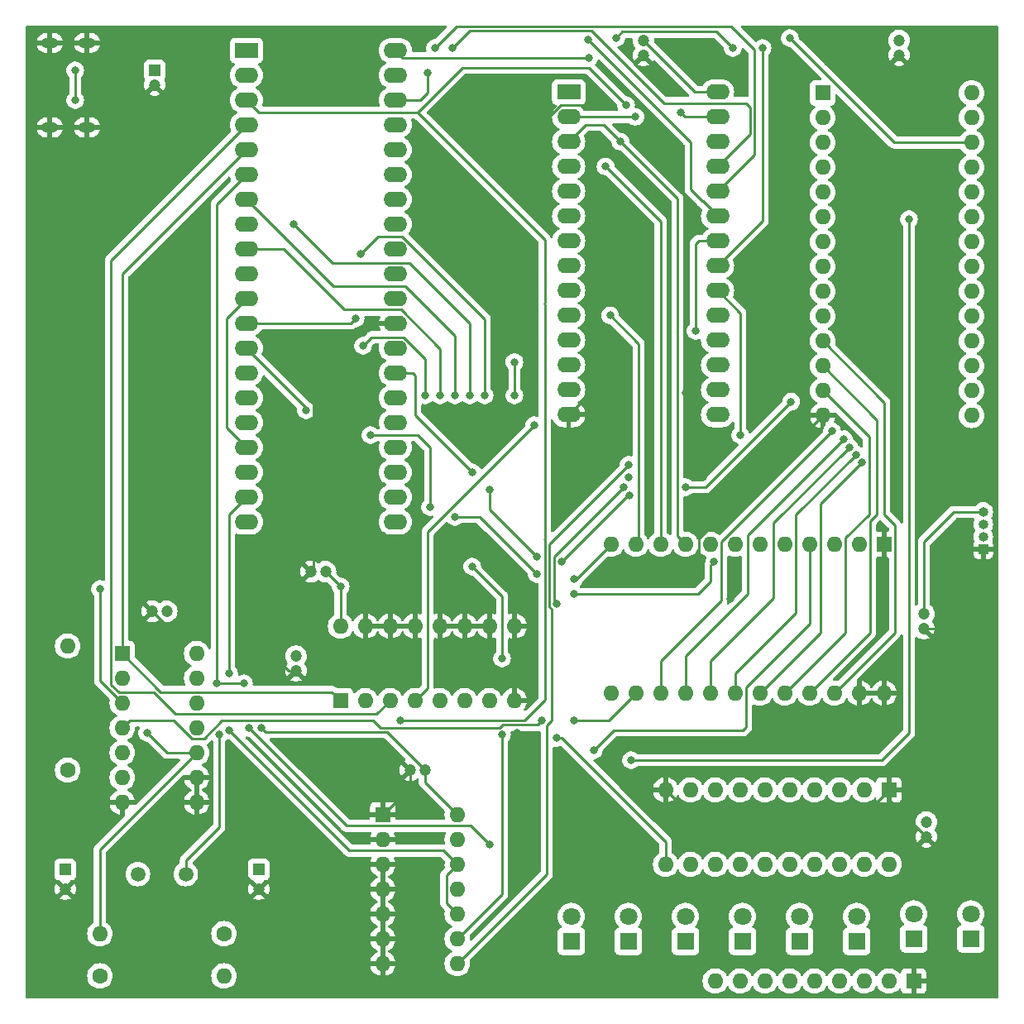
<source format=gbl>
%TF.GenerationSoftware,KiCad,Pcbnew,7.0.8*%
%TF.CreationDate,2023-10-09T15:42:04+02:00*%
%TF.ProjectId,Z80_SBC,5a38305f-5342-4432-9e6b-696361645f70,rev?*%
%TF.SameCoordinates,Original*%
%TF.FileFunction,Copper,L2,Bot*%
%TF.FilePolarity,Positive*%
%FSLAX46Y46*%
G04 Gerber Fmt 4.6, Leading zero omitted, Abs format (unit mm)*
G04 Created by KiCad (PCBNEW 7.0.8) date 2023-10-09 15:42:04*
%MOMM*%
%LPD*%
G01*
G04 APERTURE LIST*
%TA.AperFunction,ComponentPad*%
%ADD10C,1.200000*%
%TD*%
%TA.AperFunction,ComponentPad*%
%ADD11R,1.800000X1.800000*%
%TD*%
%TA.AperFunction,ComponentPad*%
%ADD12C,1.800000*%
%TD*%
%TA.AperFunction,ComponentPad*%
%ADD13C,1.600000*%
%TD*%
%TA.AperFunction,ComponentPad*%
%ADD14O,1.600000X1.600000*%
%TD*%
%TA.AperFunction,ComponentPad*%
%ADD15O,1.700000X1.100000*%
%TD*%
%TA.AperFunction,ComponentPad*%
%ADD16R,2.400000X1.600000*%
%TD*%
%TA.AperFunction,ComponentPad*%
%ADD17O,2.400000X1.600000*%
%TD*%
%TA.AperFunction,ComponentPad*%
%ADD18R,1.600000X1.600000*%
%TD*%
%TA.AperFunction,ComponentPad*%
%ADD19R,1.200000X1.200000*%
%TD*%
%TA.AperFunction,ComponentPad*%
%ADD20R,1.000000X1.000000*%
%TD*%
%TA.AperFunction,ComponentPad*%
%ADD21O,1.000000X1.000000*%
%TD*%
%TA.AperFunction,ComponentPad*%
%ADD22C,1.500000*%
%TD*%
%TA.AperFunction,ViaPad*%
%ADD23C,0.800000*%
%TD*%
%TA.AperFunction,Conductor*%
%ADD24C,0.250000*%
%TD*%
G04 APERTURE END LIST*
D10*
%TO.P,C4,1*%
%TO.N,5V*%
X129254000Y-93467000D03*
%TO.P,C4,2*%
%TO.N,GND*%
X127754000Y-93467000D03*
%TD*%
D11*
%TO.P,D8,1,K*%
%TO.N,Net-(D8-K)*%
X195306000Y-131059000D03*
D12*
%TO.P,D8,2,A*%
%TO.N,Net-(D8-A)*%
X195306000Y-128519000D03*
%TD*%
D11*
%TO.P,D7,1,K*%
%TO.N,Net-(D7-K)*%
X189464000Y-131059000D03*
D12*
%TO.P,D7,2,A*%
%TO.N,Net-(D7-A)*%
X189464000Y-128519000D03*
%TD*%
D13*
%TO.P,R4,1*%
%TO.N,5V*%
X102850000Y-113787000D03*
D14*
%TO.P,R4,2*%
%TO.N,~{INT}*%
X102850000Y-101087000D03*
%TD*%
D11*
%TO.P,D3,1,K*%
%TO.N,Net-(D3-K)*%
X166096000Y-131313000D03*
D12*
%TO.P,D3,2,A*%
%TO.N,Net-(D3-A)*%
X166096000Y-128773000D03*
%TD*%
D15*
%TO.P,J1,S1,SHIELD*%
%TO.N,GND*%
X104834000Y-39363000D03*
X101034000Y-39363000D03*
X104834000Y-48003000D03*
X101034000Y-48003000D03*
%TD*%
D16*
%TO.P,U1,1,A11*%
%TO.N,/Address11*%
X121158000Y-40132000D03*
D17*
%TO.P,U1,2,A12*%
%TO.N,/Address12*%
X121158000Y-42672000D03*
%TO.P,U1,3,A13*%
%TO.N,A13*%
X121158000Y-45212000D03*
%TO.P,U1,4,A14*%
%TO.N,A14*%
X121158000Y-47752000D03*
%TO.P,U1,5,A15*%
%TO.N,/Address15*%
X121158000Y-50292000D03*
%TO.P,U1,6,~{CLK}*%
%TO.N,CLK*%
X121158000Y-52832000D03*
%TO.P,U1,7,D4*%
%TO.N,/Data4*%
X121158000Y-55372000D03*
%TO.P,U1,8,D3*%
%TO.N,/Data3*%
X121158000Y-57912000D03*
%TO.P,U1,9,D5*%
%TO.N,/Data5*%
X121158000Y-60452000D03*
%TO.P,U1,10,D6*%
%TO.N,/Data6*%
X121158000Y-62992000D03*
%TO.P,U1,11,VCC*%
%TO.N,5V*%
X121158000Y-65532000D03*
%TO.P,U1,12,D2*%
%TO.N,/Data2*%
X121158000Y-68072000D03*
%TO.P,U1,13,D7*%
%TO.N,/Data7*%
X121158000Y-70612000D03*
%TO.P,U1,14,D0*%
%TO.N,/Data0*%
X121158000Y-73152000D03*
%TO.P,U1,15,D1*%
%TO.N,/Data1*%
X121158000Y-75692000D03*
%TO.P,U1,16,~{INT}*%
%TO.N,~{INT}*%
X121158000Y-78232000D03*
%TO.P,U1,17,~{NMI}*%
%TO.N,5V*%
X121158000Y-80772000D03*
%TO.P,U1,18,~{HALT}*%
%TO.N,unconnected-(U1-~{HALT}-Pad18)*%
X121158000Y-83312000D03*
%TO.P,U1,19,~{MREQ}*%
%TO.N,~{MREQ}*%
X121158000Y-85852000D03*
%TO.P,U1,20,~{IORQ}*%
%TO.N,~{I{slash}O}*%
X121158000Y-88392000D03*
%TO.P,U1,21,~{RD}*%
%TO.N,~{RD}*%
X136398000Y-88392000D03*
%TO.P,U1,22,~{WR}*%
%TO.N,~{WR}*%
X136398000Y-85852000D03*
%TO.P,U1,23,~{BUSACK}*%
%TO.N,unconnected-(U1-~{BUSACK}-Pad23)*%
X136398000Y-83312000D03*
%TO.P,U1,24,~{WAIT}*%
%TO.N,5V*%
X136398000Y-80772000D03*
%TO.P,U1,25,~{BUSRQ}*%
X136398000Y-78232000D03*
%TO.P,U1,26,~{RESET}*%
%TO.N,unconnected-(U1-~{RESET}-Pad26)*%
X136398000Y-75692000D03*
%TO.P,U1,27,~{M1}*%
%TO.N,~{M1}*%
X136398000Y-73152000D03*
%TO.P,U1,28,~{RFSH}*%
%TO.N,unconnected-(U1-~{RFSH}-Pad28)*%
X136398000Y-70612000D03*
%TO.P,U1,29,GND*%
%TO.N,GND*%
X136398000Y-68072000D03*
%TO.P,U1,30,A0*%
%TO.N,A0*%
X136398000Y-65532000D03*
%TO.P,U1,31,A1*%
%TO.N,/Address1*%
X136398000Y-62992000D03*
%TO.P,U1,32,A2*%
%TO.N,/Address2*%
X136398000Y-60452000D03*
%TO.P,U1,33,A3*%
%TO.N,/Address3*%
X136398000Y-57912000D03*
%TO.P,U1,34,A4*%
%TO.N,/Address4*%
X136398000Y-55372000D03*
%TO.P,U1,35,A5*%
%TO.N,/Address5*%
X136398000Y-52832000D03*
%TO.P,U1,36,A6*%
%TO.N,A6*%
X136398000Y-50292000D03*
%TO.P,U1,37,A7*%
%TO.N,A7*%
X136398000Y-47752000D03*
%TO.P,U1,38,A8*%
%TO.N,/Address8*%
X136398000Y-45212000D03*
%TO.P,U1,39,A9*%
%TO.N,/Address9*%
X136398000Y-42672000D03*
%TO.P,U1,40,A10*%
%TO.N,/Address10*%
X136398000Y-40132000D03*
%TD*%
D18*
%TO.P,U4,1*%
%TO.N,/Address15*%
X108438000Y-101849000D03*
D14*
%TO.P,U4,2*%
%TO.N,Net-(U2-~{CS})*%
X108438000Y-104389000D03*
%TO.P,U4,3*%
%TO.N,~{I{slash}O}*%
X108438000Y-106929000D03*
%TO.P,U4,4*%
%TO.N,Net-(U6-E)*%
X108438000Y-109469000D03*
%TO.P,U4,5*%
%TO.N,Net-(U5A-O1)*%
X108438000Y-112009000D03*
%TO.P,U4,6*%
%TO.N,Net-(U7-Load)*%
X108438000Y-114549000D03*
%TO.P,U4,7,GND*%
%TO.N,GND*%
X108438000Y-117089000D03*
%TO.P,U4,8*%
X116058000Y-117089000D03*
%TO.P,U4,9*%
X116058000Y-114549000D03*
%TO.P,U4,10*%
%TO.N,Net-(R1-Pad1)*%
X116058000Y-112009000D03*
%TO.P,U4,11*%
%TO.N,Net-(C2-Pad1)*%
X116058000Y-109469000D03*
%TO.P,U4,12*%
%TO.N,CLK*%
X116058000Y-106929000D03*
%TO.P,U4,13*%
%TO.N,Net-(R1-Pad1)*%
X116058000Y-104389000D03*
%TO.P,U4,14,VCC*%
%TO.N,5V*%
X116058000Y-101849000D03*
%TD*%
D10*
%TO.P,C5,1*%
%TO.N,5V*%
X139424000Y-113787000D03*
%TO.P,C5,2*%
%TO.N,GND*%
X137924000Y-113787000D03*
%TD*%
D19*
%TO.P,C1,1*%
%TO.N,Net-(C1-Pad1)*%
X102596000Y-123975401D03*
D10*
%TO.P,C1,2*%
%TO.N,GND*%
X102596000Y-125975401D03*
%TD*%
%TO.P,C11,1*%
%TO.N,5V*%
X161798000Y-39128000D03*
%TO.P,C11,2*%
%TO.N,GND*%
X161798000Y-40628000D03*
%TD*%
D20*
%TO.P,J2,1,Pin_1*%
%TO.N,GND*%
X196576000Y-91181000D03*
D21*
%TO.P,J2,2,Pin_2*%
%TO.N,TX*%
X196576000Y-89911000D03*
%TO.P,J2,3,Pin_3*%
%TO.N,RX*%
X196576000Y-88641000D03*
%TO.P,J2,4,Pin_4*%
%TO.N,5V*%
X196576000Y-87371000D03*
%TD*%
D22*
%TO.P,Y1,1,1*%
%TO.N,Net-(C2-Pad1)*%
X114952000Y-124440000D03*
%TO.P,Y1,2,2*%
%TO.N,Net-(C1-Pad1)*%
X110052000Y-124440000D03*
%TD*%
D16*
%TO.P,U3,1,RDY/~{BSY}*%
%TO.N,unconnected-(U3-RDY{slash}~{BSY}-Pad1)*%
X154142000Y-44388000D03*
D17*
%TO.P,U3,2,A12*%
%TO.N,/Address12*%
X154142000Y-46928000D03*
%TO.P,U3,3,A7*%
%TO.N,A7*%
X154142000Y-49468000D03*
%TO.P,U3,4,A6*%
%TO.N,A6*%
X154142000Y-52008000D03*
%TO.P,U3,5,A5*%
%TO.N,/Address5*%
X154142000Y-54548000D03*
%TO.P,U3,6,A4*%
%TO.N,/Address4*%
X154142000Y-57088000D03*
%TO.P,U3,7,A3*%
%TO.N,/Address3*%
X154142000Y-59628000D03*
%TO.P,U3,8,A2*%
%TO.N,/Address2*%
X154142000Y-62168000D03*
%TO.P,U3,9,A1*%
%TO.N,/Address1*%
X154142000Y-64708000D03*
%TO.P,U3,10,A0*%
%TO.N,A0*%
X154142000Y-67248000D03*
%TO.P,U3,11,D0*%
%TO.N,/Data0*%
X154142000Y-69788000D03*
%TO.P,U3,12,D1*%
%TO.N,/Data1*%
X154142000Y-72328000D03*
%TO.P,U3,13,D2*%
%TO.N,/Data2*%
X154142000Y-74868000D03*
%TO.P,U3,14,GND*%
%TO.N,GND*%
X154142000Y-77408000D03*
%TO.P,U3,15,D3*%
%TO.N,/Data3*%
X169382000Y-77408000D03*
%TO.P,U3,16,D4*%
%TO.N,/Data4*%
X169382000Y-74868000D03*
%TO.P,U3,17,D5*%
%TO.N,/Data5*%
X169382000Y-72328000D03*
%TO.P,U3,18,D6*%
%TO.N,/Data6*%
X169382000Y-69788000D03*
%TO.P,U3,19,D7*%
%TO.N,/Data7*%
X169382000Y-67248000D03*
%TO.P,U3,20,~{CE}*%
%TO.N,ROM*%
X169382000Y-64708000D03*
%TO.P,U3,21,A10*%
%TO.N,/Address10*%
X169382000Y-62168000D03*
%TO.P,U3,22,~{OE}*%
%TO.N,~{MEMRD}*%
X169382000Y-59628000D03*
%TO.P,U3,23,A11*%
%TO.N,/Address11*%
X169382000Y-57088000D03*
%TO.P,U3,24,A9*%
%TO.N,/Address9*%
X169382000Y-54548000D03*
%TO.P,U3,25,A8*%
%TO.N,/Address8*%
X169382000Y-52008000D03*
%TO.P,U3,26,NC*%
%TO.N,unconnected-(U3-NC-Pad26)*%
X169382000Y-49468000D03*
%TO.P,U3,27,~{WE}*%
%TO.N,5V*%
X169382000Y-46928000D03*
%TO.P,U3,28,VCC*%
X169382000Y-44388000D03*
%TD*%
D11*
%TO.P,D2,1,K*%
%TO.N,Net-(D2-K)*%
X160254000Y-131313000D03*
D12*
%TO.P,D2,2,A*%
%TO.N,Net-(D2-A)*%
X160254000Y-128773000D03*
%TD*%
D18*
%TO.P,U8,1*%
%TO.N,GND*%
X135118000Y-118359000D03*
D14*
%TO.P,U8,2*%
X135118000Y-120899000D03*
%TO.P,U8,3*%
X135118000Y-123439000D03*
%TO.P,U8,4*%
X135118000Y-125979000D03*
%TO.P,U8,5*%
X135118000Y-128519000D03*
%TO.P,U8,6*%
X135118000Y-131059000D03*
%TO.P,U8,7,GND*%
X135118000Y-133599000D03*
%TO.P,U8,8*%
%TO.N,~{MEMRD}*%
X142738000Y-133599000D03*
%TO.P,U8,9*%
%TO.N,~{RD}*%
X142738000Y-131059000D03*
%TO.P,U8,10*%
%TO.N,~{MREQ}*%
X142738000Y-128519000D03*
%TO.P,U8,11*%
%TO.N,~{MEMWR}*%
X142738000Y-125979000D03*
%TO.P,U8,12*%
%TO.N,~{MREQ}*%
X142738000Y-123439000D03*
%TO.P,U8,13*%
%TO.N,~{WR}*%
X142738000Y-120899000D03*
%TO.P,U8,14,VCC*%
%TO.N,5V*%
X142738000Y-118359000D03*
%TD*%
D13*
%TO.P,R1,1*%
%TO.N,Net-(R1-Pad1)*%
X106152000Y-134854000D03*
D14*
%TO.P,R1,2*%
%TO.N,Net-(C1-Pad1)*%
X118852000Y-134854000D03*
%TD*%
D18*
%TO.P,RN1,1,common*%
%TO.N,GND*%
X189464000Y-135377000D03*
D14*
%TO.P,RN1,2,R1*%
%TO.N,Net-(D8-K)*%
X186924000Y-135377000D03*
%TO.P,RN1,3,R2*%
%TO.N,Net-(D7-K)*%
X184384000Y-135377000D03*
%TO.P,RN1,4,R3*%
%TO.N,Net-(D6-K)*%
X181844000Y-135377000D03*
%TO.P,RN1,5,R4*%
%TO.N,Net-(D5-K)*%
X179304000Y-135377000D03*
%TO.P,RN1,6,R5*%
%TO.N,Net-(D4-K)*%
X176764000Y-135377000D03*
%TO.P,RN1,7,R6*%
%TO.N,Net-(D3-K)*%
X174224000Y-135377000D03*
%TO.P,RN1,8,R7*%
%TO.N,Net-(D2-K)*%
X171684000Y-135377000D03*
%TO.P,RN1,9,R8*%
%TO.N,Net-(D1-K)*%
X169144000Y-135377000D03*
%TD*%
D19*
%TO.P,C3,1*%
%TO.N,5V*%
X111760000Y-42164000D03*
D10*
%TO.P,C3,2*%
%TO.N,GND*%
X111760000Y-43664000D03*
%TD*%
%TO.P,C7,1*%
%TO.N,5V*%
X126218000Y-102115000D03*
%TO.P,C7,2*%
%TO.N,GND*%
X126218000Y-103615000D03*
%TD*%
D18*
%TO.P,U6,1,VSS*%
%TO.N,GND*%
X186416000Y-90673000D03*
D14*
%TO.P,U6,2,Rx_Data*%
%TO.N,RX*%
X183876000Y-90673000D03*
%TO.P,U6,3,Rx_CLK*%
%TO.N,CLK*%
X181336000Y-90673000D03*
%TO.P,U6,4,Tx_CLK*%
X178796000Y-90673000D03*
%TO.P,U6,5,~{RTS}*%
%TO.N,unconnected-(U6-~{RTS}-Pad5)*%
X176256000Y-90673000D03*
%TO.P,U6,6,Tx_Data*%
%TO.N,TX*%
X173716000Y-90673000D03*
%TO.P,U6,7,~{IRQ}*%
%TO.N,~{INT}*%
X171176000Y-90673000D03*
%TO.P,U6,8,CS0*%
%TO.N,~{M1}*%
X168636000Y-90673000D03*
%TO.P,U6,9,CS2*%
%TO.N,A7*%
X166096000Y-90673000D03*
%TO.P,U6,10,CS1*%
%TO.N,A6*%
X163556000Y-90673000D03*
%TO.P,U6,11,RS*%
%TO.N,A0*%
X161016000Y-90673000D03*
%TO.P,U6,12,VCC*%
%TO.N,5V*%
X158476000Y-90673000D03*
%TO.P,U6,13,R/~{W}*%
%TO.N,~{WR}*%
X158476000Y-105913000D03*
%TO.P,U6,14,E*%
%TO.N,Net-(U6-E)*%
X161016000Y-105913000D03*
%TO.P,U6,15,D7*%
%TO.N,/Data7*%
X163556000Y-105913000D03*
%TO.P,U6,16,D6*%
%TO.N,/Data6*%
X166096000Y-105913000D03*
%TO.P,U6,17,D5*%
%TO.N,/Data5*%
X168636000Y-105913000D03*
%TO.P,U6,18,D4*%
%TO.N,/Data4*%
X171176000Y-105913000D03*
%TO.P,U6,19,D3*%
%TO.N,/Data3*%
X173716000Y-105913000D03*
%TO.P,U6,20,D2*%
%TO.N,/Data2*%
X176256000Y-105913000D03*
%TO.P,U6,21,D1*%
%TO.N,/Data1*%
X178796000Y-105913000D03*
%TO.P,U6,22,D0*%
%TO.N,/Data0*%
X181336000Y-105913000D03*
%TO.P,U6,23,~{DCD}*%
%TO.N,GND*%
X183876000Y-105913000D03*
%TO.P,U6,24,~{CTS}*%
X186416000Y-105913000D03*
%TD*%
D18*
%TO.P,U7,1,OE*%
%TO.N,GND*%
X186924000Y-115819000D03*
D14*
%TO.P,U7,2,D0*%
%TO.N,/Data0*%
X184384000Y-115819000D03*
%TO.P,U7,3,D1*%
%TO.N,/Data1*%
X181844000Y-115819000D03*
%TO.P,U7,4,D2*%
%TO.N,/Data2*%
X179304000Y-115819000D03*
%TO.P,U7,5,D3*%
%TO.N,/Data3*%
X176764000Y-115819000D03*
%TO.P,U7,6,D4*%
%TO.N,/Data4*%
X174224000Y-115819000D03*
%TO.P,U7,7,D5*%
%TO.N,/Data5*%
X171684000Y-115819000D03*
%TO.P,U7,8,D6*%
%TO.N,/Data6*%
X169144000Y-115819000D03*
%TO.P,U7,9,D7*%
%TO.N,/Data7*%
X166604000Y-115819000D03*
%TO.P,U7,10,GND*%
%TO.N,GND*%
X164064000Y-115819000D03*
%TO.P,U7,11,Load*%
%TO.N,Net-(U7-Load)*%
X164064000Y-123439000D03*
%TO.P,U7,12,Q7*%
%TO.N,Net-(D1-A)*%
X166604000Y-123439000D03*
%TO.P,U7,13,Q6*%
%TO.N,Net-(D2-A)*%
X169144000Y-123439000D03*
%TO.P,U7,14,Q5*%
%TO.N,Net-(D3-A)*%
X171684000Y-123439000D03*
%TO.P,U7,15,Q4*%
%TO.N,Net-(D4-A)*%
X174224000Y-123439000D03*
%TO.P,U7,16,Q3*%
%TO.N,Net-(D5-A)*%
X176764000Y-123439000D03*
%TO.P,U7,17,Q2*%
%TO.N,Net-(D6-A)*%
X179304000Y-123439000D03*
%TO.P,U7,18,Q1*%
%TO.N,Net-(D7-A)*%
X181844000Y-123439000D03*
%TO.P,U7,19,Q0*%
%TO.N,Net-(D8-A)*%
X184384000Y-123439000D03*
%TO.P,U7,20,VCC*%
%TO.N,5V*%
X186924000Y-123439000D03*
%TD*%
D11*
%TO.P,D1,1,K*%
%TO.N,Net-(D1-K)*%
X154412000Y-131313000D03*
D12*
%TO.P,D1,2,A*%
%TO.N,Net-(D1-A)*%
X154412000Y-128773000D03*
%TD*%
D18*
%TO.P,U5,1,E*%
%TO.N,/Address15*%
X130790000Y-106675000D03*
D14*
%TO.P,U5,2,A0*%
%TO.N,A13*%
X133330000Y-106675000D03*
%TO.P,U5,3,A1*%
%TO.N,A14*%
X135870000Y-106675000D03*
%TO.P,U5,4,O0*%
%TO.N,ROM*%
X138410000Y-106675000D03*
%TO.P,U5,5,O1*%
%TO.N,Net-(U5A-O1)*%
X140950000Y-106675000D03*
%TO.P,U5,6,O2*%
%TO.N,unconnected-(U5A-O2-Pad6)*%
X143490000Y-106675000D03*
%TO.P,U5,7,O3*%
%TO.N,unconnected-(U5A-O3-Pad7)*%
X146030000Y-106675000D03*
%TO.P,U5,8,GND*%
%TO.N,GND*%
X148570000Y-106675000D03*
%TO.P,U5,9,O3*%
X148570000Y-99055000D03*
%TO.P,U5,10,O2*%
X146030000Y-99055000D03*
%TO.P,U5,11,O1*%
X143490000Y-99055000D03*
%TO.P,U5,12,O0*%
X140950000Y-99055000D03*
%TO.P,U5,13,A1*%
X138410000Y-99055000D03*
%TO.P,U5,14,A0*%
X135870000Y-99055000D03*
%TO.P,U5,15,E*%
X133330000Y-99055000D03*
%TO.P,U5,16,VCC*%
%TO.N,5V*%
X130790000Y-99055000D03*
%TD*%
D19*
%TO.P,C2,1*%
%TO.N,Net-(C2-Pad1)*%
X122408000Y-123975401D03*
D10*
%TO.P,C2,2*%
%TO.N,GND*%
X122408000Y-125975401D03*
%TD*%
%TO.P,C9,1*%
%TO.N,5V*%
X190754000Y-119126000D03*
%TO.P,C9,2*%
%TO.N,GND*%
X190754000Y-120626000D03*
%TD*%
D13*
%TO.P,R2,1*%
%TO.N,Net-(C2-Pad1)*%
X118852000Y-130536000D03*
D14*
%TO.P,R2,2*%
%TO.N,Net-(R1-Pad1)*%
X106152000Y-130536000D03*
%TD*%
D18*
%TO.P,U2,1,A14*%
%TO.N,A14*%
X180142000Y-44468000D03*
D14*
%TO.P,U2,2,A12*%
%TO.N,/Address12*%
X180142000Y-47008000D03*
%TO.P,U2,3,A7*%
%TO.N,A7*%
X180142000Y-49548000D03*
%TO.P,U2,4,A6*%
%TO.N,A6*%
X180142000Y-52088000D03*
%TO.P,U2,5,A5*%
%TO.N,/Address5*%
X180142000Y-54628000D03*
%TO.P,U2,6,A4*%
%TO.N,/Address4*%
X180142000Y-57168000D03*
%TO.P,U2,7,A3*%
%TO.N,/Address3*%
X180142000Y-59708000D03*
%TO.P,U2,8,A2*%
%TO.N,/Address2*%
X180142000Y-62248000D03*
%TO.P,U2,9,A1*%
%TO.N,/Address1*%
X180142000Y-64788000D03*
%TO.P,U2,10,A0*%
%TO.N,A0*%
X180142000Y-67328000D03*
%TO.P,U2,11,Q0*%
%TO.N,/Data0*%
X180142000Y-69868000D03*
%TO.P,U2,12,Q1*%
%TO.N,/Data1*%
X180142000Y-72408000D03*
%TO.P,U2,13,Q2*%
%TO.N,/Data2*%
X180142000Y-74948000D03*
%TO.P,U2,14,GND*%
%TO.N,GND*%
X180142000Y-77488000D03*
%TO.P,U2,15,Q3*%
%TO.N,/Data3*%
X195382000Y-77488000D03*
%TO.P,U2,16,Q4*%
%TO.N,/Data4*%
X195382000Y-74948000D03*
%TO.P,U2,17,Q5*%
%TO.N,/Data5*%
X195382000Y-72408000D03*
%TO.P,U2,18,Q6*%
%TO.N,/Data6*%
X195382000Y-69868000D03*
%TO.P,U2,19,Q7*%
%TO.N,/Data7*%
X195382000Y-67328000D03*
%TO.P,U2,20,~{CS}*%
%TO.N,Net-(U2-~{CS})*%
X195382000Y-64788000D03*
%TO.P,U2,21,A10*%
%TO.N,/Address10*%
X195382000Y-62248000D03*
%TO.P,U2,22,~{OE}*%
%TO.N,~{MEMRD}*%
X195382000Y-59708000D03*
%TO.P,U2,23,A11*%
%TO.N,/Address11*%
X195382000Y-57168000D03*
%TO.P,U2,24,A9*%
%TO.N,/Address9*%
X195382000Y-54628000D03*
%TO.P,U2,25,A8*%
%TO.N,/Address8*%
X195382000Y-52088000D03*
%TO.P,U2,26,A13*%
%TO.N,A13*%
X195382000Y-49548000D03*
%TO.P,U2,27,~{WE}*%
%TO.N,~{MEMWR}*%
X195382000Y-47008000D03*
%TO.P,U2,28,VCC*%
%TO.N,5V*%
X195382000Y-44468000D03*
%TD*%
D11*
%TO.P,D6,1,K*%
%TO.N,Net-(D6-K)*%
X183622000Y-131313000D03*
D12*
%TO.P,D6,2,A*%
%TO.N,Net-(D6-A)*%
X183622000Y-128773000D03*
%TD*%
D10*
%TO.P,C6,1*%
%TO.N,5V*%
X190500000Y-97802000D03*
%TO.P,C6,2*%
%TO.N,GND*%
X190500000Y-99302000D03*
%TD*%
%TO.P,C10,1*%
%TO.N,5V*%
X187960000Y-39116000D03*
%TO.P,C10,2*%
%TO.N,GND*%
X187960000Y-40616000D03*
%TD*%
%TO.P,C8,1*%
%TO.N,5V*%
X112998000Y-97536000D03*
%TO.P,C8,2*%
%TO.N,GND*%
X111498000Y-97536000D03*
%TD*%
D11*
%TO.P,D5,1,K*%
%TO.N,Net-(D5-K)*%
X177780000Y-131313000D03*
D12*
%TO.P,D5,2,A*%
%TO.N,Net-(D5-A)*%
X177780000Y-128773000D03*
%TD*%
D11*
%TO.P,D4,1,K*%
%TO.N,Net-(D4-K)*%
X171938000Y-131313000D03*
D12*
%TO.P,D4,2,A*%
%TO.N,Net-(D4-A)*%
X171938000Y-128773000D03*
%TD*%
D23*
%TO.N,5V*%
X103632000Y-42164000D03*
X154686000Y-94234000D03*
X122682000Y-109474000D03*
X103632000Y-45212000D03*
X130810000Y-94996000D03*
X165603701Y-46477701D03*
%TO.N,~{I{slash}O}*%
X106172000Y-95250000D03*
%TO.N,~{RD}*%
X147320000Y-102362000D03*
X147320000Y-110159500D03*
X144272000Y-92964000D03*
%TO.N,Net-(U6-E)*%
X151384000Y-108712000D03*
X154669201Y-108695201D03*
%TO.N,~{INT}*%
X150876000Y-93726000D03*
X139954000Y-86868000D03*
X133858000Y-79502000D03*
X142494000Y-87884000D03*
X169036500Y-92456000D03*
X154686000Y-95758000D03*
%TO.N,~{M1}*%
X153411701Y-92460299D03*
X150876000Y-91948000D03*
X144272000Y-83312000D03*
X146050000Y-85090000D03*
X160320424Y-85667636D03*
%TO.N,A0*%
X158387000Y-67248000D03*
%TO.N,/Data4*%
X142494000Y-75438000D03*
X183550750Y-81496060D03*
%TO.N,/Data3*%
X125984000Y-57912000D03*
X144018000Y-75438000D03*
X184150000Y-82296000D03*
%TO.N,/Data5*%
X140970000Y-75438000D03*
X182871503Y-80762828D03*
%TO.N,/Data6*%
X133096000Y-70358000D03*
X139446000Y-75438000D03*
X182318905Y-79929977D03*
%TO.N,/Data2*%
X132842000Y-60960000D03*
X132334000Y-67564000D03*
X145542000Y-75438000D03*
%TO.N,/Data7*%
X127254000Y-76962000D03*
X181102000Y-79116000D03*
%TO.N,/Data0*%
X148590000Y-72027000D03*
X148590000Y-75438000D03*
%TO.N,/Address11*%
X156101000Y-39007000D03*
%TO.N,/Address12*%
X160961701Y-46923701D03*
%TO.N,A13*%
X176784000Y-38862000D03*
X160020000Y-45720000D03*
X136906000Y-108712000D03*
%TO.N,A6*%
X157918000Y-52008000D03*
%TO.N,A7*%
X159437701Y-49463701D03*
%TO.N,/Address8*%
X139700000Y-42418000D03*
X142240000Y-39878000D03*
%TO.N,/Address9*%
X140462000Y-39878000D03*
%TO.N,/Address10*%
X159004000Y-38824500D03*
X173990000Y-39878000D03*
X156210000Y-40894000D03*
X170942000Y-39878000D03*
%TO.N,GND*%
X170676201Y-96277799D03*
X147320000Y-53594000D03*
X171450000Y-94234000D03*
X147066000Y-67564000D03*
X166116000Y-75184000D03*
X133350000Y-68580000D03*
X164084000Y-39624000D03*
X148844000Y-109982000D03*
X167640000Y-93472000D03*
X156718000Y-45720000D03*
X170725000Y-86905000D03*
X156718000Y-68834000D03*
X116078000Y-98806000D03*
X145288000Y-54610000D03*
X167894000Y-83820000D03*
X119380000Y-114554000D03*
X132842000Y-95758000D03*
X148844000Y-112014000D03*
X186436000Y-92964000D03*
X120650000Y-98806000D03*
X167132000Y-40132000D03*
X131064000Y-70866000D03*
%TO.N,Net-(U2-~{CS})*%
X152908000Y-96774000D03*
X159766000Y-84836000D03*
X176911000Y-76073000D03*
X166116000Y-84836000D03*
%TO.N,ROM*%
X171704000Y-79502000D03*
X150622000Y-78486000D03*
X160274000Y-83820000D03*
%TO.N,Net-(C2-Pad1)*%
X118364000Y-110159500D03*
%TO.N,Net-(R1-Pad1)*%
X110998000Y-109982000D03*
%TO.N,CLK*%
X118110000Y-104877000D03*
X156718000Y-111760000D03*
X146050000Y-121412000D03*
X120904000Y-104902000D03*
X121412000Y-109474000D03*
%TO.N,~{MREQ}*%
X119380000Y-103886000D03*
X119380000Y-109728000D03*
%TO.N,~{MEMRD}*%
X167132000Y-68834000D03*
X160274000Y-82550000D03*
%TO.N,~{MEMWR}*%
X188976000Y-57404000D03*
X160528000Y-112776000D03*
%TO.N,Net-(U7-Load)*%
X152870012Y-110494390D03*
%TD*%
D24*
%TO.N,5V*%
X103632000Y-45212000D02*
X103632000Y-42164000D01*
X119126000Y-67564000D02*
X121158000Y-65532000D01*
X123095000Y-109887000D02*
X122682000Y-109474000D01*
X135524000Y-109887000D02*
X123095000Y-109887000D01*
X119126000Y-78740000D02*
X119126000Y-67564000D01*
X193553000Y-87371000D02*
X190500000Y-90424000D01*
X167058000Y-44388000D02*
X161798000Y-39128000D01*
X196576000Y-87371000D02*
X193553000Y-87371000D01*
X139424000Y-115045000D02*
X142738000Y-118359000D01*
X139424000Y-113787000D02*
X135524000Y-109887000D01*
X158476000Y-90673000D02*
X154915000Y-94234000D01*
X167058000Y-44388000D02*
X169382000Y-44388000D01*
X190500000Y-90424000D02*
X190500000Y-97802000D01*
X169382000Y-46928000D02*
X166054000Y-46928000D01*
X121158000Y-80772000D02*
X119126000Y-78740000D01*
X166054000Y-46928000D02*
X165603701Y-46477701D01*
X154915000Y-94234000D02*
X154686000Y-94234000D01*
X130790000Y-99055000D02*
X130790000Y-95003000D01*
X130790000Y-95003000D02*
X129254000Y-93467000D01*
X139424000Y-113787000D02*
X139424000Y-115045000D01*
%TO.N,~{I{slash}O}*%
X108438000Y-106929000D02*
X106172000Y-104663000D01*
X106172000Y-104663000D02*
X106172000Y-95250000D01*
%TO.N,~{RD}*%
X147320000Y-96012000D02*
X144272000Y-92964000D01*
X147320000Y-110159500D02*
X147320000Y-126477000D01*
X147320000Y-102362000D02*
X147320000Y-96012000D01*
X147320000Y-126477000D02*
X142738000Y-131059000D01*
%TO.N,Net-(U6-E)*%
X113717122Y-108712000D02*
X115599122Y-110594000D01*
X150934000Y-109162000D02*
X151384000Y-108712000D01*
X154669201Y-108695201D02*
X158233799Y-108695201D01*
X109195000Y-108712000D02*
X113717122Y-108712000D01*
X158233799Y-108695201D02*
X161016000Y-105913000D01*
X116802500Y-110594000D02*
X118647500Y-108749000D01*
X147378000Y-109162000D02*
X150934000Y-109162000D01*
X147103000Y-109437000D02*
X147378000Y-109162000D01*
X108438000Y-109469000D02*
X109195000Y-108712000D01*
X118647500Y-108749000D02*
X134149000Y-108749000D01*
X115599122Y-110594000D02*
X116802500Y-110594000D01*
X134149000Y-108749000D02*
X134837000Y-109437000D01*
X134837000Y-109437000D02*
X147103000Y-109437000D01*
%TO.N,~{INT}*%
X146050000Y-88900000D02*
X150876000Y-93726000D01*
X168656000Y-94488000D02*
X168656000Y-92836500D01*
X139954000Y-86868000D02*
X139954000Y-80772000D01*
X139954000Y-80772000D02*
X138684000Y-79502000D01*
X146050000Y-88900000D02*
X145034000Y-87884000D01*
X167386000Y-95758000D02*
X168656000Y-94488000D01*
X168656000Y-92836500D02*
X169036500Y-92456000D01*
X133858000Y-79502000D02*
X138684000Y-79502000D01*
X145034000Y-87884000D02*
X142494000Y-87884000D01*
X154686000Y-95758000D02*
X167386000Y-95758000D01*
%TO.N,~{M1}*%
X153411701Y-92460299D02*
X160020000Y-85852000D01*
X146050000Y-85090000D02*
X146050000Y-87122000D01*
X138430000Y-77470000D02*
X138430000Y-73406000D01*
X160020000Y-85852000D02*
X160204364Y-85667636D01*
X144272000Y-83312000D02*
X138430000Y-77470000D01*
X146050000Y-87122000D02*
X150876000Y-91948000D01*
X138176000Y-73152000D02*
X136398000Y-73152000D01*
X138430000Y-73406000D02*
X138176000Y-73152000D01*
X160204364Y-85667636D02*
X160320424Y-85667636D01*
%TO.N,A0*%
X161016000Y-90673000D02*
X161290000Y-90399000D01*
X161290000Y-70151000D02*
X158387000Y-67248000D01*
X161290000Y-90399000D02*
X161290000Y-70151000D01*
%TO.N,/Data4*%
X130048000Y-64262000D02*
X121158000Y-55372000D01*
X177381000Y-87665810D02*
X183550750Y-81496060D01*
X177381000Y-97701000D02*
X177381000Y-87665810D01*
X142494000Y-69342000D02*
X137414000Y-64262000D01*
X171176000Y-103906000D02*
X177381000Y-97701000D01*
X171176000Y-105913000D02*
X171176000Y-103906000D01*
X142494000Y-75438000D02*
X142494000Y-69342000D01*
X137414000Y-64262000D02*
X130048000Y-64262000D01*
%TO.N,/Data3*%
X144018000Y-68072000D02*
X137813000Y-61867000D01*
X144018000Y-75438000D02*
X144018000Y-68072000D01*
X137813000Y-61867000D02*
X129939000Y-61867000D01*
X179921000Y-86525000D02*
X184150000Y-82296000D01*
X179921000Y-99708000D02*
X179921000Y-86525000D01*
X173716000Y-105913000D02*
X179921000Y-99708000D01*
X129939000Y-61867000D02*
X125984000Y-57912000D01*
%TO.N,/Data5*%
X168636000Y-102636000D02*
X175131000Y-96141000D01*
X140970000Y-75438000D02*
X140970000Y-70660122D01*
X131173000Y-66657000D02*
X124968000Y-60452000D01*
X175131000Y-96141000D02*
X175131000Y-88503331D01*
X124968000Y-60452000D02*
X121158000Y-60452000D01*
X136966878Y-66657000D02*
X131173000Y-66657000D01*
X175131000Y-88503331D02*
X182871503Y-80762828D01*
X140970000Y-70660122D02*
X136966878Y-66657000D01*
X168636000Y-105913000D02*
X168636000Y-102636000D01*
%TO.N,/Data6*%
X137256878Y-69487000D02*
X139446000Y-71676122D01*
X133096000Y-70358000D02*
X133967000Y-69487000D01*
X172466000Y-89782882D02*
X182318905Y-79929977D01*
X166096000Y-102128000D02*
X172466000Y-95758000D01*
X139446000Y-71676122D02*
X139446000Y-75438000D01*
X133967000Y-69487000D02*
X137256878Y-69487000D01*
X166096000Y-105913000D02*
X166096000Y-102128000D01*
X172466000Y-95758000D02*
X172466000Y-89782882D01*
%TO.N,/Data2*%
X176256000Y-105913000D02*
X182105500Y-100063500D01*
X131826000Y-68072000D02*
X121158000Y-68072000D01*
X184875000Y-79681000D02*
X180142000Y-74948000D01*
X145542000Y-67612122D02*
X137111878Y-59182000D01*
X134620000Y-59182000D02*
X132842000Y-60960000D01*
X153841000Y-74567000D02*
X154142000Y-74868000D01*
X145542000Y-75438000D02*
X145542000Y-67612122D01*
X184875000Y-87591000D02*
X184875000Y-79681000D01*
X137111878Y-59182000D02*
X134620000Y-59182000D01*
X182461000Y-99708000D02*
X182461000Y-90005000D01*
X182105500Y-100063500D02*
X182461000Y-99708000D01*
X182461000Y-90005000D02*
X184875000Y-87591000D01*
X132334000Y-67564000D02*
X131826000Y-68072000D01*
%TO.N,/Data7*%
X127254000Y-76708000D02*
X124968000Y-74422000D01*
X169761000Y-90457000D02*
X181102000Y-79116000D01*
X163556000Y-105913000D02*
X163556000Y-102636000D01*
X163556000Y-102636000D02*
X169761000Y-96431000D01*
X124968000Y-74422000D02*
X121158000Y-70612000D01*
X169761000Y-96431000D02*
X169761000Y-90457000D01*
X127254000Y-76962000D02*
X127254000Y-76708000D01*
%TO.N,/Data0*%
X186436000Y-87630000D02*
X186436000Y-76162000D01*
X186436000Y-76162000D02*
X180142000Y-69868000D01*
X181336000Y-105913000D02*
X187541000Y-99708000D01*
X187541000Y-88735000D02*
X186436000Y-87630000D01*
X187541000Y-99708000D02*
X187541000Y-88735000D01*
X148590000Y-75438000D02*
X148590000Y-72027000D01*
%TO.N,/Data1*%
X185674000Y-87630000D02*
X185674000Y-77940000D01*
X178796000Y-105913000D02*
X185001000Y-99708000D01*
X185001000Y-88303000D02*
X185674000Y-87630000D01*
X185001000Y-99708000D02*
X185001000Y-88303000D01*
X185674000Y-77940000D02*
X180142000Y-72408000D01*
%TO.N,/Address11*%
X167831000Y-55563000D02*
X166624000Y-54356000D01*
X166624000Y-54356000D02*
X166624000Y-49530000D01*
X166624000Y-49530000D02*
X156101000Y-39007000D01*
X169382000Y-57088000D02*
X167857000Y-55563000D01*
X167857000Y-55563000D02*
X167831000Y-55563000D01*
%TO.N,/Address12*%
X160961701Y-46923701D02*
X160957402Y-46928000D01*
X160957402Y-46928000D02*
X154142000Y-46928000D01*
%TO.N,A13*%
X143256000Y-41910000D02*
X138684000Y-46482000D01*
X121158000Y-45212000D02*
X122428000Y-46482000D01*
X160020000Y-45720000D02*
X156210000Y-41910000D01*
X151696000Y-106622000D02*
X149606000Y-108712000D01*
X151638000Y-66040000D02*
X151696000Y-66098000D01*
X178562000Y-40640000D02*
X176784000Y-38862000D01*
X195382000Y-49548000D02*
X187470000Y-49548000D01*
X151696000Y-90678000D02*
X151696000Y-90166082D01*
X151696000Y-90166082D02*
X151664660Y-90134742D01*
X138684000Y-46482000D02*
X151696000Y-59494000D01*
X151696000Y-66098000D02*
X151696000Y-90678000D01*
X122428000Y-46482000D02*
X138684000Y-46482000D01*
X187470000Y-49548000D02*
X178562000Y-40640000D01*
X151696000Y-90678000D02*
X151696000Y-96012000D01*
X151696000Y-65982000D02*
X151638000Y-66040000D01*
X151696000Y-59494000D02*
X151696000Y-65982000D01*
X156210000Y-41910000D02*
X143256000Y-41910000D01*
X149606000Y-108712000D02*
X136906000Y-108712000D01*
X151696000Y-96012000D02*
X151696000Y-106622000D01*
%TO.N,A14*%
X113896000Y-108054000D02*
X134491000Y-108054000D01*
X121158000Y-47752000D02*
X107313000Y-61597000D01*
X108090000Y-105804000D02*
X111646000Y-105804000D01*
X107313000Y-105027000D02*
X108090000Y-105804000D01*
X107313000Y-61597000D02*
X107313000Y-105027000D01*
X134491000Y-108054000D02*
X135870000Y-106675000D01*
X111646000Y-105804000D02*
X113896000Y-108054000D01*
%TO.N,/Address15*%
X121158000Y-50292000D02*
X108438000Y-63012000D01*
X112393000Y-105804000D02*
X129919000Y-105804000D01*
X108438000Y-101849000D02*
X112393000Y-105804000D01*
X129919000Y-105804000D02*
X130790000Y-106675000D01*
X108438000Y-63012000D02*
X108438000Y-101849000D01*
%TO.N,A6*%
X163556000Y-90673000D02*
X163556000Y-57646000D01*
X163556000Y-57646000D02*
X157918000Y-52008000D01*
%TO.N,A7*%
X159437701Y-49463701D02*
X159433402Y-49468000D01*
X165267000Y-89844000D02*
X165267000Y-55293000D01*
X159437701Y-49463701D02*
X157726000Y-47752000D01*
X166096000Y-90673000D02*
X165267000Y-89844000D01*
X165267000Y-55293000D02*
X159437701Y-49463701D01*
X157726000Y-47752000D02*
X155858000Y-47752000D01*
X155858000Y-47752000D02*
X154142000Y-49468000D01*
%TO.N,/Address8*%
X169382000Y-52008000D02*
X172720000Y-48670000D01*
X172259000Y-45513000D02*
X163877000Y-45513000D01*
X163877000Y-45513000D02*
X156464000Y-38100000D01*
X144018000Y-38100000D02*
X142240000Y-39878000D01*
X156464000Y-38100000D02*
X144018000Y-38100000D01*
X172720000Y-48670000D02*
X172720000Y-45974000D01*
X139700000Y-42418000D02*
X139700000Y-44450000D01*
X139700000Y-44450000D02*
X138938000Y-45212000D01*
X172720000Y-45974000D02*
X172259000Y-45513000D01*
X138938000Y-45212000D02*
X136398000Y-45212000D01*
%TO.N,/Address9*%
X173170000Y-40074000D02*
X173170000Y-50760000D01*
X173170000Y-50760000D02*
X169382000Y-54548000D01*
X140462000Y-39878000D02*
X142690000Y-37650000D01*
X170746000Y-37650000D02*
X173170000Y-40074000D01*
X142690000Y-37650000D02*
X170746000Y-37650000D01*
%TO.N,/Address10*%
X159625500Y-38203000D02*
X169267000Y-38203000D01*
X136398000Y-40132000D02*
X137160000Y-40894000D01*
X169267000Y-38203000D02*
X170942000Y-39878000D01*
X169382000Y-62168000D02*
X173990000Y-57560000D01*
X159004000Y-38824500D02*
X159625500Y-38203000D01*
X137160000Y-40894000D02*
X156210000Y-40894000D01*
X173990000Y-57560000D02*
X173990000Y-39878000D01*
%TO.N,GND*%
X148570000Y-106675000D02*
X148570000Y-99055000D01*
X147320000Y-53594000D02*
X148082000Y-52832000D01*
X116078000Y-98806000D02*
X112768000Y-98806000D01*
X166624000Y-39624000D02*
X164084000Y-39624000D01*
X154142000Y-77408000D02*
X156718000Y-74832000D01*
X133330000Y-96246000D02*
X132842000Y-95758000D01*
X122408000Y-125975401D02*
X120650000Y-124217401D01*
X137924000Y-113787000D02*
X137924000Y-115553000D01*
X166116000Y-75184000D02*
X166116000Y-82042000D01*
X148082000Y-51004122D02*
X153366122Y-45720000D01*
X144780000Y-65278000D02*
X147066000Y-67564000D01*
X186436000Y-90693000D02*
X186416000Y-90673000D01*
X127979000Y-93242000D02*
X127754000Y-93467000D01*
X116058000Y-114549000D02*
X116058000Y-117089000D01*
X196576000Y-94762000D02*
X196576000Y-91181000D01*
X120650000Y-115824000D02*
X119380000Y-114554000D01*
X197612000Y-127484000D02*
X197612000Y-133604000D01*
X120650000Y-124217401D02*
X120650000Y-115824000D01*
X170676201Y-96277799D02*
X170676201Y-95007799D01*
X184633000Y-118110000D02*
X166355000Y-118110000D01*
X144780000Y-55118000D02*
X144780000Y-65278000D01*
X112768000Y-98806000D02*
X111498000Y-97536000D01*
X186924000Y-115819000D02*
X186924000Y-116796000D01*
X186924000Y-115819000D02*
X184633000Y-118110000D01*
X148844000Y-112014000D02*
X148844000Y-109982000D01*
X190754000Y-120626000D02*
X197612000Y-127484000D01*
X197612000Y-133604000D02*
X195839000Y-135377000D01*
X133330000Y-99055000D02*
X133330000Y-96246000D01*
X145288000Y-54610000D02*
X144780000Y-55118000D01*
X195839000Y-135377000D02*
X189464000Y-135377000D01*
X167132000Y-40132000D02*
X166624000Y-39624000D01*
X156718000Y-69088000D02*
X156718000Y-68834000D01*
X148082000Y-52832000D02*
X148082000Y-51004122D01*
X180142000Y-77488000D02*
X170725000Y-86905000D01*
X166355000Y-118110000D02*
X164064000Y-115819000D01*
X153366122Y-45720000D02*
X156718000Y-45720000D01*
X125459000Y-103615000D02*
X120650000Y-98806000D01*
X167511000Y-90119000D02*
X167511000Y-93343000D01*
X133350000Y-68580000D02*
X131064000Y-70866000D01*
X170725000Y-86905000D02*
X167511000Y-90119000D01*
X156718000Y-74832000D02*
X156718000Y-69088000D01*
X131064000Y-70866000D02*
X127979000Y-73951000D01*
X170676201Y-95007799D02*
X171450000Y-94234000D01*
X167511000Y-93343000D02*
X167640000Y-93472000D01*
X127979000Y-73951000D02*
X127979000Y-93242000D01*
X192036000Y-99302000D02*
X196576000Y-94762000D01*
X186436000Y-92964000D02*
X186436000Y-90693000D01*
X126218000Y-103615000D02*
X125459000Y-103615000D01*
X166116000Y-82042000D02*
X167894000Y-83820000D01*
X137924000Y-115553000D02*
X135118000Y-118359000D01*
X190500000Y-99302000D02*
X192036000Y-99302000D01*
X186924000Y-116796000D02*
X190754000Y-120626000D01*
%TO.N,Net-(U2-~{CS})*%
X159766000Y-84836000D02*
X152654000Y-91948000D01*
X176911000Y-76073000D02*
X168148000Y-84836000D01*
X168148000Y-84836000D02*
X166116000Y-84836000D01*
X152654000Y-91948000D02*
X152654000Y-96520000D01*
X152654000Y-96520000D02*
X152908000Y-96774000D01*
%TO.N,ROM*%
X139700000Y-89408000D02*
X139700000Y-105385000D01*
X150622000Y-78486000D02*
X139700000Y-89408000D01*
X169382000Y-64708000D02*
X171704000Y-67030000D01*
X171704000Y-67030000D02*
X171704000Y-79502000D01*
X139700000Y-105385000D02*
X138410000Y-106675000D01*
%TO.N,Net-(C2-Pad1)*%
X118364000Y-119634000D02*
X118364000Y-110159500D01*
X114952000Y-124440000D02*
X114952000Y-123046000D01*
X114952000Y-123046000D02*
X118364000Y-119634000D01*
%TO.N,Net-(R1-Pad1)*%
X116058000Y-112009000D02*
X106152000Y-121915000D01*
X106152000Y-121915000D02*
X106152000Y-130536000D01*
X113025000Y-112009000D02*
X116058000Y-112009000D01*
X110998000Y-109982000D02*
X113025000Y-112009000D01*
%TO.N,CLK*%
X158750000Y-109728000D02*
X156718000Y-111760000D01*
X118135000Y-104902000D02*
X118110000Y-104877000D01*
X177800000Y-99822000D02*
X172301000Y-105321000D01*
X178796000Y-90673000D02*
X178796000Y-98826000D01*
X172301000Y-105321000D02*
X172301000Y-109385000D01*
X172301000Y-109385000D02*
X171958000Y-109728000D01*
X121158000Y-52832000D02*
X118110000Y-55880000D01*
X171958000Y-109728000D02*
X158750000Y-109728000D01*
X120904000Y-104902000D02*
X118135000Y-104902000D01*
X178796000Y-98826000D02*
X177800000Y-99822000D01*
X118110000Y-55880000D02*
X118110000Y-104877000D01*
X146050000Y-121412000D02*
X144122000Y-119484000D01*
X131422000Y-119484000D02*
X121412000Y-109474000D01*
X144122000Y-119484000D02*
X131422000Y-119484000D01*
%TO.N,~{MREQ}*%
X141613000Y-124564000D02*
X141613000Y-127394000D01*
X119380000Y-87630000D02*
X119380000Y-103886000D01*
X121158000Y-85852000D02*
X119380000Y-87630000D01*
X119380000Y-104140000D02*
X119380000Y-103886000D01*
X131676000Y-122024000D02*
X141323000Y-122024000D01*
X119380000Y-109728000D02*
X131676000Y-122024000D01*
X141613000Y-127394000D02*
X142738000Y-128519000D01*
X142738000Y-123439000D02*
X141613000Y-124564000D01*
X141323000Y-122024000D02*
X142738000Y-123439000D01*
%TO.N,~{MEMRD}*%
X152183000Y-97074305D02*
X152400000Y-97291305D01*
X167448000Y-59628000D02*
X169382000Y-59628000D01*
X152400000Y-108721305D02*
X151892000Y-109229305D01*
X151892000Y-124445000D02*
X142738000Y-133599000D01*
X167132000Y-68834000D02*
X167132000Y-59944000D01*
X160274000Y-82550000D02*
X152183000Y-90641000D01*
X167132000Y-59944000D02*
X167448000Y-59628000D01*
X152400000Y-97291305D02*
X152400000Y-108721305D01*
X151892000Y-109229305D02*
X151892000Y-124445000D01*
X152183000Y-90641000D02*
X152183000Y-97074305D01*
%TO.N,~{MEMWR}*%
X186182000Y-112776000D02*
X188976000Y-109982000D01*
X188976000Y-109982000D02*
X188976000Y-57404000D01*
X160528000Y-112776000D02*
X186182000Y-112776000D01*
%TO.N,Net-(U7-Load)*%
X164064000Y-121138000D02*
X164064000Y-123439000D01*
X153420390Y-110494390D02*
X164064000Y-121138000D01*
X152870012Y-110494390D02*
X153420390Y-110494390D01*
%TD*%
%TA.AperFunction,Conductor*%
%TO.N,GND*%
G36*
X141631087Y-37611685D02*
G01*
X141676842Y-37664489D01*
X141686786Y-37733647D01*
X141657761Y-37797203D01*
X141651732Y-37803677D01*
X141067176Y-38388233D01*
X140514228Y-38941181D01*
X140452905Y-38974666D01*
X140426547Y-38977500D01*
X140367354Y-38977500D01*
X140334897Y-38984398D01*
X140182197Y-39016855D01*
X140182192Y-39016857D01*
X140009270Y-39093848D01*
X140009265Y-39093851D01*
X139856129Y-39205111D01*
X139729466Y-39345785D01*
X139634821Y-39509715D01*
X139634818Y-39509722D01*
X139577701Y-39685511D01*
X139576326Y-39689744D01*
X139563371Y-39813008D01*
X139556540Y-39878000D01*
X139564437Y-39953142D01*
X139576326Y-40066256D01*
X139589299Y-40106182D01*
X139591294Y-40176022D01*
X139555214Y-40235855D01*
X139492513Y-40266684D01*
X139471368Y-40268500D01*
X138226848Y-40268500D01*
X138159809Y-40248815D01*
X138114054Y-40196011D01*
X138103961Y-40137414D01*
X138103468Y-40137414D01*
X138103468Y-40134551D01*
X138103320Y-40133692D01*
X138103468Y-40132000D01*
X138103468Y-40131998D01*
X138087820Y-39953142D01*
X138083635Y-39905308D01*
X138024739Y-39685504D01*
X137928568Y-39479266D01*
X137809873Y-39309751D01*
X137798045Y-39292858D01*
X137637141Y-39131954D01*
X137450734Y-39001432D01*
X137450732Y-39001431D01*
X137244497Y-38905261D01*
X137244488Y-38905258D01*
X137024697Y-38846366D01*
X137024687Y-38846364D01*
X136854784Y-38831500D01*
X135941216Y-38831500D01*
X135771312Y-38846364D01*
X135771302Y-38846366D01*
X135551511Y-38905258D01*
X135551502Y-38905261D01*
X135345267Y-39001431D01*
X135345265Y-39001432D01*
X135158858Y-39131954D01*
X134997954Y-39292858D01*
X134867432Y-39479265D01*
X134867431Y-39479267D01*
X134771261Y-39685502D01*
X134771258Y-39685511D01*
X134712366Y-39905302D01*
X134712364Y-39905313D01*
X134692532Y-40131998D01*
X134692532Y-40132001D01*
X134712364Y-40358686D01*
X134712366Y-40358697D01*
X134771258Y-40578488D01*
X134771261Y-40578497D01*
X134867431Y-40784732D01*
X134867432Y-40784734D01*
X134997954Y-40971141D01*
X135158858Y-41132045D01*
X135158861Y-41132047D01*
X135345266Y-41262568D01*
X135403275Y-41289618D01*
X135455714Y-41335791D01*
X135474866Y-41402984D01*
X135454650Y-41469865D01*
X135403275Y-41514381D01*
X135386272Y-41522310D01*
X135345267Y-41541431D01*
X135345265Y-41541432D01*
X135158858Y-41671954D01*
X134997954Y-41832858D01*
X134867432Y-42019265D01*
X134867431Y-42019267D01*
X134771261Y-42225502D01*
X134771258Y-42225511D01*
X134712366Y-42445302D01*
X134712364Y-42445313D01*
X134692532Y-42671998D01*
X134692532Y-42672001D01*
X134712364Y-42898686D01*
X134712366Y-42898697D01*
X134771258Y-43118488D01*
X134771261Y-43118497D01*
X134867431Y-43324732D01*
X134867432Y-43324734D01*
X134997954Y-43511141D01*
X135158858Y-43672045D01*
X135158861Y-43672047D01*
X135345266Y-43802568D01*
X135403275Y-43829618D01*
X135455714Y-43875791D01*
X135474866Y-43942984D01*
X135454650Y-44009865D01*
X135403275Y-44054382D01*
X135345267Y-44081431D01*
X135345265Y-44081432D01*
X135158858Y-44211954D01*
X134997954Y-44372858D01*
X134867432Y-44559265D01*
X134867431Y-44559267D01*
X134771261Y-44765502D01*
X134771258Y-44765511D01*
X134712366Y-44985302D01*
X134712364Y-44985313D01*
X134692532Y-45211998D01*
X134692532Y-45212001D01*
X134712364Y-45438686D01*
X134712366Y-45438697D01*
X134771258Y-45658488D01*
X134771260Y-45658492D01*
X134771261Y-45658496D01*
X134777461Y-45671791D01*
X134781333Y-45680095D01*
X134791825Y-45749173D01*
X134763305Y-45812957D01*
X134704829Y-45851196D01*
X134668951Y-45856500D01*
X122887049Y-45856500D01*
X122820010Y-45836815D01*
X122774255Y-45784011D01*
X122764311Y-45714853D01*
X122774667Y-45680095D01*
X122778539Y-45671791D01*
X122784739Y-45658496D01*
X122843635Y-45438692D01*
X122863468Y-45212000D01*
X122861349Y-45187785D01*
X122849042Y-45047111D01*
X122843635Y-44985308D01*
X122784739Y-44765504D01*
X122688568Y-44559266D01*
X122558047Y-44372861D01*
X122558045Y-44372858D01*
X122397141Y-44211954D01*
X122210734Y-44081432D01*
X122210728Y-44081429D01*
X122183038Y-44068517D01*
X122152724Y-44054381D01*
X122100285Y-44008210D01*
X122081133Y-43941017D01*
X122101348Y-43874135D01*
X122152725Y-43829618D01*
X122210734Y-43802568D01*
X122397139Y-43672047D01*
X122558047Y-43511139D01*
X122688568Y-43324734D01*
X122784739Y-43118496D01*
X122843635Y-42898692D01*
X122863468Y-42672000D01*
X122843635Y-42445308D01*
X122784739Y-42225504D01*
X122688568Y-42019266D01*
X122558047Y-41832861D01*
X122558045Y-41832858D01*
X122397143Y-41671956D01*
X122372536Y-41654726D01*
X122328912Y-41600149D01*
X122321719Y-41530650D01*
X122353241Y-41468296D01*
X122413471Y-41432882D01*
X122430404Y-41429861D01*
X122465483Y-41426091D01*
X122600331Y-41375796D01*
X122715546Y-41289546D01*
X122801796Y-41174331D01*
X122852091Y-41039483D01*
X122858500Y-40979873D01*
X122858499Y-39284128D01*
X122852091Y-39224517D01*
X122847580Y-39212423D01*
X122801797Y-39089671D01*
X122801793Y-39089664D01*
X122715547Y-38974455D01*
X122715544Y-38974452D01*
X122600335Y-38888206D01*
X122600328Y-38888202D01*
X122465482Y-38837908D01*
X122465483Y-38837908D01*
X122405883Y-38831501D01*
X122405881Y-38831500D01*
X122405873Y-38831500D01*
X122405864Y-38831500D01*
X119910129Y-38831500D01*
X119910123Y-38831501D01*
X119850516Y-38837908D01*
X119715671Y-38888202D01*
X119715664Y-38888206D01*
X119600455Y-38974452D01*
X119600452Y-38974455D01*
X119514206Y-39089664D01*
X119514202Y-39089671D01*
X119463908Y-39224517D01*
X119457501Y-39284116D01*
X119457501Y-39284123D01*
X119457500Y-39284135D01*
X119457500Y-40979870D01*
X119457501Y-40979876D01*
X119463908Y-41039483D01*
X119514202Y-41174328D01*
X119514206Y-41174335D01*
X119600452Y-41289544D01*
X119600455Y-41289547D01*
X119715664Y-41375793D01*
X119715671Y-41375797D01*
X119726541Y-41379851D01*
X119850517Y-41426091D01*
X119885596Y-41429862D01*
X119950144Y-41456599D01*
X119989993Y-41513991D01*
X119992488Y-41583816D01*
X119956836Y-41643905D01*
X119943464Y-41654725D01*
X119918858Y-41671954D01*
X119757954Y-41832858D01*
X119627432Y-42019265D01*
X119627431Y-42019267D01*
X119531261Y-42225502D01*
X119531258Y-42225511D01*
X119472366Y-42445302D01*
X119472364Y-42445313D01*
X119452532Y-42671998D01*
X119452532Y-42672001D01*
X119472364Y-42898686D01*
X119472366Y-42898697D01*
X119531258Y-43118488D01*
X119531261Y-43118497D01*
X119627431Y-43324732D01*
X119627432Y-43324734D01*
X119757954Y-43511141D01*
X119918858Y-43672045D01*
X119918861Y-43672047D01*
X120105266Y-43802568D01*
X120163275Y-43829618D01*
X120215714Y-43875791D01*
X120234866Y-43942984D01*
X120214650Y-44009865D01*
X120163275Y-44054382D01*
X120105267Y-44081431D01*
X120105265Y-44081432D01*
X119918858Y-44211954D01*
X119757954Y-44372858D01*
X119627432Y-44559265D01*
X119627431Y-44559267D01*
X119531261Y-44765502D01*
X119531258Y-44765511D01*
X119472366Y-44985302D01*
X119472364Y-44985313D01*
X119452532Y-45211998D01*
X119452532Y-45212001D01*
X119472364Y-45438686D01*
X119472366Y-45438697D01*
X119531258Y-45658488D01*
X119531261Y-45658497D01*
X119627431Y-45864732D01*
X119627432Y-45864734D01*
X119757954Y-46051141D01*
X119918858Y-46212045D01*
X119918861Y-46212047D01*
X120105266Y-46342568D01*
X120163275Y-46369618D01*
X120215714Y-46415791D01*
X120234866Y-46482984D01*
X120214650Y-46549865D01*
X120163275Y-46594382D01*
X120105267Y-46621431D01*
X120105265Y-46621432D01*
X119918858Y-46751954D01*
X119757954Y-46912858D01*
X119627432Y-47099265D01*
X119627431Y-47099267D01*
X119531261Y-47305502D01*
X119531258Y-47305511D01*
X119472366Y-47525302D01*
X119472364Y-47525313D01*
X119452532Y-47751998D01*
X119452532Y-47752001D01*
X119472364Y-47978686D01*
X119472366Y-47978697D01*
X119531258Y-48198488D01*
X119531263Y-48198502D01*
X119588588Y-48321436D01*
X119599080Y-48390513D01*
X119570560Y-48454297D01*
X119563887Y-48461521D01*
X106929208Y-61096199D01*
X106916951Y-61106020D01*
X106917134Y-61106241D01*
X106911123Y-61111213D01*
X106863772Y-61161636D01*
X106842889Y-61182519D01*
X106842877Y-61182532D01*
X106838621Y-61188017D01*
X106834837Y-61192447D01*
X106802937Y-61226418D01*
X106802936Y-61226420D01*
X106793284Y-61243976D01*
X106782610Y-61260226D01*
X106770329Y-61276061D01*
X106770324Y-61276068D01*
X106751815Y-61318838D01*
X106749245Y-61324084D01*
X106726803Y-61364906D01*
X106721822Y-61384307D01*
X106715521Y-61402710D01*
X106707562Y-61421102D01*
X106707561Y-61421105D01*
X106700271Y-61467127D01*
X106699087Y-61472846D01*
X106687501Y-61517972D01*
X106687500Y-61517982D01*
X106687500Y-61538016D01*
X106685973Y-61557415D01*
X106682840Y-61577194D01*
X106682840Y-61577195D01*
X106687225Y-61623583D01*
X106687500Y-61629421D01*
X106687500Y-94302852D01*
X106667815Y-94369891D01*
X106615011Y-94415646D01*
X106545853Y-94425590D01*
X106513064Y-94416131D01*
X106451807Y-94388857D01*
X106451802Y-94388855D01*
X106306001Y-94357865D01*
X106266646Y-94349500D01*
X106077354Y-94349500D01*
X106044897Y-94356398D01*
X105892197Y-94388855D01*
X105892192Y-94388857D01*
X105719270Y-94465848D01*
X105719265Y-94465851D01*
X105566129Y-94577111D01*
X105439466Y-94717785D01*
X105344821Y-94881715D01*
X105344818Y-94881722D01*
X105291273Y-95046518D01*
X105286326Y-95061744D01*
X105266540Y-95250000D01*
X105286326Y-95438256D01*
X105286327Y-95438259D01*
X105344818Y-95618277D01*
X105344821Y-95618284D01*
X105439467Y-95782216D01*
X105463730Y-95809162D01*
X105514650Y-95865715D01*
X105544880Y-95928706D01*
X105546500Y-95948687D01*
X105546500Y-104580255D01*
X105544775Y-104595872D01*
X105545061Y-104595899D01*
X105544326Y-104603665D01*
X105546500Y-104672814D01*
X105546500Y-104702343D01*
X105546501Y-104702360D01*
X105547368Y-104709231D01*
X105547826Y-104715050D01*
X105549290Y-104761624D01*
X105549291Y-104761627D01*
X105554880Y-104780867D01*
X105558824Y-104799911D01*
X105561336Y-104819792D01*
X105567554Y-104835497D01*
X105578490Y-104863119D01*
X105580382Y-104868647D01*
X105593381Y-104913388D01*
X105603580Y-104930634D01*
X105612138Y-104948103D01*
X105619514Y-104966732D01*
X105646898Y-105004423D01*
X105650106Y-105009307D01*
X105673827Y-105049416D01*
X105673833Y-105049424D01*
X105687990Y-105063580D01*
X105700628Y-105078376D01*
X105712405Y-105094586D01*
X105712406Y-105094587D01*
X105748309Y-105124288D01*
X105752620Y-105128210D01*
X106822451Y-106198042D01*
X107138586Y-106514177D01*
X107172071Y-106575500D01*
X107170680Y-106633949D01*
X107152367Y-106702296D01*
X107152364Y-106702313D01*
X107132532Y-106928999D01*
X107132532Y-106929001D01*
X107152364Y-107155686D01*
X107152366Y-107155697D01*
X107211258Y-107375488D01*
X107211261Y-107375497D01*
X107307431Y-107581732D01*
X107307432Y-107581734D01*
X107437954Y-107768141D01*
X107598858Y-107929045D01*
X107643972Y-107960634D01*
X107785266Y-108059568D01*
X107843275Y-108086618D01*
X107895714Y-108132791D01*
X107914866Y-108199984D01*
X107894650Y-108266865D01*
X107843275Y-108311382D01*
X107785267Y-108338431D01*
X107785265Y-108338432D01*
X107598858Y-108468954D01*
X107437954Y-108629858D01*
X107307432Y-108816265D01*
X107307431Y-108816267D01*
X107211261Y-109022502D01*
X107211258Y-109022511D01*
X107152366Y-109242302D01*
X107152364Y-109242313D01*
X107132532Y-109468998D01*
X107132532Y-109469001D01*
X107152364Y-109695686D01*
X107152366Y-109695697D01*
X107211258Y-109915488D01*
X107211261Y-109915497D01*
X107307431Y-110121732D01*
X107307432Y-110121734D01*
X107437954Y-110308141D01*
X107598858Y-110469045D01*
X107598861Y-110469047D01*
X107785266Y-110599568D01*
X107843275Y-110626618D01*
X107895714Y-110672791D01*
X107914866Y-110739984D01*
X107894650Y-110806865D01*
X107843275Y-110851382D01*
X107785267Y-110878431D01*
X107785265Y-110878432D01*
X107598858Y-111008954D01*
X107437954Y-111169858D01*
X107307432Y-111356265D01*
X107307431Y-111356267D01*
X107211261Y-111562502D01*
X107211258Y-111562511D01*
X107152366Y-111782302D01*
X107152364Y-111782313D01*
X107132532Y-112008998D01*
X107132532Y-112009001D01*
X107152364Y-112235686D01*
X107152366Y-112235697D01*
X107211258Y-112455488D01*
X107211261Y-112455497D01*
X107307431Y-112661732D01*
X107307432Y-112661734D01*
X107437954Y-112848141D01*
X107598858Y-113009045D01*
X107598861Y-113009047D01*
X107785266Y-113139568D01*
X107843275Y-113166618D01*
X107895714Y-113212791D01*
X107914866Y-113279984D01*
X107894650Y-113346865D01*
X107843275Y-113391382D01*
X107785267Y-113418431D01*
X107785265Y-113418432D01*
X107598858Y-113548954D01*
X107437954Y-113709858D01*
X107307432Y-113896265D01*
X107307431Y-113896267D01*
X107211261Y-114102502D01*
X107211258Y-114102511D01*
X107152366Y-114322302D01*
X107152364Y-114322313D01*
X107132532Y-114548998D01*
X107132532Y-114549001D01*
X107152364Y-114775686D01*
X107152366Y-114775697D01*
X107211258Y-114995488D01*
X107211261Y-114995497D01*
X107307431Y-115201732D01*
X107307432Y-115201734D01*
X107437954Y-115388141D01*
X107598858Y-115549045D01*
X107598861Y-115549047D01*
X107785266Y-115679568D01*
X107843865Y-115706893D01*
X107896305Y-115753065D01*
X107915457Y-115820258D01*
X107895242Y-115887139D01*
X107843867Y-115931657D01*
X107785515Y-115958867D01*
X107599179Y-116089342D01*
X107438342Y-116250179D01*
X107307865Y-116436517D01*
X107211734Y-116642673D01*
X107211730Y-116642682D01*
X107159127Y-116838999D01*
X107159128Y-116839000D01*
X108122314Y-116839000D01*
X108110359Y-116850955D01*
X108052835Y-116963852D01*
X108033014Y-117089000D01*
X108052835Y-117214148D01*
X108110359Y-117327045D01*
X108122314Y-117339000D01*
X107159128Y-117339000D01*
X107211730Y-117535317D01*
X107211734Y-117535326D01*
X107307865Y-117741482D01*
X107438342Y-117927820D01*
X107599179Y-118088657D01*
X107785517Y-118219134D01*
X107991673Y-118315265D01*
X107991682Y-118315269D01*
X108187999Y-118367872D01*
X108188000Y-118367871D01*
X108188000Y-117404686D01*
X108199955Y-117416641D01*
X108312852Y-117474165D01*
X108406519Y-117489000D01*
X108469481Y-117489000D01*
X108563148Y-117474165D01*
X108676045Y-117416641D01*
X108688000Y-117404686D01*
X108688000Y-118392303D01*
X108688622Y-118393155D01*
X108692781Y-118462901D01*
X108659616Y-118522791D01*
X105768208Y-121414199D01*
X105755951Y-121424020D01*
X105756134Y-121424241D01*
X105750123Y-121429213D01*
X105702772Y-121479636D01*
X105681889Y-121500519D01*
X105681877Y-121500532D01*
X105677621Y-121506017D01*
X105673837Y-121510447D01*
X105641937Y-121544418D01*
X105641936Y-121544420D01*
X105632284Y-121561976D01*
X105621610Y-121578226D01*
X105609329Y-121594061D01*
X105609324Y-121594068D01*
X105590815Y-121636838D01*
X105588245Y-121642084D01*
X105565803Y-121682906D01*
X105560822Y-121702307D01*
X105554521Y-121720710D01*
X105546562Y-121739102D01*
X105546561Y-121739105D01*
X105539271Y-121785127D01*
X105538087Y-121790846D01*
X105526501Y-121835972D01*
X105526500Y-121835982D01*
X105526500Y-121856016D01*
X105524973Y-121875415D01*
X105521840Y-121895194D01*
X105521840Y-121895195D01*
X105526225Y-121941583D01*
X105526500Y-121947421D01*
X105526500Y-129321811D01*
X105506815Y-129388850D01*
X105473623Y-129423386D01*
X105312859Y-129535953D01*
X105151954Y-129696858D01*
X105021432Y-129883265D01*
X105021431Y-129883267D01*
X104925261Y-130089502D01*
X104925258Y-130089511D01*
X104866366Y-130309302D01*
X104866364Y-130309313D01*
X104846532Y-130535998D01*
X104846532Y-130536001D01*
X104866364Y-130762686D01*
X104866366Y-130762697D01*
X104925258Y-130982488D01*
X104925261Y-130982497D01*
X105021431Y-131188732D01*
X105021432Y-131188734D01*
X105151954Y-131375141D01*
X105312858Y-131536045D01*
X105312861Y-131536047D01*
X105499266Y-131666568D01*
X105705504Y-131762739D01*
X105925308Y-131821635D01*
X106087230Y-131835801D01*
X106151998Y-131841468D01*
X106152000Y-131841468D01*
X106152002Y-131841468D01*
X106208673Y-131836509D01*
X106378692Y-131821635D01*
X106598496Y-131762739D01*
X106804734Y-131666568D01*
X106991139Y-131536047D01*
X107152047Y-131375139D01*
X107282568Y-131188734D01*
X107378739Y-130982496D01*
X107437635Y-130762692D01*
X107457468Y-130536001D01*
X117546532Y-130536001D01*
X117566364Y-130762686D01*
X117566366Y-130762697D01*
X117625258Y-130982488D01*
X117625261Y-130982497D01*
X117721431Y-131188732D01*
X117721432Y-131188734D01*
X117851954Y-131375141D01*
X118012858Y-131536045D01*
X118012861Y-131536047D01*
X118199266Y-131666568D01*
X118405504Y-131762739D01*
X118625308Y-131821635D01*
X118787230Y-131835801D01*
X118851998Y-131841468D01*
X118852000Y-131841468D01*
X118852002Y-131841468D01*
X118908673Y-131836509D01*
X119078692Y-131821635D01*
X119298496Y-131762739D01*
X119504734Y-131666568D01*
X119691139Y-131536047D01*
X119852047Y-131375139D01*
X119982568Y-131188734D01*
X120078739Y-130982496D01*
X120137635Y-130762692D01*
X120157468Y-130536000D01*
X120137635Y-130309308D01*
X120078739Y-130089504D01*
X119982568Y-129883266D01*
X119852047Y-129696861D01*
X119852045Y-129696858D01*
X119691141Y-129535954D01*
X119504734Y-129405432D01*
X119504732Y-129405431D01*
X119298497Y-129309261D01*
X119298488Y-129309258D01*
X119078697Y-129250366D01*
X119078693Y-129250365D01*
X119078692Y-129250365D01*
X119078691Y-129250364D01*
X119078686Y-129250364D01*
X118852002Y-129230532D01*
X118851998Y-129230532D01*
X118625313Y-129250364D01*
X118625302Y-129250366D01*
X118405511Y-129309258D01*
X118405502Y-129309261D01*
X118199267Y-129405431D01*
X118199265Y-129405432D01*
X118012858Y-129535954D01*
X117851954Y-129696858D01*
X117721432Y-129883265D01*
X117721431Y-129883267D01*
X117625261Y-130089502D01*
X117625258Y-130089511D01*
X117566366Y-130309302D01*
X117566364Y-130309313D01*
X117546532Y-130535998D01*
X117546532Y-130536001D01*
X107457468Y-130536001D01*
X107457468Y-130536000D01*
X107437635Y-130309308D01*
X107378739Y-130089504D01*
X107282568Y-129883266D01*
X107152047Y-129696861D01*
X107152045Y-129696858D01*
X106991140Y-129535953D01*
X106830377Y-129423386D01*
X106786752Y-129368809D01*
X106777500Y-129321811D01*
X106777500Y-126909641D01*
X121827310Y-126909641D01*
X121827311Y-126909642D01*
X121915581Y-126964296D01*
X121915588Y-126964300D01*
X122105678Y-127037940D01*
X122306072Y-127075401D01*
X122509928Y-127075401D01*
X122710321Y-127037940D01*
X122900414Y-126964298D01*
X122988688Y-126909641D01*
X122408001Y-126328954D01*
X122408000Y-126328954D01*
X121827310Y-126909641D01*
X106777500Y-126909641D01*
X106777500Y-125975401D01*
X121303287Y-125975401D01*
X121322096Y-126178390D01*
X121322097Y-126178393D01*
X121377883Y-126374464D01*
X121377886Y-126374470D01*
X121468754Y-126556957D01*
X121468755Y-126556958D01*
X121470533Y-126559313D01*
X122054447Y-125975401D01*
X122054447Y-125975400D01*
X122026288Y-125947241D01*
X122104105Y-125947241D01*
X122114454Y-126058922D01*
X122164448Y-126159323D01*
X122247334Y-126234885D01*
X122351920Y-126275401D01*
X122435802Y-126275401D01*
X122518250Y-126259989D01*
X122613610Y-126200944D01*
X122681201Y-126111439D01*
X122711895Y-126003561D01*
X122709286Y-125975401D01*
X122761553Y-125975401D01*
X123345465Y-126559313D01*
X123347247Y-126556953D01*
X123347249Y-126556951D01*
X123438113Y-126374470D01*
X123438116Y-126374464D01*
X123493902Y-126178393D01*
X123493903Y-126178390D01*
X123512713Y-125975401D01*
X123512713Y-125975400D01*
X123493903Y-125772411D01*
X123493902Y-125772408D01*
X123438116Y-125576337D01*
X123438113Y-125576331D01*
X123347244Y-125393842D01*
X123345466Y-125391487D01*
X123345465Y-125391486D01*
X122761553Y-125975400D01*
X122761553Y-125975401D01*
X122709286Y-125975401D01*
X122701546Y-125891880D01*
X122651552Y-125791479D01*
X122568666Y-125715917D01*
X122464080Y-125675401D01*
X122380198Y-125675401D01*
X122297750Y-125690813D01*
X122202390Y-125749858D01*
X122134799Y-125839363D01*
X122104105Y-125947241D01*
X122026288Y-125947241D01*
X121470533Y-125391486D01*
X121468754Y-125393844D01*
X121377886Y-125576331D01*
X121377883Y-125576337D01*
X121322097Y-125772408D01*
X121322096Y-125772411D01*
X121303287Y-125975400D01*
X121303287Y-125975401D01*
X106777500Y-125975401D01*
X106777500Y-124440002D01*
X108796723Y-124440002D01*
X108804108Y-124524415D01*
X108810151Y-124593492D01*
X108815793Y-124657975D01*
X108815793Y-124657979D01*
X108872422Y-124869322D01*
X108872424Y-124869326D01*
X108872425Y-124869330D01*
X108902089Y-124932945D01*
X108964897Y-125067638D01*
X108970682Y-125075900D01*
X109090402Y-125246877D01*
X109245123Y-125401598D01*
X109424361Y-125527102D01*
X109622670Y-125619575D01*
X109834023Y-125676207D01*
X110016926Y-125692208D01*
X110051998Y-125695277D01*
X110052000Y-125695277D01*
X110052002Y-125695277D01*
X110080254Y-125692805D01*
X110269977Y-125676207D01*
X110481330Y-125619575D01*
X110679639Y-125527102D01*
X110858877Y-125401598D01*
X111013598Y-125246877D01*
X111139102Y-125067639D01*
X111231575Y-124869330D01*
X111288207Y-124657977D01*
X111307277Y-124440000D01*
X111307193Y-124439045D01*
X111302737Y-124388102D01*
X111288207Y-124222023D01*
X111231575Y-124010670D01*
X111139102Y-123812362D01*
X111139100Y-123812359D01*
X111139099Y-123812357D01*
X111013599Y-123633124D01*
X110944623Y-123564148D01*
X110858877Y-123478402D01*
X110693371Y-123362513D01*
X110679638Y-123352897D01*
X110551219Y-123293015D01*
X110481330Y-123260425D01*
X110481326Y-123260424D01*
X110481322Y-123260422D01*
X110269977Y-123203793D01*
X110052002Y-123184723D01*
X110051998Y-123184723D01*
X109906682Y-123197436D01*
X109834023Y-123203793D01*
X109834020Y-123203793D01*
X109622677Y-123260422D01*
X109622668Y-123260426D01*
X109424361Y-123352898D01*
X109424357Y-123352900D01*
X109245121Y-123478402D01*
X109090402Y-123633121D01*
X108964900Y-123812357D01*
X108964898Y-123812361D01*
X108872426Y-124010668D01*
X108872422Y-124010677D01*
X108815793Y-124222020D01*
X108815793Y-124222023D01*
X108813952Y-124243064D01*
X108796723Y-124439997D01*
X108796723Y-124440002D01*
X106777500Y-124440002D01*
X106777500Y-122225451D01*
X106797185Y-122158412D01*
X106813814Y-122137775D01*
X114624210Y-114327378D01*
X114685529Y-114293896D01*
X114755221Y-114298880D01*
X114755383Y-114299000D01*
X115742314Y-114299000D01*
X115730359Y-114310955D01*
X115672835Y-114423852D01*
X115653014Y-114549000D01*
X115672835Y-114674148D01*
X115730359Y-114787045D01*
X115742314Y-114799000D01*
X114779128Y-114799000D01*
X114831730Y-114995317D01*
X114831734Y-114995326D01*
X114927865Y-115201482D01*
X115058342Y-115387820D01*
X115219179Y-115548657D01*
X115405517Y-115679134D01*
X115464457Y-115706618D01*
X115516896Y-115752790D01*
X115536048Y-115819984D01*
X115515832Y-115886865D01*
X115464457Y-115931382D01*
X115405517Y-115958865D01*
X115219179Y-116089342D01*
X115058342Y-116250179D01*
X114927865Y-116436517D01*
X114831734Y-116642673D01*
X114831730Y-116642682D01*
X114779127Y-116838999D01*
X114779128Y-116839000D01*
X115742314Y-116839000D01*
X115730359Y-116850955D01*
X115672835Y-116963852D01*
X115653014Y-117089000D01*
X115672835Y-117214148D01*
X115730359Y-117327045D01*
X115742314Y-117339000D01*
X114779128Y-117339000D01*
X114831730Y-117535317D01*
X114831734Y-117535326D01*
X114927865Y-117741482D01*
X115058342Y-117927820D01*
X115219179Y-118088657D01*
X115405517Y-118219134D01*
X115611673Y-118315265D01*
X115611682Y-118315269D01*
X115807999Y-118367872D01*
X115808000Y-118367871D01*
X115808000Y-117404686D01*
X115819955Y-117416641D01*
X115932852Y-117474165D01*
X116026519Y-117489000D01*
X116089481Y-117489000D01*
X116183148Y-117474165D01*
X116296045Y-117416641D01*
X116308000Y-117404686D01*
X116308000Y-118367872D01*
X116504317Y-118315269D01*
X116504326Y-118315265D01*
X116710482Y-118219134D01*
X116896820Y-118088657D01*
X117057657Y-117927820D01*
X117188134Y-117741482D01*
X117284265Y-117535326D01*
X117284269Y-117535317D01*
X117336872Y-117339000D01*
X116373686Y-117339000D01*
X116385641Y-117327045D01*
X116443165Y-117214148D01*
X116462986Y-117089000D01*
X116443165Y-116963852D01*
X116385641Y-116850955D01*
X116373686Y-116839000D01*
X117336872Y-116839000D01*
X117336872Y-116838999D01*
X117284269Y-116642682D01*
X117284265Y-116642673D01*
X117188134Y-116436517D01*
X117057657Y-116250179D01*
X116896820Y-116089342D01*
X116710481Y-115958865D01*
X116710479Y-115958864D01*
X116651543Y-115931382D01*
X116599103Y-115885210D01*
X116579951Y-115818017D01*
X116600166Y-115751136D01*
X116651543Y-115706618D01*
X116710479Y-115679135D01*
X116710481Y-115679134D01*
X116896820Y-115548657D01*
X117057657Y-115387820D01*
X117188134Y-115201482D01*
X117284265Y-114995326D01*
X117284269Y-114995317D01*
X117336872Y-114799000D01*
X116373686Y-114799000D01*
X116385641Y-114787045D01*
X116443165Y-114674148D01*
X116462986Y-114549000D01*
X116443165Y-114423852D01*
X116385641Y-114310955D01*
X116373686Y-114299000D01*
X117336872Y-114299000D01*
X117336872Y-114298999D01*
X117284269Y-114102682D01*
X117284265Y-114102673D01*
X117188134Y-113896517D01*
X117057657Y-113710179D01*
X116896820Y-113549342D01*
X116710482Y-113418865D01*
X116652133Y-113391657D01*
X116599694Y-113345484D01*
X116580542Y-113278291D01*
X116600758Y-113211410D01*
X116652129Y-113166895D01*
X116710734Y-113139568D01*
X116897139Y-113009047D01*
X117058047Y-112848139D01*
X117188568Y-112661734D01*
X117284739Y-112455496D01*
X117343635Y-112235692D01*
X117363468Y-112009000D01*
X117361967Y-111991849D01*
X117357801Y-111944230D01*
X117343635Y-111782308D01*
X117284739Y-111562504D01*
X117188568Y-111356266D01*
X117134706Y-111279343D01*
X117112380Y-111213138D01*
X117129390Y-111145370D01*
X117173165Y-111101487D01*
X117188920Y-111092170D01*
X117203089Y-111077999D01*
X117217879Y-111065368D01*
X117234087Y-111053594D01*
X117263799Y-111017676D01*
X117267712Y-111013376D01*
X117519128Y-110761960D01*
X117580449Y-110728477D01*
X117650141Y-110733461D01*
X117698957Y-110766671D01*
X117706650Y-110775215D01*
X117736880Y-110838207D01*
X117738500Y-110858187D01*
X117738500Y-119323546D01*
X117718815Y-119390585D01*
X117702181Y-119411227D01*
X114568208Y-122545199D01*
X114555951Y-122555020D01*
X114556134Y-122555241D01*
X114550123Y-122560213D01*
X114502772Y-122610636D01*
X114481889Y-122631519D01*
X114481877Y-122631532D01*
X114477621Y-122637017D01*
X114473837Y-122641447D01*
X114441937Y-122675418D01*
X114441936Y-122675420D01*
X114432284Y-122692976D01*
X114421610Y-122709226D01*
X114409329Y-122725061D01*
X114409324Y-122725068D01*
X114390815Y-122767838D01*
X114388245Y-122773084D01*
X114365803Y-122813906D01*
X114360822Y-122833307D01*
X114354521Y-122851710D01*
X114346562Y-122870102D01*
X114346561Y-122870105D01*
X114339271Y-122916127D01*
X114338087Y-122921846D01*
X114326501Y-122966972D01*
X114326500Y-122966982D01*
X114326500Y-122987016D01*
X114324973Y-123006415D01*
X114321840Y-123026194D01*
X114321840Y-123026195D01*
X114326225Y-123072583D01*
X114326500Y-123078421D01*
X114326500Y-123286850D01*
X114306815Y-123353889D01*
X114273623Y-123388425D01*
X114145121Y-123478402D01*
X113990402Y-123633121D01*
X113864900Y-123812357D01*
X113864898Y-123812361D01*
X113772426Y-124010668D01*
X113772422Y-124010677D01*
X113715793Y-124222020D01*
X113715793Y-124222023D01*
X113713952Y-124243064D01*
X113696723Y-124439997D01*
X113696723Y-124440002D01*
X113704108Y-124524415D01*
X113710151Y-124593492D01*
X113715793Y-124657975D01*
X113715793Y-124657979D01*
X113772422Y-124869322D01*
X113772424Y-124869326D01*
X113772425Y-124869330D01*
X113802089Y-124932945D01*
X113864897Y-125067638D01*
X113870682Y-125075900D01*
X113990402Y-125246877D01*
X114145123Y-125401598D01*
X114324361Y-125527102D01*
X114522670Y-125619575D01*
X114734023Y-125676207D01*
X114916926Y-125692208D01*
X114951998Y-125695277D01*
X114952000Y-125695277D01*
X114952002Y-125695277D01*
X114980254Y-125692805D01*
X115169977Y-125676207D01*
X115381330Y-125619575D01*
X115579639Y-125527102D01*
X115758877Y-125401598D01*
X115913598Y-125246877D01*
X116039102Y-125067639D01*
X116131575Y-124869330D01*
X116188207Y-124657977D01*
X116191243Y-124623271D01*
X121307500Y-124623271D01*
X121307501Y-124623277D01*
X121313908Y-124682884D01*
X121364202Y-124817729D01*
X121364206Y-124817736D01*
X121450452Y-124932945D01*
X121450455Y-124932948D01*
X121565664Y-125019194D01*
X121565671Y-125019198D01*
X121700516Y-125069492D01*
X121726419Y-125072276D01*
X121760127Y-125075901D01*
X121810691Y-125075900D01*
X121877728Y-125095583D01*
X121898371Y-125112219D01*
X122408000Y-125621848D01*
X122408001Y-125621848D01*
X122917628Y-125112219D01*
X122978951Y-125078734D01*
X123005308Y-125075900D01*
X123055872Y-125075900D01*
X123115483Y-125069492D01*
X123250331Y-125019197D01*
X123365546Y-124932947D01*
X123451796Y-124817732D01*
X123502091Y-124682884D01*
X123508500Y-124623274D01*
X123508499Y-123327529D01*
X123502091Y-123267918D01*
X123499296Y-123260425D01*
X123451797Y-123133072D01*
X123451793Y-123133065D01*
X123365547Y-123017856D01*
X123365544Y-123017853D01*
X123250335Y-122931607D01*
X123250328Y-122931603D01*
X123115482Y-122881309D01*
X123115483Y-122881309D01*
X123055883Y-122874902D01*
X123055881Y-122874901D01*
X123055873Y-122874901D01*
X123055864Y-122874901D01*
X121760129Y-122874901D01*
X121760123Y-122874902D01*
X121700516Y-122881309D01*
X121565671Y-122931603D01*
X121565664Y-122931607D01*
X121450455Y-123017853D01*
X121450452Y-123017856D01*
X121364206Y-123133065D01*
X121364202Y-123133072D01*
X121313908Y-123267918D01*
X121309912Y-123305090D01*
X121307501Y-123327524D01*
X121307500Y-123327536D01*
X121307500Y-124623271D01*
X116191243Y-124623271D01*
X116207277Y-124440000D01*
X116207193Y-124439045D01*
X116202737Y-124388102D01*
X116188207Y-124222023D01*
X116131575Y-124010670D01*
X116039102Y-123812362D01*
X116039100Y-123812359D01*
X116039099Y-123812357D01*
X115913599Y-123633124D01*
X115844623Y-123564148D01*
X115758877Y-123478402D01*
X115671311Y-123417087D01*
X115627688Y-123362513D01*
X115620494Y-123293015D01*
X115652017Y-123230660D01*
X115654724Y-123227865D01*
X118747786Y-120134802D01*
X118760048Y-120124980D01*
X118759865Y-120124759D01*
X118765867Y-120119792D01*
X118765877Y-120119786D01*
X118813241Y-120069348D01*
X118834120Y-120048470D01*
X118838373Y-120042986D01*
X118842150Y-120038563D01*
X118874062Y-120004582D01*
X118883714Y-119987023D01*
X118894389Y-119970772D01*
X118906674Y-119954936D01*
X118925186Y-119912152D01*
X118927742Y-119906935D01*
X118949267Y-119867784D01*
X118950194Y-119866098D01*
X118950194Y-119866097D01*
X118950197Y-119866092D01*
X118955180Y-119846680D01*
X118961477Y-119828291D01*
X118969438Y-119809895D01*
X118976729Y-119763853D01*
X118977908Y-119758162D01*
X118989500Y-119713019D01*
X118989500Y-119692983D01*
X118991027Y-119673582D01*
X118994160Y-119653804D01*
X118989775Y-119607415D01*
X118989500Y-119601577D01*
X118989500Y-110858187D01*
X119009185Y-110791148D01*
X119021350Y-110775215D01*
X119067301Y-110724181D01*
X119096533Y-110691716D01*
X119104634Y-110677683D01*
X119155196Y-110629469D01*
X119223802Y-110616243D01*
X119237794Y-110618390D01*
X119285354Y-110628500D01*
X119344548Y-110628500D01*
X119411587Y-110648185D01*
X119432229Y-110664819D01*
X131175197Y-122407788D01*
X131185022Y-122420051D01*
X131185243Y-122419869D01*
X131190214Y-122425878D01*
X131204138Y-122438953D01*
X131240635Y-122473226D01*
X131261529Y-122494120D01*
X131267011Y-122498373D01*
X131271443Y-122502157D01*
X131305418Y-122534062D01*
X131322976Y-122543714D01*
X131339233Y-122554393D01*
X131355064Y-122566673D01*
X131374737Y-122575186D01*
X131397833Y-122585182D01*
X131403077Y-122587750D01*
X131443908Y-122610197D01*
X131456523Y-122613435D01*
X131463305Y-122615177D01*
X131481719Y-122621481D01*
X131500104Y-122629438D01*
X131546157Y-122636732D01*
X131551826Y-122637906D01*
X131596981Y-122649500D01*
X131617016Y-122649500D01*
X131636413Y-122651026D01*
X131656196Y-122654160D01*
X131702584Y-122649775D01*
X131708422Y-122649500D01*
X133857117Y-122649500D01*
X133924156Y-122669185D01*
X133969911Y-122721989D01*
X133979855Y-122791147D01*
X133969499Y-122825905D01*
X133891734Y-122992673D01*
X133891730Y-122992682D01*
X133839127Y-123188999D01*
X133839128Y-123189000D01*
X134802314Y-123189000D01*
X134790359Y-123200955D01*
X134732835Y-123313852D01*
X134713014Y-123439000D01*
X134732835Y-123564148D01*
X134790359Y-123677045D01*
X134802314Y-123689000D01*
X133839128Y-123689000D01*
X133891730Y-123885317D01*
X133891734Y-123885326D01*
X133987865Y-124091482D01*
X134118342Y-124277820D01*
X134279179Y-124438657D01*
X134465517Y-124569134D01*
X134524457Y-124596618D01*
X134576896Y-124642790D01*
X134596048Y-124709984D01*
X134575832Y-124776865D01*
X134524457Y-124821382D01*
X134465517Y-124848865D01*
X134279179Y-124979342D01*
X134118342Y-125140179D01*
X133987865Y-125326517D01*
X133891734Y-125532673D01*
X133891730Y-125532682D01*
X133839127Y-125728999D01*
X133839128Y-125729000D01*
X134802314Y-125729000D01*
X134790359Y-125740955D01*
X134732835Y-125853852D01*
X134713014Y-125979000D01*
X134732835Y-126104148D01*
X134790359Y-126217045D01*
X134802314Y-126229000D01*
X133839128Y-126229000D01*
X133891730Y-126425317D01*
X133891734Y-126425326D01*
X133987865Y-126631482D01*
X134118342Y-126817820D01*
X134279179Y-126978657D01*
X134465517Y-127109134D01*
X134524457Y-127136618D01*
X134576896Y-127182790D01*
X134596048Y-127249984D01*
X134575832Y-127316865D01*
X134524457Y-127361382D01*
X134465517Y-127388865D01*
X134279179Y-127519342D01*
X134118342Y-127680179D01*
X133987865Y-127866517D01*
X133891734Y-128072673D01*
X133891730Y-128072682D01*
X133839127Y-128268999D01*
X133839128Y-128269000D01*
X134802314Y-128269000D01*
X134790359Y-128280955D01*
X134732835Y-128393852D01*
X134713014Y-128519000D01*
X134732835Y-128644148D01*
X134790359Y-128757045D01*
X134802314Y-128769000D01*
X133839128Y-128769000D01*
X133891730Y-128965317D01*
X133891734Y-128965326D01*
X133987865Y-129171482D01*
X134118342Y-129357820D01*
X134279179Y-129518657D01*
X134465517Y-129649134D01*
X134524457Y-129676618D01*
X134576896Y-129722790D01*
X134596048Y-129789984D01*
X134575832Y-129856865D01*
X134524457Y-129901382D01*
X134465517Y-129928865D01*
X134279179Y-130059342D01*
X134118342Y-130220179D01*
X133987865Y-130406517D01*
X133891734Y-130612673D01*
X133891730Y-130612682D01*
X133839127Y-130808999D01*
X133839128Y-130809000D01*
X134802314Y-130809000D01*
X134790359Y-130820955D01*
X134732835Y-130933852D01*
X134713014Y-131059000D01*
X134732835Y-131184148D01*
X134790359Y-131297045D01*
X134802314Y-131309000D01*
X133839128Y-131309000D01*
X133891730Y-131505317D01*
X133891734Y-131505326D01*
X133987865Y-131711482D01*
X134118342Y-131897820D01*
X134279179Y-132058657D01*
X134465517Y-132189134D01*
X134524457Y-132216618D01*
X134576896Y-132262790D01*
X134596048Y-132329984D01*
X134575832Y-132396865D01*
X134524457Y-132441382D01*
X134465517Y-132468865D01*
X134279179Y-132599342D01*
X134118342Y-132760179D01*
X133987865Y-132946517D01*
X133891734Y-133152673D01*
X133891730Y-133152682D01*
X133839127Y-133348999D01*
X133839128Y-133349000D01*
X134802314Y-133349000D01*
X134790359Y-133360955D01*
X134732835Y-133473852D01*
X134713014Y-133599000D01*
X134732835Y-133724148D01*
X134790359Y-133837045D01*
X134802314Y-133849000D01*
X133839128Y-133849000D01*
X133891730Y-134045317D01*
X133891734Y-134045326D01*
X133987865Y-134251482D01*
X134118342Y-134437820D01*
X134279179Y-134598657D01*
X134465517Y-134729134D01*
X134671673Y-134825265D01*
X134671682Y-134825269D01*
X134867999Y-134877872D01*
X134868000Y-134877871D01*
X134868000Y-133914686D01*
X134879955Y-133926641D01*
X134992852Y-133984165D01*
X135086519Y-133999000D01*
X135149481Y-133999000D01*
X135243148Y-133984165D01*
X135356045Y-133926641D01*
X135368000Y-133914686D01*
X135368000Y-134877872D01*
X135564317Y-134825269D01*
X135564326Y-134825265D01*
X135770482Y-134729134D01*
X135956820Y-134598657D01*
X136117657Y-134437820D01*
X136248134Y-134251482D01*
X136344265Y-134045326D01*
X136344269Y-134045317D01*
X136396872Y-133849000D01*
X135433686Y-133849000D01*
X135445641Y-133837045D01*
X135503165Y-133724148D01*
X135522986Y-133599000D01*
X135503165Y-133473852D01*
X135445641Y-133360955D01*
X135433686Y-133349000D01*
X136396872Y-133349000D01*
X136396872Y-133348999D01*
X136344269Y-133152682D01*
X136344265Y-133152673D01*
X136248134Y-132946517D01*
X136117657Y-132760179D01*
X135956820Y-132599342D01*
X135770481Y-132468865D01*
X135770479Y-132468864D01*
X135711543Y-132441382D01*
X135659103Y-132395210D01*
X135639951Y-132328017D01*
X135660166Y-132261136D01*
X135711543Y-132216618D01*
X135770479Y-132189135D01*
X135770481Y-132189134D01*
X135956820Y-132058657D01*
X136117657Y-131897820D01*
X136248134Y-131711482D01*
X136344265Y-131505326D01*
X136344269Y-131505317D01*
X136396872Y-131309000D01*
X135433686Y-131309000D01*
X135445641Y-131297045D01*
X135503165Y-131184148D01*
X135522986Y-131059000D01*
X135503165Y-130933852D01*
X135445641Y-130820955D01*
X135433686Y-130809000D01*
X136396872Y-130809000D01*
X136396872Y-130808999D01*
X136344269Y-130612682D01*
X136344265Y-130612673D01*
X136248134Y-130406517D01*
X136117657Y-130220179D01*
X135956820Y-130059342D01*
X135770481Y-129928865D01*
X135770479Y-129928864D01*
X135711543Y-129901382D01*
X135659103Y-129855210D01*
X135639951Y-129788017D01*
X135660166Y-129721136D01*
X135711543Y-129676618D01*
X135770479Y-129649135D01*
X135770481Y-129649134D01*
X135956820Y-129518657D01*
X136117657Y-129357820D01*
X136248134Y-129171482D01*
X136344265Y-128965326D01*
X136344269Y-128965317D01*
X136396872Y-128769000D01*
X135433686Y-128769000D01*
X135445641Y-128757045D01*
X135503165Y-128644148D01*
X135522986Y-128519000D01*
X135503165Y-128393852D01*
X135445641Y-128280955D01*
X135433686Y-128269000D01*
X136396872Y-128269000D01*
X136396872Y-128268999D01*
X136344269Y-128072682D01*
X136344265Y-128072673D01*
X136248134Y-127866517D01*
X136117657Y-127680179D01*
X135956820Y-127519342D01*
X135770481Y-127388865D01*
X135770479Y-127388864D01*
X135711543Y-127361382D01*
X135659103Y-127315210D01*
X135639951Y-127248017D01*
X135660166Y-127181136D01*
X135711543Y-127136618D01*
X135770479Y-127109135D01*
X135770481Y-127109134D01*
X135956820Y-126978657D01*
X136117657Y-126817820D01*
X136248134Y-126631482D01*
X136344265Y-126425326D01*
X136344269Y-126425317D01*
X136396872Y-126229000D01*
X135433686Y-126229000D01*
X135445641Y-126217045D01*
X135503165Y-126104148D01*
X135522986Y-125979000D01*
X135503165Y-125853852D01*
X135445641Y-125740955D01*
X135433686Y-125729000D01*
X136396872Y-125729000D01*
X136396872Y-125728999D01*
X136344269Y-125532682D01*
X136344265Y-125532673D01*
X136248134Y-125326517D01*
X136117657Y-125140179D01*
X135956820Y-124979342D01*
X135770481Y-124848865D01*
X135770479Y-124848864D01*
X135711543Y-124821382D01*
X135659103Y-124775210D01*
X135639951Y-124708017D01*
X135660166Y-124641136D01*
X135711543Y-124596618D01*
X135770479Y-124569135D01*
X135770481Y-124569134D01*
X135956820Y-124438657D01*
X136117657Y-124277820D01*
X136248134Y-124091482D01*
X136344265Y-123885326D01*
X136344269Y-123885317D01*
X136396872Y-123689000D01*
X135433686Y-123689000D01*
X135445641Y-123677045D01*
X135503165Y-123564148D01*
X135522986Y-123439000D01*
X135503165Y-123313852D01*
X135445641Y-123200955D01*
X135433686Y-123189000D01*
X136396872Y-123189000D01*
X136396872Y-123188999D01*
X136344269Y-122992682D01*
X136344265Y-122992673D01*
X136266501Y-122825905D01*
X136256009Y-122756827D01*
X136284529Y-122693043D01*
X136343006Y-122654804D01*
X136378883Y-122649500D01*
X141012548Y-122649500D01*
X141079587Y-122669185D01*
X141100229Y-122685819D01*
X141438586Y-123024177D01*
X141472071Y-123085500D01*
X141470680Y-123143949D01*
X141452367Y-123212296D01*
X141452364Y-123212313D01*
X141442284Y-123327529D01*
X141432532Y-123439000D01*
X141452364Y-123665686D01*
X141452365Y-123665691D01*
X141452366Y-123665697D01*
X141470680Y-123734048D01*
X141469017Y-123803897D01*
X141438586Y-123853821D01*
X141229208Y-124063199D01*
X141216951Y-124073020D01*
X141217134Y-124073241D01*
X141211123Y-124078213D01*
X141163772Y-124128636D01*
X141142889Y-124149519D01*
X141142877Y-124149532D01*
X141138621Y-124155017D01*
X141134837Y-124159447D01*
X141102937Y-124193418D01*
X141102936Y-124193420D01*
X141093284Y-124210976D01*
X141082610Y-124227226D01*
X141070329Y-124243061D01*
X141070324Y-124243068D01*
X141051815Y-124285838D01*
X141049245Y-124291084D01*
X141026803Y-124331906D01*
X141021822Y-124351307D01*
X141015521Y-124369710D01*
X141007562Y-124388102D01*
X141007561Y-124388105D01*
X141000271Y-124434127D01*
X140999087Y-124439846D01*
X140987501Y-124484972D01*
X140987500Y-124484982D01*
X140987500Y-124505016D01*
X140985973Y-124524415D01*
X140982840Y-124544194D01*
X140982840Y-124544195D01*
X140987225Y-124590583D01*
X140987500Y-124596421D01*
X140987500Y-127311255D01*
X140985775Y-127326872D01*
X140986061Y-127326899D01*
X140985326Y-127334665D01*
X140987500Y-127403814D01*
X140987500Y-127433343D01*
X140987501Y-127433360D01*
X140988368Y-127440231D01*
X140988826Y-127446050D01*
X140990290Y-127492624D01*
X140990291Y-127492627D01*
X140995880Y-127511867D01*
X140999824Y-127530911D01*
X141002336Y-127550791D01*
X141019490Y-127594119D01*
X141021382Y-127599647D01*
X141034382Y-127644390D01*
X141041160Y-127655852D01*
X141044580Y-127661634D01*
X141053138Y-127679103D01*
X141060514Y-127697732D01*
X141087898Y-127735423D01*
X141091106Y-127740307D01*
X141114827Y-127780416D01*
X141114833Y-127780424D01*
X141128990Y-127794580D01*
X141141628Y-127809376D01*
X141153405Y-127825586D01*
X141153406Y-127825587D01*
X141189309Y-127855288D01*
X141193620Y-127859210D01*
X141397108Y-128062699D01*
X141438586Y-128104177D01*
X141472071Y-128165500D01*
X141470680Y-128223949D01*
X141452367Y-128292296D01*
X141452364Y-128292313D01*
X141432532Y-128518999D01*
X141432532Y-128519001D01*
X141452364Y-128745686D01*
X141452366Y-128745697D01*
X141511258Y-128965488D01*
X141511261Y-128965497D01*
X141607431Y-129171732D01*
X141607432Y-129171734D01*
X141737954Y-129358141D01*
X141898858Y-129519045D01*
X141898861Y-129519047D01*
X142085266Y-129649568D01*
X142143275Y-129676618D01*
X142195714Y-129722791D01*
X142214866Y-129789984D01*
X142194650Y-129856865D01*
X142143275Y-129901382D01*
X142085267Y-129928431D01*
X142085265Y-129928432D01*
X141898858Y-130058954D01*
X141737954Y-130219858D01*
X141607432Y-130406265D01*
X141607431Y-130406267D01*
X141511261Y-130612502D01*
X141511258Y-130612511D01*
X141452366Y-130832302D01*
X141452364Y-130832313D01*
X141432532Y-131058998D01*
X141432532Y-131059001D01*
X141452364Y-131285686D01*
X141452366Y-131285697D01*
X141511258Y-131505488D01*
X141511261Y-131505497D01*
X141607431Y-131711732D01*
X141607432Y-131711734D01*
X141737954Y-131898141D01*
X141898858Y-132059045D01*
X141898861Y-132059047D01*
X142085266Y-132189568D01*
X142143275Y-132216618D01*
X142195714Y-132262791D01*
X142214866Y-132329984D01*
X142194650Y-132396865D01*
X142143275Y-132441382D01*
X142085267Y-132468431D01*
X142085265Y-132468432D01*
X141898858Y-132598954D01*
X141737954Y-132759858D01*
X141607432Y-132946265D01*
X141607431Y-132946267D01*
X141511261Y-133152502D01*
X141511258Y-133152511D01*
X141452366Y-133372302D01*
X141452364Y-133372313D01*
X141432532Y-133598998D01*
X141432532Y-133599001D01*
X141452364Y-133825686D01*
X141452366Y-133825697D01*
X141511258Y-134045488D01*
X141511261Y-134045497D01*
X141607431Y-134251732D01*
X141607432Y-134251734D01*
X141737954Y-134438141D01*
X141898858Y-134599045D01*
X141898861Y-134599047D01*
X142085266Y-134729568D01*
X142291504Y-134825739D01*
X142511308Y-134884635D01*
X142673230Y-134898801D01*
X142737998Y-134904468D01*
X142738000Y-134904468D01*
X142738002Y-134904468D01*
X142794673Y-134899509D01*
X142964692Y-134884635D01*
X143184496Y-134825739D01*
X143390734Y-134729568D01*
X143577139Y-134599047D01*
X143738047Y-134438139D01*
X143868568Y-134251734D01*
X143964739Y-134045496D01*
X144023635Y-133825692D01*
X144043468Y-133599000D01*
X144023635Y-133372308D01*
X144005318Y-133303948D01*
X144006981Y-133234103D01*
X144037410Y-133184179D01*
X148448583Y-128773006D01*
X153006700Y-128773006D01*
X153025864Y-129004297D01*
X153025866Y-129004308D01*
X153082842Y-129229300D01*
X153176075Y-129441848D01*
X153303016Y-129636147D01*
X153303019Y-129636151D01*
X153303021Y-129636153D01*
X153397803Y-129739114D01*
X153428724Y-129801767D01*
X153420864Y-129871193D01*
X153376716Y-129925348D01*
X153349906Y-129939277D01*
X153269669Y-129969203D01*
X153269664Y-129969206D01*
X153154455Y-130055452D01*
X153154452Y-130055455D01*
X153068206Y-130170664D01*
X153068202Y-130170671D01*
X153017908Y-130305517D01*
X153011501Y-130365116D01*
X153011501Y-130365123D01*
X153011500Y-130365135D01*
X153011500Y-132260870D01*
X153011501Y-132260876D01*
X153017908Y-132320483D01*
X153068202Y-132455328D01*
X153068206Y-132455335D01*
X153154452Y-132570544D01*
X153154455Y-132570547D01*
X153269664Y-132656793D01*
X153269671Y-132656797D01*
X153404517Y-132707091D01*
X153404516Y-132707091D01*
X153411444Y-132707835D01*
X153464127Y-132713500D01*
X155359872Y-132713499D01*
X155419483Y-132707091D01*
X155554331Y-132656796D01*
X155669546Y-132570546D01*
X155755796Y-132455331D01*
X155806091Y-132320483D01*
X155812500Y-132260873D01*
X155812499Y-130365128D01*
X155806091Y-130305517D01*
X155774143Y-130219861D01*
X155755797Y-130170671D01*
X155755793Y-130170664D01*
X155669547Y-130055455D01*
X155669544Y-130055452D01*
X155554335Y-129969206D01*
X155554328Y-129969202D01*
X155474094Y-129939277D01*
X155418160Y-129897406D01*
X155393743Y-129831941D01*
X155408595Y-129763668D01*
X155426190Y-129739121D01*
X155520979Y-129636153D01*
X155647924Y-129441849D01*
X155741157Y-129229300D01*
X155798134Y-129004305D01*
X155798135Y-129004297D01*
X155817300Y-128773006D01*
X158848700Y-128773006D01*
X158867864Y-129004297D01*
X158867866Y-129004308D01*
X158924842Y-129229300D01*
X159018075Y-129441848D01*
X159145016Y-129636147D01*
X159145019Y-129636151D01*
X159145021Y-129636153D01*
X159239803Y-129739114D01*
X159270724Y-129801767D01*
X159262864Y-129871193D01*
X159218716Y-129925348D01*
X159191906Y-129939277D01*
X159111669Y-129969203D01*
X159111664Y-129969206D01*
X158996455Y-130055452D01*
X158996452Y-130055455D01*
X158910206Y-130170664D01*
X158910202Y-130170671D01*
X158859908Y-130305517D01*
X158853501Y-130365116D01*
X158853501Y-130365123D01*
X158853500Y-130365135D01*
X158853500Y-132260870D01*
X158853501Y-132260876D01*
X158859908Y-132320483D01*
X158910202Y-132455328D01*
X158910206Y-132455335D01*
X158996452Y-132570544D01*
X158996455Y-132570547D01*
X159111664Y-132656793D01*
X159111671Y-132656797D01*
X159246517Y-132707091D01*
X159246516Y-132707091D01*
X159253444Y-132707835D01*
X159306127Y-132713500D01*
X161201872Y-132713499D01*
X161261483Y-132707091D01*
X161396331Y-132656796D01*
X161511546Y-132570546D01*
X161597796Y-132455331D01*
X161648091Y-132320483D01*
X161654500Y-132260873D01*
X161654499Y-130365128D01*
X161648091Y-130305517D01*
X161616143Y-130219861D01*
X161597797Y-130170671D01*
X161597793Y-130170664D01*
X161511547Y-130055455D01*
X161511544Y-130055452D01*
X161396335Y-129969206D01*
X161396328Y-129969202D01*
X161316094Y-129939277D01*
X161260160Y-129897406D01*
X161235743Y-129831941D01*
X161250595Y-129763668D01*
X161268190Y-129739121D01*
X161362979Y-129636153D01*
X161489924Y-129441849D01*
X161583157Y-129229300D01*
X161640134Y-129004305D01*
X161640135Y-129004297D01*
X161659300Y-128773006D01*
X164690700Y-128773006D01*
X164709864Y-129004297D01*
X164709866Y-129004308D01*
X164766842Y-129229300D01*
X164860075Y-129441848D01*
X164987016Y-129636147D01*
X164987019Y-129636151D01*
X164987021Y-129636153D01*
X165081803Y-129739114D01*
X165112724Y-129801767D01*
X165104864Y-129871193D01*
X165060716Y-129925348D01*
X165033906Y-129939277D01*
X164953669Y-129969203D01*
X164953664Y-129969206D01*
X164838455Y-130055452D01*
X164838452Y-130055455D01*
X164752206Y-130170664D01*
X164752202Y-130170671D01*
X164701908Y-130305517D01*
X164695501Y-130365116D01*
X164695501Y-130365123D01*
X164695500Y-130365135D01*
X164695500Y-132260870D01*
X164695501Y-132260876D01*
X164701908Y-132320483D01*
X164752202Y-132455328D01*
X164752206Y-132455335D01*
X164838452Y-132570544D01*
X164838455Y-132570547D01*
X164953664Y-132656793D01*
X164953671Y-132656797D01*
X165088517Y-132707091D01*
X165088516Y-132707091D01*
X165095444Y-132707835D01*
X165148127Y-132713500D01*
X167043872Y-132713499D01*
X167103483Y-132707091D01*
X167238331Y-132656796D01*
X167353546Y-132570546D01*
X167439796Y-132455331D01*
X167490091Y-132320483D01*
X167496500Y-132260873D01*
X167496499Y-130365128D01*
X167490091Y-130305517D01*
X167458143Y-130219861D01*
X167439797Y-130170671D01*
X167439793Y-130170664D01*
X167353547Y-130055455D01*
X167353544Y-130055452D01*
X167238335Y-129969206D01*
X167238328Y-129969202D01*
X167158094Y-129939277D01*
X167102160Y-129897406D01*
X167077743Y-129831941D01*
X167092595Y-129763668D01*
X167110190Y-129739121D01*
X167204979Y-129636153D01*
X167331924Y-129441849D01*
X167425157Y-129229300D01*
X167482134Y-129004305D01*
X167482135Y-129004297D01*
X167501300Y-128773006D01*
X170532700Y-128773006D01*
X170551864Y-129004297D01*
X170551866Y-129004308D01*
X170608842Y-129229300D01*
X170702075Y-129441848D01*
X170829016Y-129636147D01*
X170829019Y-129636151D01*
X170829021Y-129636153D01*
X170923803Y-129739114D01*
X170954724Y-129801767D01*
X170946864Y-129871193D01*
X170902716Y-129925348D01*
X170875906Y-129939277D01*
X170795669Y-129969203D01*
X170795664Y-129969206D01*
X170680455Y-130055452D01*
X170680452Y-130055455D01*
X170594206Y-130170664D01*
X170594202Y-130170671D01*
X170543908Y-130305517D01*
X170537501Y-130365116D01*
X170537501Y-130365123D01*
X170537500Y-130365135D01*
X170537500Y-132260870D01*
X170537501Y-132260876D01*
X170543908Y-132320483D01*
X170594202Y-132455328D01*
X170594206Y-132455335D01*
X170680452Y-132570544D01*
X170680455Y-132570547D01*
X170795664Y-132656793D01*
X170795671Y-132656797D01*
X170930517Y-132707091D01*
X170930516Y-132707091D01*
X170937444Y-132707835D01*
X170990127Y-132713500D01*
X172885872Y-132713499D01*
X172945483Y-132707091D01*
X173080331Y-132656796D01*
X173195546Y-132570546D01*
X173281796Y-132455331D01*
X173332091Y-132320483D01*
X173338500Y-132260873D01*
X173338499Y-130365128D01*
X173332091Y-130305517D01*
X173300143Y-130219861D01*
X173281797Y-130170671D01*
X173281793Y-130170664D01*
X173195547Y-130055455D01*
X173195544Y-130055452D01*
X173080335Y-129969206D01*
X173080328Y-129969202D01*
X173000094Y-129939277D01*
X172944160Y-129897406D01*
X172919743Y-129831941D01*
X172934595Y-129763668D01*
X172952190Y-129739121D01*
X173046979Y-129636153D01*
X173173924Y-129441849D01*
X173267157Y-129229300D01*
X173324134Y-129004305D01*
X173324135Y-129004297D01*
X173343300Y-128773006D01*
X176374700Y-128773006D01*
X176393864Y-129004297D01*
X176393866Y-129004308D01*
X176450842Y-129229300D01*
X176544075Y-129441848D01*
X176671016Y-129636147D01*
X176671019Y-129636151D01*
X176671021Y-129636153D01*
X176765803Y-129739114D01*
X176796724Y-129801767D01*
X176788864Y-129871193D01*
X176744716Y-129925348D01*
X176717906Y-129939277D01*
X176637669Y-129969203D01*
X176637664Y-129969206D01*
X176522455Y-130055452D01*
X176522452Y-130055455D01*
X176436206Y-130170664D01*
X176436202Y-130170671D01*
X176385908Y-130305517D01*
X176379501Y-130365116D01*
X176379501Y-130365123D01*
X176379500Y-130365135D01*
X176379500Y-132260870D01*
X176379501Y-132260876D01*
X176385908Y-132320483D01*
X176436202Y-132455328D01*
X176436206Y-132455335D01*
X176522452Y-132570544D01*
X176522455Y-132570547D01*
X176637664Y-132656793D01*
X176637671Y-132656797D01*
X176772517Y-132707091D01*
X176772516Y-132707091D01*
X176779444Y-132707835D01*
X176832127Y-132713500D01*
X178727872Y-132713499D01*
X178787483Y-132707091D01*
X178922331Y-132656796D01*
X179037546Y-132570546D01*
X179123796Y-132455331D01*
X179174091Y-132320483D01*
X179180500Y-132260873D01*
X179180499Y-130365128D01*
X179174091Y-130305517D01*
X179142143Y-130219861D01*
X179123797Y-130170671D01*
X179123793Y-130170664D01*
X179037547Y-130055455D01*
X179037544Y-130055452D01*
X178922335Y-129969206D01*
X178922328Y-129969202D01*
X178842094Y-129939277D01*
X178786160Y-129897406D01*
X178761743Y-129831941D01*
X178776595Y-129763668D01*
X178794190Y-129739121D01*
X178888979Y-129636153D01*
X179015924Y-129441849D01*
X179109157Y-129229300D01*
X179166134Y-129004305D01*
X179166135Y-129004297D01*
X179185300Y-128773006D01*
X182216700Y-128773006D01*
X182235864Y-129004297D01*
X182235866Y-129004308D01*
X182292842Y-129229300D01*
X182386075Y-129441848D01*
X182513016Y-129636147D01*
X182513019Y-129636151D01*
X182513021Y-129636153D01*
X182607803Y-129739114D01*
X182638724Y-129801767D01*
X182630864Y-129871193D01*
X182586716Y-129925348D01*
X182559906Y-129939277D01*
X182479669Y-129969203D01*
X182479664Y-129969206D01*
X182364455Y-130055452D01*
X182364452Y-130055455D01*
X182278206Y-130170664D01*
X182278202Y-130170671D01*
X182227908Y-130305517D01*
X182221501Y-130365116D01*
X182221501Y-130365123D01*
X182221500Y-130365135D01*
X182221500Y-132260870D01*
X182221501Y-132260876D01*
X182227908Y-132320483D01*
X182278202Y-132455328D01*
X182278206Y-132455335D01*
X182364452Y-132570544D01*
X182364455Y-132570547D01*
X182479664Y-132656793D01*
X182479671Y-132656797D01*
X182614517Y-132707091D01*
X182614516Y-132707091D01*
X182621444Y-132707835D01*
X182674127Y-132713500D01*
X184569872Y-132713499D01*
X184629483Y-132707091D01*
X184764331Y-132656796D01*
X184879546Y-132570546D01*
X184965796Y-132455331D01*
X185016091Y-132320483D01*
X185022500Y-132260873D01*
X185022499Y-130365128D01*
X185016091Y-130305517D01*
X184984143Y-130219861D01*
X184965797Y-130170671D01*
X184965793Y-130170664D01*
X184879547Y-130055455D01*
X184879544Y-130055452D01*
X184764335Y-129969206D01*
X184764328Y-129969202D01*
X184684094Y-129939277D01*
X184628160Y-129897406D01*
X184603743Y-129831941D01*
X184618595Y-129763668D01*
X184636190Y-129739121D01*
X184730979Y-129636153D01*
X184857924Y-129441849D01*
X184951157Y-129229300D01*
X185008134Y-129004305D01*
X185008135Y-129004297D01*
X185027300Y-128773006D01*
X185027300Y-128772993D01*
X185008135Y-128541702D01*
X185008133Y-128541691D01*
X185002388Y-128519006D01*
X188058700Y-128519006D01*
X188077864Y-128750297D01*
X188077866Y-128750308D01*
X188134842Y-128975300D01*
X188228075Y-129187848D01*
X188355016Y-129382147D01*
X188355019Y-129382151D01*
X188355021Y-129382153D01*
X188449803Y-129485114D01*
X188480724Y-129547767D01*
X188472864Y-129617193D01*
X188428716Y-129671348D01*
X188401906Y-129685277D01*
X188321669Y-129715203D01*
X188321664Y-129715206D01*
X188206455Y-129801452D01*
X188206452Y-129801455D01*
X188120206Y-129916664D01*
X188120202Y-129916671D01*
X188069908Y-130051517D01*
X188065824Y-130089511D01*
X188063501Y-130111123D01*
X188063500Y-130111135D01*
X188063500Y-132006870D01*
X188063501Y-132006876D01*
X188069908Y-132066483D01*
X188120202Y-132201328D01*
X188120206Y-132201335D01*
X188206452Y-132316544D01*
X188206455Y-132316547D01*
X188321664Y-132402793D01*
X188321671Y-132402797D01*
X188456517Y-132453091D01*
X188456516Y-132453091D01*
X188463444Y-132453835D01*
X188516127Y-132459500D01*
X190411872Y-132459499D01*
X190471483Y-132453091D01*
X190606331Y-132402796D01*
X190721546Y-132316546D01*
X190807796Y-132201331D01*
X190858091Y-132066483D01*
X190864500Y-132006873D01*
X190864499Y-130111128D01*
X190858091Y-130051517D01*
X190827390Y-129969204D01*
X190807797Y-129916671D01*
X190807793Y-129916664D01*
X190721547Y-129801455D01*
X190721544Y-129801452D01*
X190606335Y-129715206D01*
X190606328Y-129715202D01*
X190526094Y-129685277D01*
X190470160Y-129643406D01*
X190445743Y-129577941D01*
X190460595Y-129509668D01*
X190478190Y-129485121D01*
X190572979Y-129382153D01*
X190699924Y-129187849D01*
X190793157Y-128975300D01*
X190850134Y-128750305D01*
X190850516Y-128745697D01*
X190869300Y-128519006D01*
X193900700Y-128519006D01*
X193919864Y-128750297D01*
X193919866Y-128750308D01*
X193976842Y-128975300D01*
X194070075Y-129187848D01*
X194197016Y-129382147D01*
X194197019Y-129382151D01*
X194197021Y-129382153D01*
X194291803Y-129485114D01*
X194322724Y-129547767D01*
X194314864Y-129617193D01*
X194270716Y-129671348D01*
X194243906Y-129685277D01*
X194163669Y-129715203D01*
X194163664Y-129715206D01*
X194048455Y-129801452D01*
X194048452Y-129801455D01*
X193962206Y-129916664D01*
X193962202Y-129916671D01*
X193911908Y-130051517D01*
X193907824Y-130089511D01*
X193905501Y-130111123D01*
X193905500Y-130111135D01*
X193905500Y-132006870D01*
X193905501Y-132006876D01*
X193911908Y-132066483D01*
X193962202Y-132201328D01*
X193962206Y-132201335D01*
X194048452Y-132316544D01*
X194048455Y-132316547D01*
X194163664Y-132402793D01*
X194163671Y-132402797D01*
X194298517Y-132453091D01*
X194298516Y-132453091D01*
X194305444Y-132453835D01*
X194358127Y-132459500D01*
X196253872Y-132459499D01*
X196313483Y-132453091D01*
X196448331Y-132402796D01*
X196563546Y-132316546D01*
X196649796Y-132201331D01*
X196700091Y-132066483D01*
X196706500Y-132006873D01*
X196706499Y-130111128D01*
X196700091Y-130051517D01*
X196669390Y-129969204D01*
X196649797Y-129916671D01*
X196649793Y-129916664D01*
X196563547Y-129801455D01*
X196563544Y-129801452D01*
X196448335Y-129715206D01*
X196448328Y-129715202D01*
X196368094Y-129685277D01*
X196312160Y-129643406D01*
X196287743Y-129577941D01*
X196302595Y-129509668D01*
X196320190Y-129485121D01*
X196414979Y-129382153D01*
X196541924Y-129187849D01*
X196635157Y-128975300D01*
X196692134Y-128750305D01*
X196692516Y-128745697D01*
X196711300Y-128519006D01*
X196711300Y-128518993D01*
X196692135Y-128287702D01*
X196692133Y-128287691D01*
X196635157Y-128062699D01*
X196541924Y-127850151D01*
X196414983Y-127655852D01*
X196414980Y-127655849D01*
X196414979Y-127655847D01*
X196257784Y-127485087D01*
X196257779Y-127485083D01*
X196257777Y-127485081D01*
X196074634Y-127342535D01*
X196074628Y-127342531D01*
X195870504Y-127232064D01*
X195870495Y-127232061D01*
X195650984Y-127156702D01*
X195479282Y-127128050D01*
X195422049Y-127118500D01*
X195189951Y-127118500D01*
X195144164Y-127126140D01*
X194961015Y-127156702D01*
X194741504Y-127232061D01*
X194741495Y-127232064D01*
X194537371Y-127342531D01*
X194537365Y-127342535D01*
X194354222Y-127485081D01*
X194354219Y-127485084D01*
X194354216Y-127485086D01*
X194354216Y-127485087D01*
X194312026Y-127530918D01*
X194197016Y-127655852D01*
X194070075Y-127850151D01*
X193976842Y-128062699D01*
X193919866Y-128287691D01*
X193919864Y-128287702D01*
X193900700Y-128518993D01*
X193900700Y-128519006D01*
X190869300Y-128519006D01*
X190869300Y-128518993D01*
X190850135Y-128287702D01*
X190850133Y-128287691D01*
X190793157Y-128062699D01*
X190699924Y-127850151D01*
X190572983Y-127655852D01*
X190572980Y-127655849D01*
X190572979Y-127655847D01*
X190415784Y-127485087D01*
X190415779Y-127485083D01*
X190415777Y-127485081D01*
X190232634Y-127342535D01*
X190232628Y-127342531D01*
X190028504Y-127232064D01*
X190028495Y-127232061D01*
X189808984Y-127156702D01*
X189637282Y-127128050D01*
X189580049Y-127118500D01*
X189347951Y-127118500D01*
X189302164Y-127126140D01*
X189119015Y-127156702D01*
X188899504Y-127232061D01*
X188899495Y-127232064D01*
X188695371Y-127342531D01*
X188695365Y-127342535D01*
X188512222Y-127485081D01*
X188512219Y-127485084D01*
X188512216Y-127485086D01*
X188512216Y-127485087D01*
X188470026Y-127530918D01*
X188355016Y-127655852D01*
X188228075Y-127850151D01*
X188134842Y-128062699D01*
X188077866Y-128287691D01*
X188077864Y-128287702D01*
X188058700Y-128518993D01*
X188058700Y-128519006D01*
X185002388Y-128519006D01*
X184951157Y-128316699D01*
X184857924Y-128104151D01*
X184730983Y-127909852D01*
X184730980Y-127909849D01*
X184730979Y-127909847D01*
X184573784Y-127739087D01*
X184573779Y-127739083D01*
X184573777Y-127739081D01*
X184390634Y-127596535D01*
X184390628Y-127596531D01*
X184186504Y-127486064D01*
X184186495Y-127486061D01*
X183966984Y-127410702D01*
X183795282Y-127382050D01*
X183738049Y-127372500D01*
X183505951Y-127372500D01*
X183460164Y-127380140D01*
X183277015Y-127410702D01*
X183057504Y-127486061D01*
X183057495Y-127486064D01*
X182853371Y-127596531D01*
X182853365Y-127596535D01*
X182670222Y-127739081D01*
X182670219Y-127739084D01*
X182670216Y-127739086D01*
X182670216Y-127739087D01*
X182632163Y-127780424D01*
X182513016Y-127909852D01*
X182386075Y-128104151D01*
X182292842Y-128316699D01*
X182235866Y-128541691D01*
X182235864Y-128541702D01*
X182216700Y-128772993D01*
X182216700Y-128773006D01*
X179185300Y-128773006D01*
X179185300Y-128772993D01*
X179166135Y-128541702D01*
X179166133Y-128541691D01*
X179109157Y-128316699D01*
X179015924Y-128104151D01*
X178888983Y-127909852D01*
X178888980Y-127909849D01*
X178888979Y-127909847D01*
X178731784Y-127739087D01*
X178731779Y-127739083D01*
X178731777Y-127739081D01*
X178548634Y-127596535D01*
X178548628Y-127596531D01*
X178344504Y-127486064D01*
X178344495Y-127486061D01*
X178124984Y-127410702D01*
X177953282Y-127382050D01*
X177896049Y-127372500D01*
X177663951Y-127372500D01*
X177618164Y-127380140D01*
X177435015Y-127410702D01*
X177215504Y-127486061D01*
X177215495Y-127486064D01*
X177011371Y-127596531D01*
X177011365Y-127596535D01*
X176828222Y-127739081D01*
X176828219Y-127739084D01*
X176828216Y-127739086D01*
X176828216Y-127739087D01*
X176790163Y-127780424D01*
X176671016Y-127909852D01*
X176544075Y-128104151D01*
X176450842Y-128316699D01*
X176393866Y-128541691D01*
X176393864Y-128541702D01*
X176374700Y-128772993D01*
X176374700Y-128773006D01*
X173343300Y-128773006D01*
X173343300Y-128772993D01*
X173324135Y-128541702D01*
X173324133Y-128541691D01*
X173267157Y-128316699D01*
X173173924Y-128104151D01*
X173046983Y-127909852D01*
X173046980Y-127909849D01*
X173046979Y-127909847D01*
X172889784Y-127739087D01*
X172889779Y-127739083D01*
X172889777Y-127739081D01*
X172706634Y-127596535D01*
X172706628Y-127596531D01*
X172502504Y-127486064D01*
X172502495Y-127486061D01*
X172282984Y-127410702D01*
X172111282Y-127382050D01*
X172054049Y-127372500D01*
X171821951Y-127372500D01*
X171776164Y-127380140D01*
X171593015Y-127410702D01*
X171373504Y-127486061D01*
X171373495Y-127486064D01*
X171169371Y-127596531D01*
X171169365Y-127596535D01*
X170986222Y-127739081D01*
X170986219Y-127739084D01*
X170986216Y-127739086D01*
X170986216Y-127739087D01*
X170948163Y-127780424D01*
X170829016Y-127909852D01*
X170702075Y-128104151D01*
X170608842Y-128316699D01*
X170551866Y-128541691D01*
X170551864Y-128541702D01*
X170532700Y-128772993D01*
X170532700Y-128773006D01*
X167501300Y-128773006D01*
X167501300Y-128772993D01*
X167482135Y-128541702D01*
X167482133Y-128541691D01*
X167425157Y-128316699D01*
X167331924Y-128104151D01*
X167204983Y-127909852D01*
X167204980Y-127909849D01*
X167204979Y-127909847D01*
X167047784Y-127739087D01*
X167047779Y-127739083D01*
X167047777Y-127739081D01*
X166864634Y-127596535D01*
X166864628Y-127596531D01*
X166660504Y-127486064D01*
X166660495Y-127486061D01*
X166440984Y-127410702D01*
X166269282Y-127382050D01*
X166212049Y-127372500D01*
X165979951Y-127372500D01*
X165934164Y-127380140D01*
X165751015Y-127410702D01*
X165531504Y-127486061D01*
X165531495Y-127486064D01*
X165327371Y-127596531D01*
X165327365Y-127596535D01*
X165144222Y-127739081D01*
X165144219Y-127739084D01*
X165144216Y-127739086D01*
X165144216Y-127739087D01*
X165106163Y-127780424D01*
X164987016Y-127909852D01*
X164860075Y-128104151D01*
X164766842Y-128316699D01*
X164709866Y-128541691D01*
X164709864Y-128541702D01*
X164690700Y-128772993D01*
X164690700Y-128773006D01*
X161659300Y-128773006D01*
X161659300Y-128772993D01*
X161640135Y-128541702D01*
X161640133Y-128541691D01*
X161583157Y-128316699D01*
X161489924Y-128104151D01*
X161362983Y-127909852D01*
X161362980Y-127909849D01*
X161362979Y-127909847D01*
X161205784Y-127739087D01*
X161205779Y-127739083D01*
X161205777Y-127739081D01*
X161022634Y-127596535D01*
X161022628Y-127596531D01*
X160818504Y-127486064D01*
X160818495Y-127486061D01*
X160598984Y-127410702D01*
X160427282Y-127382050D01*
X160370049Y-127372500D01*
X160137951Y-127372500D01*
X160092164Y-127380140D01*
X159909015Y-127410702D01*
X159689504Y-127486061D01*
X159689495Y-127486064D01*
X159485371Y-127596531D01*
X159485365Y-127596535D01*
X159302222Y-127739081D01*
X159302219Y-127739084D01*
X159302216Y-127739086D01*
X159302216Y-127739087D01*
X159264163Y-127780424D01*
X159145016Y-127909852D01*
X159018075Y-128104151D01*
X158924842Y-128316699D01*
X158867866Y-128541691D01*
X158867864Y-128541702D01*
X158848700Y-128772993D01*
X158848700Y-128773006D01*
X155817300Y-128773006D01*
X155817300Y-128772993D01*
X155798135Y-128541702D01*
X155798133Y-128541691D01*
X155741157Y-128316699D01*
X155647924Y-128104151D01*
X155520983Y-127909852D01*
X155520980Y-127909849D01*
X155520979Y-127909847D01*
X155363784Y-127739087D01*
X155363779Y-127739083D01*
X155363777Y-127739081D01*
X155180634Y-127596535D01*
X155180628Y-127596531D01*
X154976504Y-127486064D01*
X154976495Y-127486061D01*
X154756984Y-127410702D01*
X154585282Y-127382050D01*
X154528049Y-127372500D01*
X154295951Y-127372500D01*
X154250164Y-127380140D01*
X154067015Y-127410702D01*
X153847504Y-127486061D01*
X153847495Y-127486064D01*
X153643371Y-127596531D01*
X153643365Y-127596535D01*
X153460222Y-127739081D01*
X153460219Y-127739084D01*
X153460216Y-127739086D01*
X153460216Y-127739087D01*
X153422163Y-127780424D01*
X153303016Y-127909852D01*
X153176075Y-128104151D01*
X153082842Y-128316699D01*
X153025866Y-128541691D01*
X153025864Y-128541702D01*
X153006700Y-128772993D01*
X153006700Y-128773006D01*
X148448583Y-128773006D01*
X152275788Y-124945801D01*
X152288042Y-124935986D01*
X152287859Y-124935764D01*
X152293866Y-124930792D01*
X152293877Y-124930786D01*
X152324775Y-124897882D01*
X152341227Y-124880364D01*
X152351671Y-124869918D01*
X152362120Y-124859471D01*
X152366379Y-124853978D01*
X152370152Y-124849561D01*
X152402062Y-124815582D01*
X152411715Y-124798020D01*
X152422389Y-124781770D01*
X152434673Y-124765936D01*
X152453180Y-124723167D01*
X152455749Y-124717924D01*
X152461195Y-124708017D01*
X152478197Y-124677092D01*
X152483177Y-124657691D01*
X152489478Y-124639288D01*
X152497438Y-124620896D01*
X152504730Y-124574849D01*
X152505911Y-124569152D01*
X152517500Y-124524019D01*
X152517500Y-124503983D01*
X152519027Y-124484582D01*
X152522160Y-124464804D01*
X152517775Y-124418415D01*
X152517500Y-124412577D01*
X152517500Y-111493206D01*
X152537185Y-111426167D01*
X152589989Y-111380412D01*
X152659147Y-111370468D01*
X152667280Y-111371915D01*
X152775366Y-111394890D01*
X152775367Y-111394890D01*
X152964656Y-111394890D01*
X152964658Y-111394890D01*
X153149815Y-111355534D01*
X153242956Y-111314063D01*
X153312204Y-111304778D01*
X153375481Y-111334406D01*
X153381072Y-111339662D01*
X163402181Y-121360771D01*
X163435666Y-121422094D01*
X163438500Y-121448452D01*
X163438500Y-122224811D01*
X163418815Y-122291850D01*
X163385623Y-122326386D01*
X163224859Y-122438953D01*
X163063954Y-122599858D01*
X162933432Y-122786265D01*
X162933431Y-122786267D01*
X162837261Y-122992502D01*
X162837258Y-122992511D01*
X162778366Y-123212302D01*
X162778364Y-123212313D01*
X162758532Y-123438998D01*
X162758532Y-123439001D01*
X162778364Y-123665686D01*
X162778366Y-123665697D01*
X162837258Y-123885488D01*
X162837261Y-123885497D01*
X162933431Y-124091732D01*
X162933432Y-124091734D01*
X163063954Y-124278141D01*
X163224858Y-124439045D01*
X163224861Y-124439047D01*
X163411266Y-124569568D01*
X163617504Y-124665739D01*
X163837308Y-124724635D01*
X163999230Y-124738801D01*
X164063998Y-124744468D01*
X164064000Y-124744468D01*
X164064002Y-124744468D01*
X164120673Y-124739509D01*
X164290692Y-124724635D01*
X164510496Y-124665739D01*
X164716734Y-124569568D01*
X164903139Y-124439047D01*
X165064047Y-124278139D01*
X165194568Y-124091734D01*
X165221618Y-124033724D01*
X165267790Y-123981285D01*
X165334983Y-123962133D01*
X165401865Y-123982348D01*
X165446382Y-124033725D01*
X165473429Y-124091728D01*
X165473432Y-124091734D01*
X165603954Y-124278141D01*
X165764858Y-124439045D01*
X165764861Y-124439047D01*
X165951266Y-124569568D01*
X166157504Y-124665739D01*
X166377308Y-124724635D01*
X166539230Y-124738801D01*
X166603998Y-124744468D01*
X166604000Y-124744468D01*
X166604002Y-124744468D01*
X166660673Y-124739509D01*
X166830692Y-124724635D01*
X167050496Y-124665739D01*
X167256734Y-124569568D01*
X167443139Y-124439047D01*
X167604047Y-124278139D01*
X167734568Y-124091734D01*
X167761618Y-124033724D01*
X167807790Y-123981285D01*
X167874983Y-123962133D01*
X167941865Y-123982348D01*
X167986382Y-124033725D01*
X168013429Y-124091728D01*
X168013432Y-124091734D01*
X168143954Y-124278141D01*
X168304858Y-124439045D01*
X168304861Y-124439047D01*
X168491266Y-124569568D01*
X168697504Y-124665739D01*
X168917308Y-124724635D01*
X169079230Y-124738801D01*
X169143998Y-124744468D01*
X169144000Y-124744468D01*
X169144002Y-124744468D01*
X169200673Y-124739509D01*
X169370692Y-124724635D01*
X169590496Y-124665739D01*
X169796734Y-124569568D01*
X169983139Y-124439047D01*
X170144047Y-124278139D01*
X170274568Y-124091734D01*
X170301618Y-124033724D01*
X170347790Y-123981285D01*
X170414983Y-123962133D01*
X170481865Y-123982348D01*
X170526382Y-124033725D01*
X170553429Y-124091728D01*
X170553432Y-124091734D01*
X170683954Y-124278141D01*
X170844858Y-124439045D01*
X170844861Y-124439047D01*
X171031266Y-124569568D01*
X171237504Y-124665739D01*
X171457308Y-124724635D01*
X171619230Y-124738801D01*
X171683998Y-124744468D01*
X171684000Y-124744468D01*
X171684002Y-124744468D01*
X171740673Y-124739509D01*
X171910692Y-124724635D01*
X172130496Y-124665739D01*
X172336734Y-124569568D01*
X172523139Y-124439047D01*
X172684047Y-124278139D01*
X172814568Y-124091734D01*
X172841618Y-124033724D01*
X172887790Y-123981285D01*
X172954983Y-123962133D01*
X173021865Y-123982348D01*
X173066382Y-124033725D01*
X173093429Y-124091728D01*
X173093432Y-124091734D01*
X173223954Y-124278141D01*
X173384858Y-124439045D01*
X173384861Y-124439047D01*
X173571266Y-124569568D01*
X173777504Y-124665739D01*
X173997308Y-124724635D01*
X174159230Y-124738801D01*
X174223998Y-124744468D01*
X174224000Y-124744468D01*
X174224002Y-124744468D01*
X174280673Y-124739509D01*
X174450692Y-124724635D01*
X174670496Y-124665739D01*
X174876734Y-124569568D01*
X175063139Y-124439047D01*
X175224047Y-124278139D01*
X175354568Y-124091734D01*
X175381618Y-124033724D01*
X175427790Y-123981285D01*
X175494983Y-123962133D01*
X175561865Y-123982348D01*
X175606382Y-124033725D01*
X175633429Y-124091728D01*
X175633432Y-124091734D01*
X175763954Y-124278141D01*
X175924858Y-124439045D01*
X175924861Y-124439047D01*
X176111266Y-124569568D01*
X176317504Y-124665739D01*
X176537308Y-124724635D01*
X176699230Y-124738801D01*
X176763998Y-124744468D01*
X176764000Y-124744468D01*
X176764002Y-124744468D01*
X176820673Y-124739509D01*
X176990692Y-124724635D01*
X177210496Y-124665739D01*
X177416734Y-124569568D01*
X177603139Y-124439047D01*
X177764047Y-124278139D01*
X177894568Y-124091734D01*
X177921618Y-124033724D01*
X177967790Y-123981285D01*
X178034983Y-123962133D01*
X178101865Y-123982348D01*
X178146382Y-124033725D01*
X178173429Y-124091728D01*
X178173432Y-124091734D01*
X178303954Y-124278141D01*
X178464858Y-124439045D01*
X178464861Y-124439047D01*
X178651266Y-124569568D01*
X178857504Y-124665739D01*
X179077308Y-124724635D01*
X179239230Y-124738801D01*
X179303998Y-124744468D01*
X179304000Y-124744468D01*
X179304002Y-124744468D01*
X179360673Y-124739509D01*
X179530692Y-124724635D01*
X179750496Y-124665739D01*
X179956734Y-124569568D01*
X180143139Y-124439047D01*
X180304047Y-124278139D01*
X180434568Y-124091734D01*
X180461618Y-124033724D01*
X180507790Y-123981285D01*
X180574983Y-123962133D01*
X180641865Y-123982348D01*
X180686382Y-124033725D01*
X180713429Y-124091728D01*
X180713432Y-124091734D01*
X180843954Y-124278141D01*
X181004858Y-124439045D01*
X181004861Y-124439047D01*
X181191266Y-124569568D01*
X181397504Y-124665739D01*
X181617308Y-124724635D01*
X181779230Y-124738801D01*
X181843998Y-124744468D01*
X181844000Y-124744468D01*
X181844002Y-124744468D01*
X181900673Y-124739509D01*
X182070692Y-124724635D01*
X182290496Y-124665739D01*
X182496734Y-124569568D01*
X182683139Y-124439047D01*
X182844047Y-124278139D01*
X182974568Y-124091734D01*
X183001618Y-124033724D01*
X183047790Y-123981285D01*
X183114983Y-123962133D01*
X183181865Y-123982348D01*
X183226382Y-124033725D01*
X183253429Y-124091728D01*
X183253432Y-124091734D01*
X183383954Y-124278141D01*
X183544858Y-124439045D01*
X183544861Y-124439047D01*
X183731266Y-124569568D01*
X183937504Y-124665739D01*
X184157308Y-124724635D01*
X184319230Y-124738801D01*
X184383998Y-124744468D01*
X184384000Y-124744468D01*
X184384002Y-124744468D01*
X184440673Y-124739509D01*
X184610692Y-124724635D01*
X184830496Y-124665739D01*
X185036734Y-124569568D01*
X185223139Y-124439047D01*
X185384047Y-124278139D01*
X185514568Y-124091734D01*
X185541618Y-124033724D01*
X185587790Y-123981285D01*
X185654983Y-123962133D01*
X185721865Y-123982348D01*
X185766382Y-124033725D01*
X185793429Y-124091728D01*
X185793432Y-124091734D01*
X185923954Y-124278141D01*
X186084858Y-124439045D01*
X186084861Y-124439047D01*
X186271266Y-124569568D01*
X186477504Y-124665739D01*
X186697308Y-124724635D01*
X186859230Y-124738801D01*
X186923998Y-124744468D01*
X186924000Y-124744468D01*
X186924002Y-124744468D01*
X186980673Y-124739509D01*
X187150692Y-124724635D01*
X187370496Y-124665739D01*
X187576734Y-124569568D01*
X187763139Y-124439047D01*
X187924047Y-124278139D01*
X188054568Y-124091734D01*
X188150739Y-123885496D01*
X188209635Y-123665692D01*
X188229468Y-123439000D01*
X188209635Y-123212308D01*
X188157531Y-123017853D01*
X188150741Y-122992511D01*
X188150738Y-122992502D01*
X188117790Y-122921846D01*
X188054568Y-122786266D01*
X187924047Y-122599861D01*
X187924045Y-122599858D01*
X187763141Y-122438954D01*
X187576734Y-122308432D01*
X187576732Y-122308431D01*
X187370497Y-122212261D01*
X187370488Y-122212258D01*
X187150697Y-122153366D01*
X187150693Y-122153365D01*
X187150692Y-122153365D01*
X187150691Y-122153364D01*
X187150686Y-122153364D01*
X186924002Y-122133532D01*
X186923998Y-122133532D01*
X186697313Y-122153364D01*
X186697302Y-122153366D01*
X186477511Y-122212258D01*
X186477502Y-122212261D01*
X186271267Y-122308431D01*
X186271265Y-122308432D01*
X186084858Y-122438954D01*
X185923954Y-122599858D01*
X185793432Y-122786265D01*
X185793431Y-122786267D01*
X185766382Y-122844275D01*
X185720209Y-122896714D01*
X185653016Y-122915866D01*
X185586135Y-122895650D01*
X185541618Y-122844275D01*
X185540911Y-122842759D01*
X185514568Y-122786266D01*
X185384047Y-122599861D01*
X185384045Y-122599858D01*
X185223141Y-122438954D01*
X185036734Y-122308432D01*
X185036732Y-122308431D01*
X184830497Y-122212261D01*
X184830488Y-122212258D01*
X184610697Y-122153366D01*
X184610693Y-122153365D01*
X184610692Y-122153365D01*
X184610691Y-122153364D01*
X184610686Y-122153364D01*
X184384002Y-122133532D01*
X184383998Y-122133532D01*
X184157313Y-122153364D01*
X184157302Y-122153366D01*
X183937511Y-122212258D01*
X183937502Y-122212261D01*
X183731267Y-122308431D01*
X183731265Y-122308432D01*
X183544858Y-122438954D01*
X183383954Y-122599858D01*
X183253432Y-122786265D01*
X183253431Y-122786267D01*
X183226382Y-122844275D01*
X183180209Y-122896714D01*
X183113016Y-122915866D01*
X183046135Y-122895650D01*
X183001618Y-122844275D01*
X183000911Y-122842759D01*
X182974568Y-122786266D01*
X182844047Y-122599861D01*
X182844045Y-122599858D01*
X182683141Y-122438954D01*
X182496734Y-122308432D01*
X182496732Y-122308431D01*
X182290497Y-122212261D01*
X182290488Y-122212258D01*
X182070697Y-122153366D01*
X182070693Y-122153365D01*
X182070692Y-122153365D01*
X182070691Y-122153364D01*
X182070686Y-122153364D01*
X181844002Y-122133532D01*
X181843998Y-122133532D01*
X181617313Y-122153364D01*
X181617302Y-122153366D01*
X181397511Y-122212258D01*
X181397502Y-122212261D01*
X181191267Y-122308431D01*
X181191265Y-122308432D01*
X181004858Y-122438954D01*
X180843954Y-122599858D01*
X180713432Y-122786265D01*
X180713431Y-122786267D01*
X180686382Y-122844275D01*
X180640209Y-122896714D01*
X180573016Y-122915866D01*
X180506135Y-122895650D01*
X180461618Y-122844275D01*
X180460911Y-122842759D01*
X180434568Y-122786266D01*
X180304047Y-122599861D01*
X180304045Y-122599858D01*
X180143141Y-122438954D01*
X179956734Y-122308432D01*
X179956732Y-122308431D01*
X179750497Y-122212261D01*
X179750488Y-122212258D01*
X179530697Y-122153366D01*
X179530693Y-122153365D01*
X179530692Y-122153365D01*
X179530691Y-122153364D01*
X179530686Y-122153364D01*
X179304002Y-122133532D01*
X179303998Y-122133532D01*
X179077313Y-122153364D01*
X179077302Y-122153366D01*
X178857511Y-122212258D01*
X178857502Y-122212261D01*
X178651267Y-122308431D01*
X178651265Y-122308432D01*
X178464858Y-122438954D01*
X178303954Y-122599858D01*
X178173432Y-122786265D01*
X178173431Y-122786267D01*
X178146382Y-122844275D01*
X178100209Y-122896714D01*
X178033016Y-122915866D01*
X177966135Y-122895650D01*
X177921618Y-122844275D01*
X177920911Y-122842759D01*
X177894568Y-122786266D01*
X177764047Y-122599861D01*
X177764045Y-122599858D01*
X177603141Y-122438954D01*
X177416734Y-122308432D01*
X177416732Y-122308431D01*
X177210497Y-122212261D01*
X177210488Y-122212258D01*
X176990697Y-122153366D01*
X176990693Y-122153365D01*
X176990692Y-122153365D01*
X176990691Y-122153364D01*
X176990686Y-122153364D01*
X176764002Y-122133532D01*
X176763998Y-122133532D01*
X176537313Y-122153364D01*
X176537302Y-122153366D01*
X176317511Y-122212258D01*
X176317502Y-122212261D01*
X176111267Y-122308431D01*
X176111265Y-122308432D01*
X175924858Y-122438954D01*
X175763954Y-122599858D01*
X175633432Y-122786265D01*
X175633431Y-122786267D01*
X175606382Y-122844275D01*
X175560209Y-122896714D01*
X175493016Y-122915866D01*
X175426135Y-122895650D01*
X175381618Y-122844275D01*
X175380911Y-122842759D01*
X175354568Y-122786266D01*
X175224047Y-122599861D01*
X175224045Y-122599858D01*
X175063141Y-122438954D01*
X174876734Y-122308432D01*
X174876732Y-122308431D01*
X174670497Y-122212261D01*
X174670488Y-122212258D01*
X174450697Y-122153366D01*
X174450693Y-122153365D01*
X174450692Y-122153365D01*
X174450691Y-122153364D01*
X174450686Y-122153364D01*
X174224002Y-122133532D01*
X174223998Y-122133532D01*
X173997313Y-122153364D01*
X173997302Y-122153366D01*
X173777511Y-122212258D01*
X173777502Y-122212261D01*
X173571267Y-122308431D01*
X173571265Y-122308432D01*
X173384858Y-122438954D01*
X173223954Y-122599858D01*
X173093432Y-122786265D01*
X173093431Y-122786267D01*
X173066382Y-122844275D01*
X173020209Y-122896714D01*
X172953016Y-122915866D01*
X172886135Y-122895650D01*
X172841618Y-122844275D01*
X172840911Y-122842759D01*
X172814568Y-122786266D01*
X172684047Y-122599861D01*
X172684045Y-122599858D01*
X172523141Y-122438954D01*
X172336734Y-122308432D01*
X172336732Y-122308431D01*
X172130497Y-122212261D01*
X172130488Y-122212258D01*
X171910697Y-122153366D01*
X171910693Y-122153365D01*
X171910692Y-122153365D01*
X171910691Y-122153364D01*
X171910686Y-122153364D01*
X171684002Y-122133532D01*
X171683998Y-122133532D01*
X171457313Y-122153364D01*
X171457302Y-122153366D01*
X171237511Y-122212258D01*
X171237502Y-122212261D01*
X171031267Y-122308431D01*
X171031265Y-122308432D01*
X170844858Y-122438954D01*
X170683954Y-122599858D01*
X170553432Y-122786265D01*
X170553431Y-122786267D01*
X170526382Y-122844275D01*
X170480209Y-122896714D01*
X170413016Y-122915866D01*
X170346135Y-122895650D01*
X170301618Y-122844275D01*
X170300911Y-122842759D01*
X170274568Y-122786266D01*
X170144047Y-122599861D01*
X170144045Y-122599858D01*
X169983141Y-122438954D01*
X169796734Y-122308432D01*
X169796732Y-122308431D01*
X169590497Y-122212261D01*
X169590488Y-122212258D01*
X169370697Y-122153366D01*
X169370693Y-122153365D01*
X169370692Y-122153365D01*
X169370691Y-122153364D01*
X169370686Y-122153364D01*
X169144002Y-122133532D01*
X169143998Y-122133532D01*
X168917313Y-122153364D01*
X168917302Y-122153366D01*
X168697511Y-122212258D01*
X168697502Y-122212261D01*
X168491267Y-122308431D01*
X168491265Y-122308432D01*
X168304858Y-122438954D01*
X168143954Y-122599858D01*
X168013432Y-122786265D01*
X168013431Y-122786267D01*
X167986382Y-122844275D01*
X167940209Y-122896714D01*
X167873016Y-122915866D01*
X167806135Y-122895650D01*
X167761618Y-122844275D01*
X167760911Y-122842759D01*
X167734568Y-122786266D01*
X167604047Y-122599861D01*
X167604045Y-122599858D01*
X167443141Y-122438954D01*
X167256734Y-122308432D01*
X167256732Y-122308431D01*
X167050497Y-122212261D01*
X167050488Y-122212258D01*
X166830697Y-122153366D01*
X166830693Y-122153365D01*
X166830692Y-122153365D01*
X166830691Y-122153364D01*
X166830686Y-122153364D01*
X166604002Y-122133532D01*
X166603998Y-122133532D01*
X166377313Y-122153364D01*
X166377302Y-122153366D01*
X166157511Y-122212258D01*
X166157502Y-122212261D01*
X165951267Y-122308431D01*
X165951265Y-122308432D01*
X165764858Y-122438954D01*
X165603954Y-122599858D01*
X165473432Y-122786265D01*
X165473431Y-122786267D01*
X165446382Y-122844275D01*
X165400209Y-122896714D01*
X165333016Y-122915866D01*
X165266135Y-122895650D01*
X165221618Y-122844275D01*
X165220911Y-122842759D01*
X165194568Y-122786266D01*
X165064047Y-122599861D01*
X165064045Y-122599858D01*
X164903140Y-122438953D01*
X164742377Y-122326386D01*
X164698752Y-122271809D01*
X164689500Y-122224811D01*
X164689500Y-121560240D01*
X190173310Y-121560240D01*
X190173311Y-121560241D01*
X190261581Y-121614895D01*
X190261588Y-121614899D01*
X190451678Y-121688539D01*
X190652072Y-121726000D01*
X190855928Y-121726000D01*
X191056321Y-121688539D01*
X191246414Y-121614897D01*
X191334688Y-121560240D01*
X190754001Y-120979553D01*
X190754000Y-120979553D01*
X190173310Y-121560240D01*
X164689500Y-121560240D01*
X164689500Y-121220742D01*
X164691224Y-121205122D01*
X164690939Y-121205095D01*
X164691673Y-121197333D01*
X164689500Y-121128172D01*
X164689500Y-121098656D01*
X164689500Y-121098650D01*
X164688631Y-121091779D01*
X164688173Y-121085952D01*
X164686710Y-121039373D01*
X164681119Y-121020130D01*
X164677173Y-121001078D01*
X164674664Y-120981208D01*
X164657504Y-120937867D01*
X164655624Y-120932379D01*
X164642618Y-120887610D01*
X164632422Y-120870370D01*
X164623861Y-120852894D01*
X164616487Y-120834270D01*
X164616486Y-120834268D01*
X164589079Y-120796545D01*
X164585888Y-120791686D01*
X164575341Y-120773852D01*
X164562170Y-120751580D01*
X164562168Y-120751578D01*
X164562165Y-120751574D01*
X164548006Y-120737415D01*
X164535368Y-120722619D01*
X164525852Y-120709521D01*
X164523594Y-120706413D01*
X164487688Y-120676709D01*
X164483376Y-120672786D01*
X162936590Y-119126000D01*
X189648785Y-119126000D01*
X189667602Y-119329082D01*
X189723417Y-119525247D01*
X189723422Y-119525260D01*
X189814327Y-119707821D01*
X189885212Y-119801688D01*
X189909904Y-119867050D01*
X189895339Y-119935384D01*
X189885212Y-119951142D01*
X189814754Y-120044443D01*
X189723886Y-120226930D01*
X189723883Y-120226936D01*
X189668097Y-120423007D01*
X189668096Y-120423010D01*
X189649287Y-120625999D01*
X189649287Y-120626000D01*
X189668096Y-120828989D01*
X189668097Y-120828992D01*
X189723883Y-121025063D01*
X189723886Y-121025069D01*
X189814754Y-121207556D01*
X189814755Y-121207557D01*
X189816533Y-121209912D01*
X190458654Y-120567790D01*
X190450105Y-120597840D01*
X190460454Y-120709521D01*
X190510448Y-120809922D01*
X190593334Y-120885484D01*
X190697920Y-120926000D01*
X190781802Y-120926000D01*
X190864250Y-120910588D01*
X190959610Y-120851543D01*
X191027201Y-120762038D01*
X191057895Y-120654160D01*
X191049947Y-120568394D01*
X191691465Y-121209912D01*
X191693247Y-121207552D01*
X191693249Y-121207550D01*
X191784113Y-121025069D01*
X191784116Y-121025063D01*
X191839902Y-120828992D01*
X191839903Y-120828989D01*
X191858713Y-120626000D01*
X191858713Y-120625999D01*
X191839903Y-120423010D01*
X191839902Y-120423007D01*
X191784116Y-120226936D01*
X191784113Y-120226930D01*
X191693245Y-120044443D01*
X191622787Y-119951142D01*
X191598095Y-119885781D01*
X191612660Y-119817446D01*
X191622781Y-119801696D01*
X191693673Y-119707821D01*
X191784582Y-119525250D01*
X191840397Y-119329083D01*
X191859215Y-119126000D01*
X191856825Y-119100212D01*
X191840397Y-118922917D01*
X191831834Y-118892822D01*
X191784582Y-118726750D01*
X191784211Y-118726005D01*
X191714341Y-118585686D01*
X191693673Y-118544179D01*
X191570764Y-118381421D01*
X191570762Y-118381418D01*
X191420041Y-118244019D01*
X191420039Y-118244017D01*
X191246642Y-118136655D01*
X191246635Y-118136651D01*
X191122747Y-118088657D01*
X191056456Y-118062976D01*
X190855976Y-118025500D01*
X190652024Y-118025500D01*
X190451544Y-118062976D01*
X190451541Y-118062976D01*
X190451541Y-118062977D01*
X190261364Y-118136651D01*
X190261357Y-118136655D01*
X190087960Y-118244017D01*
X190087958Y-118244019D01*
X189937237Y-118381418D01*
X189814327Y-118544178D01*
X189723422Y-118726739D01*
X189723417Y-118726752D01*
X189667602Y-118922917D01*
X189648785Y-119125999D01*
X189648785Y-119126000D01*
X162936590Y-119126000D01*
X159379590Y-115568999D01*
X162785127Y-115568999D01*
X162785128Y-115569000D01*
X163748314Y-115569000D01*
X163736359Y-115580955D01*
X163678835Y-115693852D01*
X163659014Y-115819000D01*
X163678835Y-115944148D01*
X163736359Y-116057045D01*
X163748314Y-116069000D01*
X162785128Y-116069000D01*
X162837730Y-116265317D01*
X162837734Y-116265326D01*
X162933865Y-116471482D01*
X163064342Y-116657820D01*
X163225179Y-116818657D01*
X163411517Y-116949134D01*
X163617673Y-117045265D01*
X163617682Y-117045269D01*
X163813999Y-117097872D01*
X163814000Y-117097871D01*
X163814000Y-116134686D01*
X163825955Y-116146641D01*
X163938852Y-116204165D01*
X164032519Y-116219000D01*
X164095481Y-116219000D01*
X164189148Y-116204165D01*
X164302045Y-116146641D01*
X164314000Y-116134686D01*
X164314000Y-117097872D01*
X164510317Y-117045269D01*
X164510326Y-117045265D01*
X164716482Y-116949134D01*
X164902820Y-116818657D01*
X165063657Y-116657820D01*
X165194132Y-116471484D01*
X165221341Y-116413134D01*
X165267513Y-116360695D01*
X165334707Y-116341542D01*
X165401588Y-116361757D01*
X165446106Y-116413133D01*
X165473431Y-116471732D01*
X165473432Y-116471734D01*
X165603954Y-116658141D01*
X165764858Y-116819045D01*
X165764861Y-116819047D01*
X165951266Y-116949568D01*
X166157504Y-117045739D01*
X166377308Y-117104635D01*
X166539230Y-117118801D01*
X166603998Y-117124468D01*
X166604000Y-117124468D01*
X166604002Y-117124468D01*
X166666511Y-117118999D01*
X166830692Y-117104635D01*
X167050496Y-117045739D01*
X167256734Y-116949568D01*
X167443139Y-116819047D01*
X167604047Y-116658139D01*
X167734568Y-116471734D01*
X167761618Y-116413724D01*
X167807790Y-116361285D01*
X167874983Y-116342133D01*
X167941865Y-116362348D01*
X167986382Y-116413725D01*
X168013429Y-116471728D01*
X168013432Y-116471734D01*
X168143954Y-116658141D01*
X168304858Y-116819045D01*
X168304861Y-116819047D01*
X168491266Y-116949568D01*
X168697504Y-117045739D01*
X168917308Y-117104635D01*
X169079230Y-117118801D01*
X169143998Y-117124468D01*
X169144000Y-117124468D01*
X169144002Y-117124468D01*
X169206511Y-117118999D01*
X169370692Y-117104635D01*
X169590496Y-117045739D01*
X169796734Y-116949568D01*
X169983139Y-116819047D01*
X170144047Y-116658139D01*
X170274568Y-116471734D01*
X170301618Y-116413724D01*
X170347790Y-116361285D01*
X170414983Y-116342133D01*
X170481865Y-116362348D01*
X170526382Y-116413725D01*
X170553429Y-116471728D01*
X170553432Y-116471734D01*
X170683954Y-116658141D01*
X170844858Y-116819045D01*
X170844861Y-116819047D01*
X171031266Y-116949568D01*
X171237504Y-117045739D01*
X171457308Y-117104635D01*
X171619230Y-117118801D01*
X171683998Y-117124468D01*
X171684000Y-117124468D01*
X171684002Y-117124468D01*
X171746511Y-117118999D01*
X171910692Y-117104635D01*
X172130496Y-117045739D01*
X172336734Y-116949568D01*
X172523139Y-116819047D01*
X172684047Y-116658139D01*
X172814568Y-116471734D01*
X172841618Y-116413724D01*
X172887790Y-116361285D01*
X172954983Y-116342133D01*
X173021865Y-116362348D01*
X173066382Y-116413725D01*
X173093429Y-116471728D01*
X173093432Y-116471734D01*
X173223954Y-116658141D01*
X173384858Y-116819045D01*
X173384861Y-116819047D01*
X173571266Y-116949568D01*
X173777504Y-117045739D01*
X173997308Y-117104635D01*
X174159230Y-117118801D01*
X174223998Y-117124468D01*
X174224000Y-117124468D01*
X174224002Y-117124468D01*
X174286511Y-117118999D01*
X174450692Y-117104635D01*
X174670496Y-117045739D01*
X174876734Y-116949568D01*
X175063139Y-116819047D01*
X175224047Y-116658139D01*
X175354568Y-116471734D01*
X175381618Y-116413724D01*
X175427790Y-116361285D01*
X175494983Y-116342133D01*
X175561865Y-116362348D01*
X175606382Y-116413725D01*
X175633429Y-116471728D01*
X175633432Y-116471734D01*
X175763954Y-116658141D01*
X175924858Y-116819045D01*
X175924861Y-116819047D01*
X176111266Y-116949568D01*
X176317504Y-117045739D01*
X176537308Y-117104635D01*
X176699230Y-117118801D01*
X176763998Y-117124468D01*
X176764000Y-117124468D01*
X176764002Y-117124468D01*
X176826511Y-117118999D01*
X176990692Y-117104635D01*
X177210496Y-117045739D01*
X177416734Y-116949568D01*
X177603139Y-116819047D01*
X177764047Y-116658139D01*
X177894568Y-116471734D01*
X177921618Y-116413724D01*
X177967790Y-116361285D01*
X178034983Y-116342133D01*
X178101865Y-116362348D01*
X178146382Y-116413725D01*
X178173429Y-116471728D01*
X178173432Y-116471734D01*
X178303954Y-116658141D01*
X178464858Y-116819045D01*
X178464861Y-116819047D01*
X178651266Y-116949568D01*
X178857504Y-117045739D01*
X179077308Y-117104635D01*
X179239230Y-117118801D01*
X179303998Y-117124468D01*
X179304000Y-117124468D01*
X179304002Y-117124468D01*
X179366511Y-117118999D01*
X179530692Y-117104635D01*
X179750496Y-117045739D01*
X179956734Y-116949568D01*
X180143139Y-116819047D01*
X180304047Y-116658139D01*
X180434568Y-116471734D01*
X180461618Y-116413724D01*
X180507790Y-116361285D01*
X180574983Y-116342133D01*
X180641865Y-116362348D01*
X180686382Y-116413725D01*
X180713429Y-116471728D01*
X180713432Y-116471734D01*
X180843954Y-116658141D01*
X181004858Y-116819045D01*
X181004861Y-116819047D01*
X181191266Y-116949568D01*
X181397504Y-117045739D01*
X181617308Y-117104635D01*
X181779230Y-117118801D01*
X181843998Y-117124468D01*
X181844000Y-117124468D01*
X181844002Y-117124468D01*
X181906511Y-117118999D01*
X182070692Y-117104635D01*
X182290496Y-117045739D01*
X182496734Y-116949568D01*
X182683139Y-116819047D01*
X182844047Y-116658139D01*
X182974568Y-116471734D01*
X183001618Y-116413724D01*
X183047790Y-116361285D01*
X183114983Y-116342133D01*
X183181865Y-116362348D01*
X183226382Y-116413725D01*
X183253429Y-116471728D01*
X183253432Y-116471734D01*
X183383954Y-116658141D01*
X183544858Y-116819045D01*
X183544861Y-116819047D01*
X183731266Y-116949568D01*
X183937504Y-117045739D01*
X184157308Y-117104635D01*
X184319230Y-117118801D01*
X184383998Y-117124468D01*
X184384000Y-117124468D01*
X184384002Y-117124468D01*
X184446511Y-117118999D01*
X184610692Y-117104635D01*
X184830496Y-117045739D01*
X185036734Y-116949568D01*
X185223139Y-116819047D01*
X185384047Y-116658139D01*
X185401710Y-116632912D01*
X185456285Y-116589289D01*
X185525783Y-116582094D01*
X185588138Y-116613615D01*
X185623553Y-116673844D01*
X185626574Y-116690778D01*
X185630401Y-116726373D01*
X185630403Y-116726379D01*
X185680645Y-116861086D01*
X185680649Y-116861093D01*
X185766809Y-116976187D01*
X185766812Y-116976190D01*
X185881906Y-117062350D01*
X185881913Y-117062354D01*
X186016620Y-117112596D01*
X186016627Y-117112598D01*
X186076155Y-117118999D01*
X186076172Y-117119000D01*
X186674000Y-117119000D01*
X186674000Y-116134686D01*
X186685955Y-116146641D01*
X186798852Y-116204165D01*
X186892519Y-116219000D01*
X186955481Y-116219000D01*
X187049148Y-116204165D01*
X187162045Y-116146641D01*
X187174000Y-116134686D01*
X187174000Y-117119000D01*
X187771828Y-117119000D01*
X187771844Y-117118999D01*
X187831372Y-117112598D01*
X187831379Y-117112596D01*
X187966086Y-117062354D01*
X187966093Y-117062350D01*
X188081187Y-116976190D01*
X188081190Y-116976187D01*
X188167350Y-116861093D01*
X188167354Y-116861086D01*
X188217596Y-116726379D01*
X188217598Y-116726372D01*
X188223999Y-116666844D01*
X188224000Y-116666827D01*
X188224000Y-116069000D01*
X187239686Y-116069000D01*
X187251641Y-116057045D01*
X187309165Y-115944148D01*
X187328986Y-115819000D01*
X187309165Y-115693852D01*
X187251641Y-115580955D01*
X187239686Y-115569000D01*
X188224000Y-115569000D01*
X188224000Y-114971172D01*
X188223999Y-114971155D01*
X188217598Y-114911627D01*
X188217596Y-114911620D01*
X188167354Y-114776913D01*
X188167350Y-114776906D01*
X188081190Y-114661812D01*
X188081187Y-114661809D01*
X187966093Y-114575649D01*
X187966086Y-114575645D01*
X187831379Y-114525403D01*
X187831372Y-114525401D01*
X187771844Y-114519000D01*
X187174000Y-114519000D01*
X187174000Y-115503314D01*
X187162045Y-115491359D01*
X187049148Y-115433835D01*
X186955481Y-115419000D01*
X186892519Y-115419000D01*
X186798852Y-115433835D01*
X186685955Y-115491359D01*
X186674000Y-115503314D01*
X186674000Y-114519000D01*
X186076155Y-114519000D01*
X186016627Y-114525401D01*
X186016620Y-114525403D01*
X185881913Y-114575645D01*
X185881906Y-114575649D01*
X185766812Y-114661809D01*
X185766809Y-114661812D01*
X185680649Y-114776906D01*
X185680645Y-114776913D01*
X185630403Y-114911620D01*
X185630401Y-114911626D01*
X185626574Y-114947221D01*
X185599835Y-115011772D01*
X185542441Y-115051618D01*
X185472616Y-115054110D01*
X185412528Y-115018456D01*
X185401710Y-115005086D01*
X185384045Y-114979858D01*
X185223141Y-114818954D01*
X185036734Y-114688432D01*
X185036732Y-114688431D01*
X184830497Y-114592261D01*
X184830488Y-114592258D01*
X184610697Y-114533366D01*
X184610693Y-114533365D01*
X184610692Y-114533365D01*
X184610691Y-114533364D01*
X184610686Y-114533364D01*
X184384002Y-114513532D01*
X184383998Y-114513532D01*
X184157313Y-114533364D01*
X184157302Y-114533366D01*
X183937511Y-114592258D01*
X183937502Y-114592261D01*
X183731267Y-114688431D01*
X183731265Y-114688432D01*
X183544858Y-114818954D01*
X183383954Y-114979858D01*
X183253432Y-115166265D01*
X183253431Y-115166267D01*
X183226382Y-115224275D01*
X183180209Y-115276714D01*
X183113016Y-115295866D01*
X183046135Y-115275650D01*
X183001618Y-115224275D01*
X182991134Y-115201792D01*
X182974568Y-115166266D01*
X182844047Y-114979861D01*
X182844045Y-114979858D01*
X182683141Y-114818954D01*
X182496734Y-114688432D01*
X182496732Y-114688431D01*
X182290497Y-114592261D01*
X182290488Y-114592258D01*
X182070697Y-114533366D01*
X182070693Y-114533365D01*
X182070692Y-114533365D01*
X182070691Y-114533364D01*
X182070686Y-114533364D01*
X181844002Y-114513532D01*
X181843998Y-114513532D01*
X181617313Y-114533364D01*
X181617302Y-114533366D01*
X181397511Y-114592258D01*
X181397502Y-114592261D01*
X181191267Y-114688431D01*
X181191265Y-114688432D01*
X181004858Y-114818954D01*
X180843954Y-114979858D01*
X180713432Y-115166265D01*
X180713431Y-115166267D01*
X180686382Y-115224275D01*
X180640209Y-115276714D01*
X180573016Y-115295866D01*
X180506135Y-115275650D01*
X180461618Y-115224275D01*
X180451134Y-115201792D01*
X180434568Y-115166266D01*
X180304047Y-114979861D01*
X180304045Y-114979858D01*
X180143141Y-114818954D01*
X179956734Y-114688432D01*
X179956732Y-114688431D01*
X179750497Y-114592261D01*
X179750488Y-114592258D01*
X179530697Y-114533366D01*
X179530693Y-114533365D01*
X179530692Y-114533365D01*
X179530691Y-114533364D01*
X179530686Y-114533364D01*
X179304002Y-114513532D01*
X179303998Y-114513532D01*
X179077313Y-114533364D01*
X179077302Y-114533366D01*
X178857511Y-114592258D01*
X178857502Y-114592261D01*
X178651267Y-114688431D01*
X178651265Y-114688432D01*
X178464858Y-114818954D01*
X178303954Y-114979858D01*
X178173432Y-115166265D01*
X178173431Y-115166267D01*
X178146382Y-115224275D01*
X178100209Y-115276714D01*
X178033016Y-115295866D01*
X177966135Y-115275650D01*
X177921618Y-115224275D01*
X177911134Y-115201792D01*
X177894568Y-115166266D01*
X177764047Y-114979861D01*
X177764045Y-114979858D01*
X177603141Y-114818954D01*
X177416734Y-114688432D01*
X177416732Y-114688431D01*
X177210497Y-114592261D01*
X177210488Y-114592258D01*
X176990697Y-114533366D01*
X176990693Y-114533365D01*
X176990692Y-114533365D01*
X176990691Y-114533364D01*
X176990686Y-114533364D01*
X176764002Y-114513532D01*
X176763998Y-114513532D01*
X176537313Y-114533364D01*
X176537302Y-114533366D01*
X176317511Y-114592258D01*
X176317502Y-114592261D01*
X176111267Y-114688431D01*
X176111265Y-114688432D01*
X175924858Y-114818954D01*
X175763954Y-114979858D01*
X175633432Y-115166265D01*
X175633431Y-115166267D01*
X175606382Y-115224275D01*
X175560209Y-115276714D01*
X175493016Y-115295866D01*
X175426135Y-115275650D01*
X175381618Y-115224275D01*
X175371134Y-115201792D01*
X175354568Y-115166266D01*
X175224047Y-114979861D01*
X175224045Y-114979858D01*
X175063141Y-114818954D01*
X174876734Y-114688432D01*
X174876732Y-114688431D01*
X174670497Y-114592261D01*
X174670488Y-114592258D01*
X174450697Y-114533366D01*
X174450693Y-114533365D01*
X174450692Y-114533365D01*
X174450691Y-114533364D01*
X174450686Y-114533364D01*
X174224002Y-114513532D01*
X174223998Y-114513532D01*
X173997313Y-114533364D01*
X173997302Y-114533366D01*
X173777511Y-114592258D01*
X173777502Y-114592261D01*
X173571267Y-114688431D01*
X173571265Y-114688432D01*
X173384858Y-114818954D01*
X173223954Y-114979858D01*
X173093432Y-115166265D01*
X173093431Y-115166267D01*
X173066382Y-115224275D01*
X173020209Y-115276714D01*
X172953016Y-115295866D01*
X172886135Y-115275650D01*
X172841618Y-115224275D01*
X172831134Y-115201792D01*
X172814568Y-115166266D01*
X172684047Y-114979861D01*
X172684045Y-114979858D01*
X172523141Y-114818954D01*
X172336734Y-114688432D01*
X172336732Y-114688431D01*
X172130497Y-114592261D01*
X172130488Y-114592258D01*
X171910697Y-114533366D01*
X171910693Y-114533365D01*
X171910692Y-114533365D01*
X171910691Y-114533364D01*
X171910686Y-114533364D01*
X171684002Y-114513532D01*
X171683998Y-114513532D01*
X171457313Y-114533364D01*
X171457302Y-114533366D01*
X171237511Y-114592258D01*
X171237502Y-114592261D01*
X171031267Y-114688431D01*
X171031265Y-114688432D01*
X170844858Y-114818954D01*
X170683954Y-114979858D01*
X170553432Y-115166265D01*
X170553431Y-115166267D01*
X170526382Y-115224275D01*
X170480209Y-115276714D01*
X170413016Y-115295866D01*
X170346135Y-115275650D01*
X170301618Y-115224275D01*
X170291134Y-115201792D01*
X170274568Y-115166266D01*
X170144047Y-114979861D01*
X170144045Y-114979858D01*
X169983141Y-114818954D01*
X169796734Y-114688432D01*
X169796732Y-114688431D01*
X169590497Y-114592261D01*
X169590488Y-114592258D01*
X169370697Y-114533366D01*
X169370693Y-114533365D01*
X169370692Y-114533365D01*
X169370691Y-114533364D01*
X169370686Y-114533364D01*
X169144002Y-114513532D01*
X169143998Y-114513532D01*
X168917313Y-114533364D01*
X168917302Y-114533366D01*
X168697511Y-114592258D01*
X168697502Y-114592261D01*
X168491267Y-114688431D01*
X168491265Y-114688432D01*
X168304858Y-114818954D01*
X168143954Y-114979858D01*
X168013432Y-115166265D01*
X168013431Y-115166267D01*
X167986382Y-115224275D01*
X167940209Y-115276714D01*
X167873016Y-115295866D01*
X167806135Y-115275650D01*
X167761618Y-115224275D01*
X167751134Y-115201792D01*
X167734568Y-115166266D01*
X167604047Y-114979861D01*
X167604045Y-114979858D01*
X167443141Y-114818954D01*
X167256734Y-114688432D01*
X167256732Y-114688431D01*
X167050497Y-114592261D01*
X167050488Y-114592258D01*
X166830697Y-114533366D01*
X166830693Y-114533365D01*
X166830692Y-114533365D01*
X166830691Y-114533364D01*
X166830686Y-114533364D01*
X166604002Y-114513532D01*
X166603998Y-114513532D01*
X166377313Y-114533364D01*
X166377302Y-114533366D01*
X166157511Y-114592258D01*
X166157502Y-114592261D01*
X165951267Y-114688431D01*
X165951265Y-114688432D01*
X165764858Y-114818954D01*
X165603954Y-114979858D01*
X165475818Y-115162858D01*
X165473432Y-115166266D01*
X165456867Y-115201791D01*
X165446106Y-115224867D01*
X165399933Y-115277306D01*
X165332739Y-115296457D01*
X165265858Y-115276241D01*
X165221342Y-115224865D01*
X165194135Y-115166520D01*
X165194134Y-115166518D01*
X165063657Y-114980179D01*
X164902820Y-114819342D01*
X164716482Y-114688865D01*
X164510328Y-114592734D01*
X164314000Y-114540127D01*
X164314000Y-115503314D01*
X164302045Y-115491359D01*
X164189148Y-115433835D01*
X164095481Y-115419000D01*
X164032519Y-115419000D01*
X163938852Y-115433835D01*
X163825955Y-115491359D01*
X163814000Y-115503314D01*
X163814000Y-114540127D01*
X163617671Y-114592734D01*
X163411517Y-114688865D01*
X163225179Y-114819342D01*
X163064342Y-114980179D01*
X162933865Y-115166517D01*
X162837734Y-115372673D01*
X162837730Y-115372682D01*
X162785127Y-115568999D01*
X159379590Y-115568999D01*
X156682772Y-112872181D01*
X156649287Y-112810858D01*
X156654271Y-112741166D01*
X156696143Y-112685233D01*
X156761607Y-112660816D01*
X156770453Y-112660500D01*
X156812644Y-112660500D01*
X156812646Y-112660500D01*
X156997803Y-112621144D01*
X157170730Y-112544151D01*
X157323871Y-112432888D01*
X157450533Y-112292216D01*
X157545179Y-112128284D01*
X157603674Y-111948256D01*
X157621321Y-111780344D01*
X157647904Y-111715734D01*
X157656951Y-111705638D01*
X158972772Y-110389819D01*
X159034095Y-110356334D01*
X159060453Y-110353500D01*
X171875257Y-110353500D01*
X171890877Y-110355224D01*
X171890904Y-110354939D01*
X171898660Y-110355671D01*
X171898667Y-110355673D01*
X171967814Y-110353500D01*
X171997350Y-110353500D01*
X172004228Y-110352630D01*
X172010041Y-110352172D01*
X172056627Y-110350709D01*
X172075869Y-110345117D01*
X172094912Y-110341174D01*
X172114792Y-110338664D01*
X172158122Y-110321507D01*
X172163646Y-110319617D01*
X172167396Y-110318527D01*
X172208390Y-110306618D01*
X172225629Y-110296422D01*
X172243103Y-110287862D01*
X172261727Y-110280488D01*
X172261727Y-110280487D01*
X172261732Y-110280486D01*
X172299449Y-110253082D01*
X172304305Y-110249892D01*
X172344420Y-110226170D01*
X172358586Y-110212003D01*
X172373381Y-110199368D01*
X172389584Y-110187596D01*
X172389583Y-110187596D01*
X172389587Y-110187594D01*
X172419299Y-110151676D01*
X172423211Y-110147378D01*
X172684787Y-109885801D01*
X172697050Y-109875979D01*
X172696866Y-109875757D01*
X172702870Y-109870790D01*
X172702877Y-109870786D01*
X172750226Y-109820363D01*
X172771120Y-109799471D01*
X172775371Y-109793989D01*
X172779165Y-109789548D01*
X172797273Y-109770266D01*
X172811062Y-109755582D01*
X172820713Y-109738024D01*
X172831396Y-109721761D01*
X172843673Y-109705936D01*
X172862185Y-109663153D01*
X172864738Y-109657941D01*
X172887197Y-109617092D01*
X172892180Y-109597680D01*
X172898481Y-109579280D01*
X172906437Y-109560896D01*
X172913729Y-109514852D01*
X172914906Y-109509171D01*
X172926500Y-109464019D01*
X172926500Y-109443983D01*
X172928027Y-109424582D01*
X172928167Y-109423700D01*
X172931160Y-109404804D01*
X172926775Y-109358415D01*
X172926500Y-109352577D01*
X172926500Y-107174434D01*
X172946185Y-107107395D01*
X172998989Y-107061640D01*
X173068147Y-107051696D01*
X173102904Y-107062051D01*
X173269504Y-107139739D01*
X173489308Y-107198635D01*
X173646780Y-107212412D01*
X173715998Y-107218468D01*
X173716000Y-107218468D01*
X173716002Y-107218468D01*
X173785220Y-107212412D01*
X173942692Y-107198635D01*
X174162496Y-107139739D01*
X174368734Y-107043568D01*
X174555139Y-106913047D01*
X174716047Y-106752139D01*
X174846568Y-106565734D01*
X174873618Y-106507724D01*
X174919790Y-106455285D01*
X174986983Y-106436133D01*
X175053865Y-106456348D01*
X175098381Y-106507724D01*
X175102121Y-106515743D01*
X175125429Y-106565728D01*
X175125432Y-106565734D01*
X175255954Y-106752141D01*
X175416858Y-106913045D01*
X175416861Y-106913047D01*
X175603266Y-107043568D01*
X175809504Y-107139739D01*
X176029308Y-107198635D01*
X176186780Y-107212412D01*
X176255998Y-107218468D01*
X176256000Y-107218468D01*
X176256002Y-107218468D01*
X176325220Y-107212412D01*
X176482692Y-107198635D01*
X176702496Y-107139739D01*
X176908734Y-107043568D01*
X177095139Y-106913047D01*
X177256047Y-106752139D01*
X177386568Y-106565734D01*
X177413618Y-106507724D01*
X177459790Y-106455285D01*
X177526983Y-106436133D01*
X177593865Y-106456348D01*
X177638381Y-106507724D01*
X177642121Y-106515743D01*
X177665429Y-106565728D01*
X177665432Y-106565734D01*
X177795954Y-106752141D01*
X177956858Y-106913045D01*
X177956861Y-106913047D01*
X178143266Y-107043568D01*
X178349504Y-107139739D01*
X178569308Y-107198635D01*
X178726780Y-107212412D01*
X178795998Y-107218468D01*
X178796000Y-107218468D01*
X178796002Y-107218468D01*
X178865220Y-107212412D01*
X179022692Y-107198635D01*
X179242496Y-107139739D01*
X179448734Y-107043568D01*
X179635139Y-106913047D01*
X179796047Y-106752139D01*
X179926568Y-106565734D01*
X179953618Y-106507724D01*
X179999790Y-106455285D01*
X180066983Y-106436133D01*
X180133865Y-106456348D01*
X180178381Y-106507724D01*
X180182121Y-106515743D01*
X180205429Y-106565728D01*
X180205432Y-106565734D01*
X180335954Y-106752141D01*
X180496858Y-106913045D01*
X180496861Y-106913047D01*
X180683266Y-107043568D01*
X180889504Y-107139739D01*
X181109308Y-107198635D01*
X181266780Y-107212412D01*
X181335998Y-107218468D01*
X181336000Y-107218468D01*
X181336002Y-107218468D01*
X181405220Y-107212412D01*
X181562692Y-107198635D01*
X181782496Y-107139739D01*
X181988734Y-107043568D01*
X182175139Y-106913047D01*
X182336047Y-106752139D01*
X182466568Y-106565734D01*
X182493895Y-106507129D01*
X182540064Y-106454695D01*
X182607257Y-106435542D01*
X182674139Y-106455757D01*
X182718657Y-106507133D01*
X182745865Y-106565482D01*
X182876342Y-106751820D01*
X183037179Y-106912657D01*
X183223517Y-107043134D01*
X183429673Y-107139265D01*
X183429682Y-107139269D01*
X183625999Y-107191872D01*
X183626000Y-107191871D01*
X183626000Y-106228686D01*
X183637955Y-106240641D01*
X183750852Y-106298165D01*
X183844519Y-106313000D01*
X183907481Y-106313000D01*
X184001148Y-106298165D01*
X184114045Y-106240641D01*
X184126000Y-106228686D01*
X184126000Y-107191872D01*
X184322317Y-107139269D01*
X184322326Y-107139265D01*
X184528482Y-107043134D01*
X184714820Y-106912657D01*
X184875657Y-106751820D01*
X185006134Y-106565481D01*
X185006135Y-106565479D01*
X185033618Y-106506543D01*
X185079790Y-106454103D01*
X185146983Y-106434951D01*
X185213864Y-106455166D01*
X185258382Y-106506543D01*
X185285864Y-106565479D01*
X185285865Y-106565481D01*
X185416342Y-106751820D01*
X185577179Y-106912657D01*
X185763517Y-107043134D01*
X185969673Y-107139265D01*
X185969682Y-107139269D01*
X186165999Y-107191872D01*
X186166000Y-107191871D01*
X186166000Y-106228686D01*
X186177955Y-106240641D01*
X186290852Y-106298165D01*
X186384519Y-106313000D01*
X186447481Y-106313000D01*
X186541148Y-106298165D01*
X186654045Y-106240641D01*
X186666000Y-106228686D01*
X186666000Y-107191872D01*
X186862317Y-107139269D01*
X186862326Y-107139265D01*
X187068482Y-107043134D01*
X187254820Y-106912657D01*
X187415657Y-106751820D01*
X187546134Y-106565482D01*
X187642265Y-106359326D01*
X187642269Y-106359317D01*
X187694872Y-106163000D01*
X186731686Y-106163000D01*
X186743641Y-106151045D01*
X186801165Y-106038148D01*
X186820986Y-105913000D01*
X186801165Y-105787852D01*
X186743641Y-105674955D01*
X186731686Y-105663000D01*
X187694872Y-105663000D01*
X187694872Y-105662999D01*
X187642269Y-105466682D01*
X187642265Y-105466673D01*
X187546134Y-105260517D01*
X187415657Y-105074179D01*
X187254820Y-104913342D01*
X187068482Y-104782865D01*
X186862328Y-104686734D01*
X186666000Y-104634127D01*
X186666000Y-105597314D01*
X186654045Y-105585359D01*
X186541148Y-105527835D01*
X186447481Y-105513000D01*
X186384519Y-105513000D01*
X186290852Y-105527835D01*
X186177955Y-105585359D01*
X186166000Y-105597314D01*
X186166000Y-104634127D01*
X185969671Y-104686734D01*
X185763517Y-104782865D01*
X185577179Y-104913342D01*
X185416342Y-105074179D01*
X185285865Y-105260517D01*
X185258382Y-105319457D01*
X185212210Y-105371896D01*
X185145016Y-105391048D01*
X185078135Y-105370832D01*
X185033618Y-105319457D01*
X185006134Y-105260517D01*
X184875657Y-105074179D01*
X184714820Y-104913342D01*
X184528482Y-104782865D01*
X184322328Y-104686734D01*
X184126000Y-104634127D01*
X184126000Y-105597314D01*
X184114045Y-105585359D01*
X184001148Y-105527835D01*
X183907481Y-105513000D01*
X183844519Y-105513000D01*
X183750852Y-105527835D01*
X183637955Y-105585359D01*
X183626000Y-105597314D01*
X183626000Y-104609693D01*
X183625375Y-104608838D01*
X183621218Y-104539092D01*
X183654379Y-104479210D01*
X187924788Y-100208801D01*
X187937042Y-100198986D01*
X187936859Y-100198764D01*
X187942866Y-100193792D01*
X187942877Y-100193786D01*
X187976004Y-100158509D01*
X187990227Y-100143364D01*
X188000671Y-100132918D01*
X188011120Y-100122471D01*
X188015379Y-100116978D01*
X188019152Y-100112561D01*
X188051062Y-100078582D01*
X188060713Y-100061024D01*
X188071396Y-100044761D01*
X188083673Y-100028936D01*
X188102185Y-99986153D01*
X188104738Y-99980941D01*
X188117840Y-99957110D01*
X188167388Y-99907848D01*
X188235704Y-99893194D01*
X188301097Y-99917800D01*
X188342807Y-99973855D01*
X188350500Y-100016852D01*
X188350500Y-109671547D01*
X188330815Y-109738586D01*
X188314181Y-109759228D01*
X185959228Y-112114181D01*
X185897905Y-112147666D01*
X185871547Y-112150500D01*
X161231748Y-112150500D01*
X161164709Y-112130815D01*
X161139600Y-112109474D01*
X161133873Y-112103114D01*
X161133869Y-112103110D01*
X160980734Y-111991851D01*
X160980729Y-111991848D01*
X160807807Y-111914857D01*
X160807802Y-111914855D01*
X160662001Y-111883865D01*
X160622646Y-111875500D01*
X160433354Y-111875500D01*
X160400897Y-111882398D01*
X160248197Y-111914855D01*
X160248192Y-111914857D01*
X160075270Y-111991848D01*
X160075265Y-111991851D01*
X159922129Y-112103111D01*
X159795466Y-112243785D01*
X159700821Y-112407715D01*
X159700818Y-112407722D01*
X159647197Y-112572752D01*
X159642326Y-112587744D01*
X159622540Y-112776000D01*
X159642326Y-112964256D01*
X159642327Y-112964259D01*
X159700818Y-113144277D01*
X159700821Y-113144284D01*
X159795467Y-113308216D01*
X159894704Y-113418429D01*
X159922129Y-113448888D01*
X160075265Y-113560148D01*
X160075270Y-113560151D01*
X160248192Y-113637142D01*
X160248197Y-113637144D01*
X160433354Y-113676500D01*
X160433355Y-113676500D01*
X160622644Y-113676500D01*
X160622646Y-113676500D01*
X160807803Y-113637144D01*
X160980730Y-113560151D01*
X161133871Y-113448888D01*
X161136788Y-113445647D01*
X161139600Y-113442526D01*
X161199087Y-113405879D01*
X161231748Y-113401500D01*
X186099257Y-113401500D01*
X186114877Y-113403224D01*
X186114904Y-113402939D01*
X186122660Y-113403671D01*
X186122667Y-113403673D01*
X186191814Y-113401500D01*
X186221350Y-113401500D01*
X186228228Y-113400630D01*
X186234041Y-113400172D01*
X186280627Y-113398709D01*
X186299869Y-113393117D01*
X186318912Y-113389174D01*
X186338792Y-113386664D01*
X186382122Y-113369507D01*
X186387646Y-113367617D01*
X186391396Y-113366527D01*
X186432390Y-113354618D01*
X186449629Y-113344422D01*
X186467103Y-113335862D01*
X186485727Y-113328488D01*
X186485727Y-113328487D01*
X186485732Y-113328486D01*
X186523449Y-113301082D01*
X186528305Y-113297892D01*
X186568420Y-113274170D01*
X186582589Y-113259999D01*
X186597379Y-113247368D01*
X186613587Y-113235594D01*
X186643299Y-113199676D01*
X186647212Y-113195376D01*
X189359786Y-110482802D01*
X189372048Y-110472980D01*
X189371865Y-110472759D01*
X189377867Y-110467792D01*
X189377877Y-110467786D01*
X189425241Y-110417348D01*
X189446120Y-110396470D01*
X189450373Y-110390986D01*
X189454150Y-110386563D01*
X189486062Y-110352582D01*
X189495714Y-110335023D01*
X189506389Y-110318772D01*
X189518674Y-110302936D01*
X189537186Y-110260152D01*
X189539742Y-110254935D01*
X189562197Y-110214092D01*
X189567180Y-110194680D01*
X189573477Y-110176291D01*
X189581438Y-110157895D01*
X189588729Y-110111853D01*
X189589908Y-110106162D01*
X189601500Y-110061019D01*
X189601500Y-110040983D01*
X189603027Y-110021582D01*
X189606160Y-110001804D01*
X189601775Y-109955415D01*
X189601500Y-109949577D01*
X189601500Y-100252222D01*
X189621185Y-100185183D01*
X189673989Y-100139428D01*
X189743147Y-100129484D01*
X189806703Y-100158509D01*
X189809039Y-100160586D01*
X189834260Y-100183578D01*
X190007584Y-100290897D01*
X190197678Y-100364539D01*
X190398072Y-100402000D01*
X190601928Y-100402000D01*
X190802321Y-100364539D01*
X190992414Y-100290897D01*
X191080688Y-100236240D01*
X190446448Y-99602000D01*
X190527802Y-99602000D01*
X190610250Y-99586588D01*
X190705610Y-99527543D01*
X190773201Y-99438038D01*
X190803895Y-99330160D01*
X190795947Y-99244394D01*
X191437465Y-99885912D01*
X191439247Y-99883552D01*
X191439249Y-99883550D01*
X191530113Y-99701069D01*
X191530116Y-99701063D01*
X191585902Y-99504992D01*
X191585903Y-99504989D01*
X191604713Y-99302000D01*
X191604713Y-99301999D01*
X191585903Y-99099010D01*
X191585902Y-99099007D01*
X191530116Y-98902936D01*
X191530113Y-98902930D01*
X191439245Y-98720443D01*
X191368787Y-98627142D01*
X191344095Y-98561781D01*
X191358660Y-98493446D01*
X191368781Y-98477696D01*
X191439673Y-98383821D01*
X191530582Y-98201250D01*
X191586397Y-98005083D01*
X191605215Y-97802000D01*
X191600417Y-97750225D01*
X191586397Y-97598917D01*
X191543140Y-97446888D01*
X191530582Y-97402750D01*
X191524505Y-97390546D01*
X191455225Y-97251412D01*
X191439673Y-97220179D01*
X191316764Y-97057421D01*
X191316762Y-97057418D01*
X191165962Y-96919946D01*
X191129680Y-96860235D01*
X191125500Y-96828309D01*
X191125500Y-91431000D01*
X195576000Y-91431000D01*
X195576000Y-91728844D01*
X195582401Y-91788372D01*
X195582403Y-91788379D01*
X195632645Y-91923086D01*
X195632649Y-91923093D01*
X195718809Y-92038187D01*
X195718812Y-92038190D01*
X195833906Y-92124350D01*
X195833913Y-92124354D01*
X195968620Y-92174596D01*
X195968627Y-92174598D01*
X196028155Y-92180999D01*
X196028172Y-92181000D01*
X196326000Y-92181000D01*
X196326000Y-91431000D01*
X195576000Y-91431000D01*
X191125500Y-91431000D01*
X191125500Y-90734452D01*
X191145185Y-90667413D01*
X191161819Y-90646771D01*
X193775772Y-88032819D01*
X193837095Y-87999334D01*
X193863453Y-87996500D01*
X195579156Y-87996500D01*
X195646195Y-88016185D01*
X195691950Y-88068989D01*
X195701894Y-88138147D01*
X195688514Y-88178953D01*
X195647188Y-88256267D01*
X195589975Y-88444870D01*
X195570659Y-88641000D01*
X195589975Y-88837129D01*
X195609046Y-88899997D01*
X195640427Y-89003447D01*
X195647188Y-89025733D01*
X195740086Y-89199532D01*
X195743473Y-89204601D01*
X195741836Y-89205694D01*
X195765596Y-89261663D01*
X195753795Y-89330529D01*
X195743109Y-89347156D01*
X195743473Y-89347399D01*
X195740086Y-89352467D01*
X195647188Y-89526266D01*
X195589975Y-89714870D01*
X195570659Y-89911000D01*
X195589975Y-90107129D01*
X195589976Y-90107132D01*
X195647186Y-90295727D01*
X195647187Y-90295730D01*
X195647188Y-90295731D01*
X195648583Y-90298341D01*
X195648901Y-90299870D01*
X195649518Y-90301359D01*
X195649235Y-90301475D01*
X195662824Y-90366743D01*
X195638492Y-90431102D01*
X195632648Y-90438907D01*
X195632645Y-90438913D01*
X195582403Y-90573620D01*
X195582401Y-90573627D01*
X195576000Y-90633155D01*
X195576000Y-90931000D01*
X196361517Y-90931000D01*
X196290199Y-91015993D01*
X196251000Y-91123694D01*
X196251000Y-91238306D01*
X196290199Y-91346007D01*
X196363871Y-91433805D01*
X196463129Y-91491112D01*
X196547564Y-91506000D01*
X196604436Y-91506000D01*
X196688871Y-91491112D01*
X196788129Y-91433805D01*
X196790483Y-91431000D01*
X196826000Y-91431000D01*
X196826000Y-92181000D01*
X197123828Y-92181000D01*
X197123844Y-92180999D01*
X197183372Y-92174598D01*
X197183379Y-92174596D01*
X197318086Y-92124354D01*
X197318093Y-92124350D01*
X197433187Y-92038190D01*
X197433190Y-92038187D01*
X197519350Y-91923093D01*
X197519354Y-91923086D01*
X197569596Y-91788379D01*
X197569598Y-91788372D01*
X197575999Y-91728844D01*
X197576000Y-91728827D01*
X197576000Y-91431000D01*
X196826000Y-91431000D01*
X196790483Y-91431000D01*
X196861801Y-91346007D01*
X196901000Y-91238306D01*
X196901000Y-91123694D01*
X196861801Y-91015993D01*
X196790483Y-90931000D01*
X197576000Y-90931000D01*
X197576000Y-90633172D01*
X197575999Y-90633155D01*
X197569598Y-90573627D01*
X197569597Y-90573623D01*
X197519351Y-90438908D01*
X197513510Y-90431106D01*
X197489091Y-90365642D01*
X197502752Y-90301466D01*
X197502483Y-90301355D01*
X197503086Y-90299899D01*
X197503418Y-90298338D01*
X197504814Y-90295727D01*
X197562024Y-90107132D01*
X197581341Y-89911000D01*
X197562024Y-89714868D01*
X197504814Y-89526273D01*
X197503791Y-89524360D01*
X197479335Y-89478605D01*
X197411910Y-89352462D01*
X197411907Y-89352458D01*
X197408523Y-89347393D01*
X197410164Y-89346296D01*
X197386405Y-89290361D01*
X197398194Y-89221493D01*
X197408888Y-89204851D01*
X197408523Y-89204607D01*
X197411904Y-89199544D01*
X197411910Y-89199538D01*
X197504814Y-89025727D01*
X197562024Y-88837132D01*
X197581341Y-88641000D01*
X197562024Y-88444868D01*
X197504814Y-88256273D01*
X197411910Y-88082462D01*
X197411907Y-88082458D01*
X197408523Y-88077393D01*
X197410164Y-88076296D01*
X197386405Y-88020361D01*
X197398194Y-87951493D01*
X197408888Y-87934851D01*
X197408523Y-87934607D01*
X197411904Y-87929544D01*
X197411910Y-87929538D01*
X197504814Y-87755727D01*
X197562024Y-87567132D01*
X197581341Y-87371000D01*
X197562024Y-87174868D01*
X197504814Y-86986273D01*
X197504811Y-86986269D01*
X197504811Y-86986266D01*
X197411913Y-86812467D01*
X197411909Y-86812460D01*
X197286883Y-86660116D01*
X197134539Y-86535090D01*
X197134532Y-86535086D01*
X196960733Y-86442188D01*
X196960727Y-86442186D01*
X196772132Y-86384976D01*
X196772129Y-86384975D01*
X196576000Y-86365659D01*
X196379870Y-86384975D01*
X196191266Y-86442188D01*
X196017467Y-86535086D01*
X196017460Y-86535090D01*
X195865116Y-86660116D01*
X195832250Y-86700165D01*
X195774505Y-86739499D01*
X195736397Y-86745500D01*
X193635743Y-86745500D01*
X193620122Y-86743775D01*
X193620096Y-86744061D01*
X193612334Y-86743327D01*
X193612333Y-86743327D01*
X193543186Y-86745500D01*
X193513649Y-86745500D01*
X193506766Y-86746369D01*
X193500949Y-86746826D01*
X193454373Y-86748290D01*
X193435129Y-86753881D01*
X193416079Y-86757825D01*
X193396211Y-86760334D01*
X193352884Y-86777488D01*
X193347358Y-86779379D01*
X193302614Y-86792379D01*
X193302610Y-86792381D01*
X193285366Y-86802579D01*
X193267905Y-86811133D01*
X193249274Y-86818510D01*
X193249262Y-86818517D01*
X193211570Y-86845902D01*
X193206687Y-86849109D01*
X193166580Y-86872829D01*
X193152414Y-86886995D01*
X193137624Y-86899627D01*
X193121414Y-86911404D01*
X193121411Y-86911407D01*
X193091710Y-86947309D01*
X193087777Y-86951631D01*
X190116208Y-89923199D01*
X190103951Y-89933020D01*
X190104134Y-89933241D01*
X190098123Y-89938213D01*
X190050772Y-89988636D01*
X190029889Y-90009519D01*
X190029877Y-90009532D01*
X190025621Y-90015017D01*
X190021837Y-90019447D01*
X189989937Y-90053418D01*
X189989936Y-90053420D01*
X189980284Y-90070976D01*
X189969610Y-90087226D01*
X189957329Y-90103061D01*
X189957324Y-90103068D01*
X189938815Y-90145838D01*
X189936245Y-90151084D01*
X189913803Y-90191906D01*
X189908822Y-90211307D01*
X189902521Y-90229710D01*
X189894562Y-90248102D01*
X189894561Y-90248105D01*
X189887271Y-90294127D01*
X189886087Y-90299846D01*
X189874501Y-90344972D01*
X189874500Y-90344982D01*
X189874500Y-90365016D01*
X189872973Y-90384415D01*
X189869840Y-90404194D01*
X189869840Y-90404195D01*
X189874225Y-90450583D01*
X189874500Y-90456421D01*
X189874500Y-96828309D01*
X189854815Y-96895348D01*
X189834039Y-96919945D01*
X189809039Y-96942736D01*
X189746235Y-96973354D01*
X189676848Y-96965157D01*
X189622908Y-96920748D01*
X189601539Y-96854226D01*
X189601500Y-96851100D01*
X189601500Y-58102687D01*
X189621185Y-58035648D01*
X189633350Y-58019715D01*
X189655275Y-57995364D01*
X189708533Y-57936216D01*
X189803179Y-57772284D01*
X189861674Y-57592256D01*
X189881460Y-57404000D01*
X189861674Y-57215744D01*
X189803179Y-57035716D01*
X189708533Y-56871784D01*
X189581871Y-56731112D01*
X189581870Y-56731111D01*
X189428734Y-56619851D01*
X189428729Y-56619848D01*
X189255807Y-56542857D01*
X189255802Y-56542855D01*
X189098836Y-56509492D01*
X189070646Y-56503500D01*
X188881354Y-56503500D01*
X188853164Y-56509492D01*
X188696197Y-56542855D01*
X188696192Y-56542857D01*
X188523270Y-56619848D01*
X188523265Y-56619851D01*
X188370129Y-56731111D01*
X188243466Y-56871785D01*
X188148821Y-57035715D01*
X188148818Y-57035722D01*
X188101015Y-57182847D01*
X188090326Y-57215744D01*
X188070540Y-57404000D01*
X188090326Y-57592256D01*
X188090327Y-57592259D01*
X188148818Y-57772277D01*
X188148821Y-57772284D01*
X188243467Y-57936216D01*
X188261688Y-57956452D01*
X188318650Y-58019715D01*
X188348880Y-58082706D01*
X188350500Y-58102687D01*
X188350500Y-88421741D01*
X188330815Y-88488780D01*
X188278011Y-88534535D01*
X188208853Y-88544479D01*
X188145297Y-88515454D01*
X188119771Y-88484867D01*
X188109424Y-88467373D01*
X188100861Y-88449894D01*
X188093487Y-88431270D01*
X188093486Y-88431268D01*
X188066079Y-88393545D01*
X188062888Y-88388686D01*
X188059356Y-88382714D01*
X188039170Y-88348580D01*
X188039168Y-88348578D01*
X188039165Y-88348574D01*
X188025006Y-88334415D01*
X188012368Y-88319619D01*
X188000594Y-88303413D01*
X187964688Y-88273709D01*
X187960376Y-88269786D01*
X187097819Y-87407228D01*
X187064334Y-87345905D01*
X187061500Y-87319547D01*
X187061500Y-76244738D01*
X187063224Y-76229124D01*
X187062938Y-76229097D01*
X187063672Y-76221334D01*
X187061500Y-76152203D01*
X187061500Y-76122651D01*
X187061500Y-76122650D01*
X187060629Y-76115759D01*
X187060172Y-76109945D01*
X187059886Y-76100856D01*
X187058709Y-76063373D01*
X187053122Y-76044144D01*
X187049174Y-76025084D01*
X187046664Y-76005208D01*
X187029507Y-75961875D01*
X187027619Y-75956359D01*
X187014619Y-75911612D01*
X187004418Y-75894363D01*
X186995860Y-75876894D01*
X186988486Y-75858268D01*
X186988483Y-75858264D01*
X186988483Y-75858263D01*
X186961098Y-75820571D01*
X186957890Y-75815687D01*
X186934172Y-75775582D01*
X186934163Y-75775571D01*
X186920005Y-75761413D01*
X186907370Y-75746620D01*
X186895593Y-75730412D01*
X186859693Y-75700713D01*
X186855381Y-75696790D01*
X181441413Y-70282822D01*
X181407928Y-70221499D01*
X181409319Y-70163048D01*
X181415177Y-70141185D01*
X181427635Y-70094692D01*
X181446123Y-69883371D01*
X181447468Y-69868001D01*
X181447468Y-69867998D01*
X181438419Y-69764574D01*
X181427635Y-69641308D01*
X181368739Y-69421504D01*
X181272568Y-69215266D01*
X181142047Y-69028861D01*
X181142045Y-69028858D01*
X180981141Y-68867954D01*
X180794734Y-68737432D01*
X180794728Y-68737429D01*
X180736725Y-68710382D01*
X180684285Y-68664210D01*
X180665133Y-68597017D01*
X180685348Y-68530135D01*
X180736725Y-68485618D01*
X180794734Y-68458568D01*
X180981139Y-68328047D01*
X181142047Y-68167139D01*
X181272568Y-67980734D01*
X181368739Y-67774496D01*
X181427635Y-67554692D01*
X181447468Y-67328000D01*
X181445209Y-67302185D01*
X181440049Y-67243197D01*
X181427635Y-67101308D01*
X181371842Y-66893084D01*
X181368741Y-66881511D01*
X181368738Y-66881502D01*
X181351838Y-66845261D01*
X181272568Y-66675266D01*
X181142047Y-66488861D01*
X181142045Y-66488858D01*
X180981141Y-66327954D01*
X180794734Y-66197432D01*
X180794728Y-66197429D01*
X180736725Y-66170382D01*
X180684285Y-66124210D01*
X180665133Y-66057017D01*
X180685348Y-65990135D01*
X180736725Y-65945618D01*
X180794734Y-65918568D01*
X180981139Y-65788047D01*
X181142047Y-65627139D01*
X181272568Y-65440734D01*
X181368739Y-65234496D01*
X181427635Y-65014692D01*
X181447468Y-64788000D01*
X181427635Y-64561308D01*
X181368739Y-64341504D01*
X181272568Y-64135266D01*
X181142047Y-63948861D01*
X181142045Y-63948858D01*
X180981141Y-63787954D01*
X180794734Y-63657432D01*
X180794728Y-63657429D01*
X180736725Y-63630382D01*
X180684285Y-63584210D01*
X180665133Y-63517017D01*
X180685348Y-63450135D01*
X180736725Y-63405618D01*
X180794734Y-63378568D01*
X180981139Y-63248047D01*
X181142047Y-63087139D01*
X181272568Y-62900734D01*
X181368739Y-62694496D01*
X181427635Y-62474692D01*
X181444634Y-62280384D01*
X181447468Y-62248001D01*
X181447468Y-62247998D01*
X181427635Y-62021313D01*
X181427635Y-62021308D01*
X181368739Y-61801504D01*
X181272568Y-61595266D01*
X181142047Y-61408861D01*
X181142045Y-61408858D01*
X180981141Y-61247954D01*
X180794734Y-61117432D01*
X180794728Y-61117429D01*
X180736725Y-61090382D01*
X180684285Y-61044210D01*
X180665133Y-60977017D01*
X180685348Y-60910135D01*
X180736725Y-60865618D01*
X180794734Y-60838568D01*
X180981139Y-60708047D01*
X181142047Y-60547139D01*
X181272568Y-60360734D01*
X181368739Y-60154496D01*
X181427635Y-59934692D01*
X181447468Y-59708000D01*
X181427635Y-59481308D01*
X181368739Y-59261504D01*
X181272568Y-59055266D01*
X181142047Y-58868861D01*
X181142045Y-58868858D01*
X180981141Y-58707954D01*
X180794734Y-58577432D01*
X180794728Y-58577429D01*
X180767038Y-58564517D01*
X180736724Y-58550381D01*
X180684285Y-58504210D01*
X180665133Y-58437017D01*
X180685348Y-58370135D01*
X180736725Y-58325618D01*
X180794734Y-58298568D01*
X180981139Y-58168047D01*
X181142047Y-58007139D01*
X181272568Y-57820734D01*
X181368739Y-57614496D01*
X181427635Y-57394692D01*
X181447468Y-57168000D01*
X181427635Y-56941308D01*
X181377549Y-56754382D01*
X181368741Y-56721511D01*
X181368738Y-56721502D01*
X181321336Y-56619849D01*
X181272568Y-56515266D01*
X181142047Y-56328861D01*
X181142045Y-56328858D01*
X180981141Y-56167954D01*
X180794734Y-56037432D01*
X180794728Y-56037429D01*
X180736725Y-56010382D01*
X180684285Y-55964210D01*
X180665133Y-55897017D01*
X180685348Y-55830135D01*
X180736725Y-55785618D01*
X180794734Y-55758568D01*
X180981139Y-55628047D01*
X181142047Y-55467139D01*
X181272568Y-55280734D01*
X181368739Y-55074496D01*
X181427635Y-54854692D01*
X181447468Y-54628000D01*
X181427635Y-54401308D01*
X181368739Y-54181504D01*
X181272568Y-53975266D01*
X181142047Y-53788861D01*
X181142045Y-53788858D01*
X180981141Y-53627954D01*
X180794734Y-53497432D01*
X180794728Y-53497429D01*
X180736725Y-53470382D01*
X180684285Y-53424210D01*
X180665133Y-53357017D01*
X180685348Y-53290135D01*
X180736725Y-53245618D01*
X180794734Y-53218568D01*
X180981139Y-53088047D01*
X181142047Y-52927139D01*
X181272568Y-52740734D01*
X181368739Y-52534496D01*
X181427635Y-52314692D01*
X181447468Y-52088000D01*
X181427635Y-51861308D01*
X181368739Y-51641504D01*
X181272568Y-51435266D01*
X181142047Y-51248861D01*
X181142045Y-51248858D01*
X180981141Y-51087954D01*
X180794734Y-50957432D01*
X180794728Y-50957429D01*
X180736725Y-50930382D01*
X180684285Y-50884210D01*
X180665133Y-50817017D01*
X180685348Y-50750135D01*
X180736725Y-50705618D01*
X180794734Y-50678568D01*
X180981139Y-50548047D01*
X181142047Y-50387139D01*
X181272568Y-50200734D01*
X181368739Y-49994496D01*
X181427635Y-49774692D01*
X181447468Y-49548000D01*
X181444849Y-49518070D01*
X181437264Y-49431371D01*
X181427635Y-49321308D01*
X181368739Y-49101504D01*
X181272568Y-48895266D01*
X181142047Y-48708861D01*
X181142045Y-48708858D01*
X180981141Y-48547954D01*
X180794734Y-48417432D01*
X180794728Y-48417429D01*
X180736725Y-48390382D01*
X180684285Y-48344210D01*
X180665133Y-48277017D01*
X180685348Y-48210135D01*
X180736725Y-48165618D01*
X180794734Y-48138568D01*
X180981139Y-48008047D01*
X181142047Y-47847139D01*
X181272568Y-47660734D01*
X181368739Y-47454496D01*
X181427635Y-47234692D01*
X181447468Y-47008000D01*
X181427635Y-46781308D01*
X181368739Y-46561504D01*
X181272568Y-46355266D01*
X181142047Y-46168861D01*
X181142045Y-46168858D01*
X180981143Y-46007956D01*
X180964279Y-45996148D01*
X180956535Y-45990725D01*
X180912912Y-45936149D01*
X180905719Y-45866650D01*
X180937241Y-45804296D01*
X180997471Y-45768882D01*
X181014404Y-45765861D01*
X181049483Y-45762091D01*
X181184331Y-45711796D01*
X181299546Y-45625546D01*
X181385796Y-45510331D01*
X181436091Y-45375483D01*
X181442500Y-45315873D01*
X181442499Y-44704449D01*
X181462183Y-44637412D01*
X181514987Y-44591657D01*
X181584146Y-44581713D01*
X181647702Y-44610738D01*
X181654179Y-44616769D01*
X184321314Y-47283905D01*
X186969197Y-49931788D01*
X186979022Y-49944051D01*
X186979243Y-49943869D01*
X186984214Y-49949878D01*
X187010217Y-49974295D01*
X187034635Y-49997226D01*
X187055529Y-50018120D01*
X187061011Y-50022373D01*
X187065443Y-50026157D01*
X187099418Y-50058062D01*
X187116976Y-50067714D01*
X187133235Y-50078395D01*
X187149064Y-50090673D01*
X187191838Y-50109182D01*
X187197056Y-50111738D01*
X187237908Y-50134197D01*
X187257316Y-50139180D01*
X187275717Y-50145480D01*
X187294104Y-50153437D01*
X187337488Y-50160308D01*
X187340119Y-50160725D01*
X187345839Y-50161909D01*
X187390981Y-50173500D01*
X187411016Y-50173500D01*
X187430414Y-50175026D01*
X187450194Y-50178159D01*
X187450195Y-50178160D01*
X187450195Y-50178159D01*
X187450196Y-50178160D01*
X187496584Y-50173775D01*
X187502422Y-50173500D01*
X194167812Y-50173500D01*
X194234851Y-50193185D01*
X194269387Y-50226377D01*
X194381954Y-50387141D01*
X194542858Y-50548045D01*
X194542861Y-50548047D01*
X194729266Y-50678568D01*
X194763945Y-50694739D01*
X194787275Y-50705618D01*
X194839714Y-50751791D01*
X194858866Y-50818984D01*
X194838650Y-50885865D01*
X194787275Y-50930382D01*
X194729267Y-50957431D01*
X194729265Y-50957432D01*
X194542858Y-51087954D01*
X194381954Y-51248858D01*
X194251432Y-51435265D01*
X194251431Y-51435267D01*
X194155261Y-51641502D01*
X194155258Y-51641511D01*
X194096366Y-51861302D01*
X194096364Y-51861313D01*
X194076532Y-52087998D01*
X194076532Y-52088001D01*
X194096364Y-52314686D01*
X194096366Y-52314697D01*
X194155258Y-52534488D01*
X194155261Y-52534497D01*
X194251431Y-52740732D01*
X194251432Y-52740734D01*
X194381954Y-52927141D01*
X194542858Y-53088045D01*
X194542861Y-53088047D01*
X194729266Y-53218568D01*
X194763945Y-53234739D01*
X194787275Y-53245618D01*
X194839714Y-53291791D01*
X194858866Y-53358984D01*
X194838650Y-53425865D01*
X194787275Y-53470382D01*
X194729267Y-53497431D01*
X194729265Y-53497432D01*
X194542858Y-53627954D01*
X194381954Y-53788858D01*
X194251432Y-53975265D01*
X194251431Y-53975267D01*
X194155261Y-54181502D01*
X194155258Y-54181511D01*
X194096366Y-54401302D01*
X194096364Y-54401313D01*
X194076532Y-54627998D01*
X194076532Y-54628001D01*
X194096364Y-54854686D01*
X194096366Y-54854697D01*
X194155258Y-55074488D01*
X194155261Y-55074497D01*
X194251431Y-55280732D01*
X194251432Y-55280734D01*
X194381954Y-55467141D01*
X194542858Y-55628045D01*
X194542861Y-55628047D01*
X194729266Y-55758568D01*
X194763945Y-55774739D01*
X194787275Y-55785618D01*
X194839714Y-55831791D01*
X194858866Y-55898984D01*
X194838650Y-55965865D01*
X194787275Y-56010382D01*
X194729267Y-56037431D01*
X194729265Y-56037432D01*
X194542858Y-56167954D01*
X194381954Y-56328858D01*
X194251432Y-56515265D01*
X194251431Y-56515267D01*
X194155261Y-56721502D01*
X194155258Y-56721511D01*
X194096366Y-56941302D01*
X194096364Y-56941313D01*
X194076532Y-57167998D01*
X194076532Y-57168001D01*
X194096364Y-57394686D01*
X194096366Y-57394697D01*
X194155258Y-57614488D01*
X194155261Y-57614497D01*
X194251431Y-57820732D01*
X194251432Y-57820734D01*
X194381954Y-58007141D01*
X194542858Y-58168045D01*
X194542861Y-58168047D01*
X194729266Y-58298568D01*
X194763945Y-58314739D01*
X194787275Y-58325618D01*
X194839714Y-58371791D01*
X194858866Y-58438984D01*
X194838650Y-58505865D01*
X194787275Y-58550382D01*
X194729267Y-58577431D01*
X194729265Y-58577432D01*
X194542858Y-58707954D01*
X194381954Y-58868858D01*
X194251432Y-59055265D01*
X194251431Y-59055267D01*
X194155261Y-59261502D01*
X194155258Y-59261511D01*
X194096366Y-59481302D01*
X194096364Y-59481313D01*
X194076532Y-59707998D01*
X194076532Y-59708001D01*
X194096364Y-59934686D01*
X194096366Y-59934697D01*
X194155258Y-60154488D01*
X194155261Y-60154497D01*
X194251431Y-60360732D01*
X194251432Y-60360734D01*
X194381954Y-60547141D01*
X194542858Y-60708045D01*
X194542861Y-60708047D01*
X194729266Y-60838568D01*
X194763945Y-60854739D01*
X194787275Y-60865618D01*
X194839714Y-60911791D01*
X194858866Y-60978984D01*
X194838650Y-61045865D01*
X194787275Y-61090382D01*
X194729267Y-61117431D01*
X194729265Y-61117432D01*
X194542858Y-61247954D01*
X194381954Y-61408858D01*
X194251432Y-61595265D01*
X194251431Y-61595267D01*
X194155261Y-61801502D01*
X194155258Y-61801511D01*
X194096366Y-62021302D01*
X194096364Y-62021313D01*
X194076532Y-62247998D01*
X194076532Y-62248001D01*
X194096364Y-62474686D01*
X194096366Y-62474697D01*
X194155258Y-62694488D01*
X194155261Y-62694497D01*
X194251431Y-62900732D01*
X194251432Y-62900734D01*
X194381954Y-63087141D01*
X194542858Y-63248045D01*
X194542861Y-63248047D01*
X194729266Y-63378568D01*
X194763945Y-63394739D01*
X194787275Y-63405618D01*
X194839714Y-63451791D01*
X194858866Y-63518984D01*
X194838650Y-63585865D01*
X194787275Y-63630382D01*
X194729267Y-63657431D01*
X194729265Y-63657432D01*
X194542858Y-63787954D01*
X194381954Y-63948858D01*
X194251432Y-64135265D01*
X194251431Y-64135267D01*
X194155261Y-64341502D01*
X194155258Y-64341511D01*
X194096366Y-64561302D01*
X194096364Y-64561313D01*
X194076532Y-64787998D01*
X194076532Y-64788001D01*
X194096364Y-65014686D01*
X194096366Y-65014697D01*
X194155258Y-65234488D01*
X194155261Y-65234497D01*
X194251431Y-65440732D01*
X194251432Y-65440734D01*
X194381954Y-65627141D01*
X194542858Y-65788045D01*
X194542861Y-65788047D01*
X194729266Y-65918568D01*
X194787275Y-65945618D01*
X194839714Y-65991791D01*
X194858866Y-66058984D01*
X194838650Y-66125865D01*
X194787275Y-66170382D01*
X194729267Y-66197431D01*
X194729265Y-66197432D01*
X194542858Y-66327954D01*
X194381954Y-66488858D01*
X194251432Y-66675265D01*
X194251431Y-66675267D01*
X194155261Y-66881502D01*
X194155258Y-66881511D01*
X194096366Y-67101302D01*
X194096364Y-67101313D01*
X194076532Y-67327998D01*
X194076532Y-67328001D01*
X194096364Y-67554686D01*
X194096366Y-67554697D01*
X194155258Y-67774488D01*
X194155261Y-67774497D01*
X194251431Y-67980732D01*
X194251432Y-67980734D01*
X194381954Y-68167141D01*
X194542858Y-68328045D01*
X194571568Y-68348148D01*
X194729266Y-68458568D01*
X194763945Y-68474739D01*
X194787275Y-68485618D01*
X194839714Y-68531791D01*
X194858866Y-68598984D01*
X194838650Y-68665865D01*
X194787275Y-68710382D01*
X194729267Y-68737431D01*
X194729265Y-68737432D01*
X194542858Y-68867954D01*
X194381954Y-69028858D01*
X194251432Y-69215265D01*
X194251431Y-69215267D01*
X194155261Y-69421502D01*
X194155258Y-69421511D01*
X194096366Y-69641302D01*
X194096364Y-69641313D01*
X194076532Y-69867998D01*
X194076532Y-69868001D01*
X194096364Y-70094686D01*
X194096366Y-70094697D01*
X194155258Y-70314488D01*
X194155261Y-70314497D01*
X194251431Y-70520732D01*
X194251432Y-70520734D01*
X194381954Y-70707141D01*
X194542858Y-70868045D01*
X194542861Y-70868047D01*
X194729266Y-70998568D01*
X194763945Y-71014739D01*
X194787275Y-71025618D01*
X194839714Y-71071791D01*
X194858866Y-71138984D01*
X194838650Y-71205865D01*
X194787275Y-71250382D01*
X194729267Y-71277431D01*
X194729265Y-71277432D01*
X194542858Y-71407954D01*
X194381954Y-71568858D01*
X194251432Y-71755265D01*
X194251431Y-71755267D01*
X194155261Y-71961502D01*
X194155258Y-71961511D01*
X194096366Y-72181302D01*
X194096364Y-72181313D01*
X194076532Y-72407998D01*
X194076532Y-72408001D01*
X194096364Y-72634686D01*
X194096366Y-72634697D01*
X194155258Y-72854488D01*
X194155261Y-72854497D01*
X194251431Y-73060732D01*
X194251432Y-73060734D01*
X194381954Y-73247141D01*
X194542858Y-73408045D01*
X194542861Y-73408047D01*
X194729266Y-73538568D01*
X194763945Y-73554739D01*
X194787275Y-73565618D01*
X194839714Y-73611791D01*
X194858866Y-73678984D01*
X194838650Y-73745865D01*
X194787275Y-73790382D01*
X194729267Y-73817431D01*
X194729265Y-73817432D01*
X194542858Y-73947954D01*
X194381954Y-74108858D01*
X194251432Y-74295265D01*
X194251431Y-74295267D01*
X194155261Y-74501502D01*
X194155258Y-74501511D01*
X194096366Y-74721302D01*
X194096364Y-74721313D01*
X194076532Y-74947998D01*
X194076532Y-74948001D01*
X194096364Y-75174686D01*
X194096366Y-75174697D01*
X194155258Y-75394488D01*
X194155261Y-75394497D01*
X194251431Y-75600732D01*
X194251432Y-75600734D01*
X194381954Y-75787141D01*
X194542858Y-75948045D01*
X194542861Y-75948047D01*
X194729266Y-76078568D01*
X194787275Y-76105618D01*
X194839714Y-76151791D01*
X194858866Y-76218984D01*
X194838650Y-76285865D01*
X194787275Y-76330382D01*
X194729267Y-76357431D01*
X194729265Y-76357432D01*
X194542858Y-76487954D01*
X194381954Y-76648858D01*
X194251432Y-76835265D01*
X194251431Y-76835267D01*
X194155261Y-77041502D01*
X194155258Y-77041511D01*
X194096366Y-77261302D01*
X194096364Y-77261313D01*
X194076532Y-77487998D01*
X194076532Y-77488001D01*
X194096364Y-77714686D01*
X194096366Y-77714697D01*
X194155258Y-77934488D01*
X194155261Y-77934497D01*
X194251431Y-78140732D01*
X194251432Y-78140734D01*
X194381954Y-78327141D01*
X194542858Y-78488045D01*
X194542861Y-78488047D01*
X194729266Y-78618568D01*
X194935504Y-78714739D01*
X194935509Y-78714740D01*
X194935511Y-78714741D01*
X194947118Y-78717851D01*
X195155308Y-78773635D01*
X195317230Y-78787801D01*
X195381998Y-78793468D01*
X195382000Y-78793468D01*
X195382002Y-78793468D01*
X195438673Y-78788509D01*
X195608692Y-78773635D01*
X195828496Y-78714739D01*
X196034734Y-78618568D01*
X196221139Y-78488047D01*
X196382047Y-78327139D01*
X196512568Y-78140734D01*
X196608739Y-77934496D01*
X196667635Y-77714692D01*
X196687468Y-77488000D01*
X196667635Y-77261308D01*
X196608739Y-77041504D01*
X196512568Y-76835266D01*
X196382047Y-76648861D01*
X196382045Y-76648858D01*
X196221141Y-76487954D01*
X196034734Y-76357432D01*
X196034728Y-76357429D01*
X195976725Y-76330382D01*
X195924285Y-76284210D01*
X195905133Y-76217017D01*
X195925348Y-76150135D01*
X195976725Y-76105618D01*
X196034734Y-76078568D01*
X196221139Y-75948047D01*
X196382047Y-75787139D01*
X196512568Y-75600734D01*
X196608739Y-75394496D01*
X196667635Y-75174692D01*
X196687468Y-74948000D01*
X196667635Y-74721308D01*
X196608739Y-74501504D01*
X196512568Y-74295266D01*
X196382047Y-74108861D01*
X196382045Y-74108858D01*
X196221141Y-73947954D01*
X196034734Y-73817432D01*
X196034728Y-73817429D01*
X195976725Y-73790382D01*
X195924285Y-73744210D01*
X195905133Y-73677017D01*
X195925348Y-73610135D01*
X195976725Y-73565618D01*
X196034734Y-73538568D01*
X196221139Y-73408047D01*
X196382047Y-73247139D01*
X196512568Y-73060734D01*
X196608739Y-72854496D01*
X196667635Y-72634692D01*
X196687468Y-72408000D01*
X196686355Y-72395284D01*
X196679144Y-72312858D01*
X196667635Y-72181308D01*
X196617549Y-71994382D01*
X196608741Y-71961511D01*
X196608738Y-71961502D01*
X196552770Y-71841479D01*
X196512568Y-71755266D01*
X196382047Y-71568861D01*
X196382045Y-71568858D01*
X196221141Y-71407954D01*
X196034734Y-71277432D01*
X196034728Y-71277429D01*
X195976725Y-71250382D01*
X195924285Y-71204210D01*
X195905133Y-71137017D01*
X195925348Y-71070135D01*
X195976725Y-71025618D01*
X196034734Y-70998568D01*
X196221139Y-70868047D01*
X196382047Y-70707139D01*
X196512568Y-70520734D01*
X196608739Y-70314496D01*
X196667635Y-70094692D01*
X196686123Y-69883371D01*
X196687468Y-69868001D01*
X196687468Y-69867998D01*
X196678419Y-69764574D01*
X196667635Y-69641308D01*
X196608739Y-69421504D01*
X196512568Y-69215266D01*
X196382047Y-69028861D01*
X196382045Y-69028858D01*
X196221141Y-68867954D01*
X196034734Y-68737432D01*
X196034728Y-68737429D01*
X195976725Y-68710382D01*
X195924285Y-68664210D01*
X195905133Y-68597017D01*
X195925348Y-68530135D01*
X195976725Y-68485618D01*
X196034734Y-68458568D01*
X196221139Y-68328047D01*
X196382047Y-68167139D01*
X196512568Y-67980734D01*
X196608739Y-67774496D01*
X196667635Y-67554692D01*
X196687468Y-67328000D01*
X196685209Y-67302185D01*
X196680049Y-67243197D01*
X196667635Y-67101308D01*
X196611842Y-66893084D01*
X196608741Y-66881511D01*
X196608738Y-66881502D01*
X196591838Y-66845261D01*
X196512568Y-66675266D01*
X196382047Y-66488861D01*
X196382045Y-66488858D01*
X196221141Y-66327954D01*
X196034734Y-66197432D01*
X196034728Y-66197429D01*
X195976725Y-66170382D01*
X195924285Y-66124210D01*
X195905133Y-66057017D01*
X195925348Y-65990135D01*
X195976725Y-65945618D01*
X196034734Y-65918568D01*
X196221139Y-65788047D01*
X196382047Y-65627139D01*
X196512568Y-65440734D01*
X196608739Y-65234496D01*
X196667635Y-65014692D01*
X196687468Y-64788000D01*
X196667635Y-64561308D01*
X196608739Y-64341504D01*
X196512568Y-64135266D01*
X196382047Y-63948861D01*
X196382045Y-63948858D01*
X196221141Y-63787954D01*
X196034734Y-63657432D01*
X196034728Y-63657429D01*
X195976725Y-63630382D01*
X195924285Y-63584210D01*
X195905133Y-63517017D01*
X195925348Y-63450135D01*
X195976725Y-63405618D01*
X196034734Y-63378568D01*
X196221139Y-63248047D01*
X196382047Y-63087139D01*
X196512568Y-62900734D01*
X196608739Y-62694496D01*
X196667635Y-62474692D01*
X196684634Y-62280384D01*
X196687468Y-62248001D01*
X196687468Y-62247998D01*
X196667635Y-62021313D01*
X196667635Y-62021308D01*
X196608739Y-61801504D01*
X196512568Y-61595266D01*
X196382047Y-61408861D01*
X196382045Y-61408858D01*
X196221141Y-61247954D01*
X196034734Y-61117432D01*
X196034728Y-61117429D01*
X195976725Y-61090382D01*
X195924285Y-61044210D01*
X195905133Y-60977017D01*
X195925348Y-60910135D01*
X195976725Y-60865618D01*
X196034734Y-60838568D01*
X196221139Y-60708047D01*
X196382047Y-60547139D01*
X196512568Y-60360734D01*
X196608739Y-60154496D01*
X196667635Y-59934692D01*
X196687468Y-59708000D01*
X196667635Y-59481308D01*
X196608739Y-59261504D01*
X196512568Y-59055266D01*
X196382047Y-58868861D01*
X196382045Y-58868858D01*
X196221141Y-58707954D01*
X196034734Y-58577432D01*
X196034728Y-58577429D01*
X196007038Y-58564517D01*
X195976724Y-58550381D01*
X195924285Y-58504210D01*
X195905133Y-58437017D01*
X195925348Y-58370135D01*
X195976725Y-58325618D01*
X196034734Y-58298568D01*
X196221139Y-58168047D01*
X196382047Y-58007139D01*
X196512568Y-57820734D01*
X196608739Y-57614496D01*
X196667635Y-57394692D01*
X196687468Y-57168000D01*
X196667635Y-56941308D01*
X196617549Y-56754382D01*
X196608741Y-56721511D01*
X196608738Y-56721502D01*
X196561336Y-56619849D01*
X196512568Y-56515266D01*
X196382047Y-56328861D01*
X196382045Y-56328858D01*
X196221141Y-56167954D01*
X196034734Y-56037432D01*
X196034728Y-56037429D01*
X195976725Y-56010382D01*
X195924285Y-55964210D01*
X195905133Y-55897017D01*
X195925348Y-55830135D01*
X195976725Y-55785618D01*
X196034734Y-55758568D01*
X196221139Y-55628047D01*
X196382047Y-55467139D01*
X196512568Y-55280734D01*
X196608739Y-55074496D01*
X196667635Y-54854692D01*
X196687468Y-54628000D01*
X196667635Y-54401308D01*
X196608739Y-54181504D01*
X196512568Y-53975266D01*
X196382047Y-53788861D01*
X196382045Y-53788858D01*
X196221141Y-53627954D01*
X196034734Y-53497432D01*
X196034728Y-53497429D01*
X195976725Y-53470382D01*
X195924285Y-53424210D01*
X195905133Y-53357017D01*
X195925348Y-53290135D01*
X195976725Y-53245618D01*
X196034734Y-53218568D01*
X196221139Y-53088047D01*
X196382047Y-52927139D01*
X196512568Y-52740734D01*
X196608739Y-52534496D01*
X196667635Y-52314692D01*
X196687468Y-52088000D01*
X196667635Y-51861308D01*
X196608739Y-51641504D01*
X196512568Y-51435266D01*
X196382047Y-51248861D01*
X196382045Y-51248858D01*
X196221141Y-51087954D01*
X196034734Y-50957432D01*
X196034728Y-50957429D01*
X195976725Y-50930382D01*
X195924285Y-50884210D01*
X195905133Y-50817017D01*
X195925348Y-50750135D01*
X195976725Y-50705618D01*
X196034734Y-50678568D01*
X196221139Y-50548047D01*
X196382047Y-50387139D01*
X196512568Y-50200734D01*
X196608739Y-49994496D01*
X196667635Y-49774692D01*
X196687468Y-49548000D01*
X196684849Y-49518070D01*
X196677264Y-49431371D01*
X196667635Y-49321308D01*
X196608739Y-49101504D01*
X196512568Y-48895266D01*
X196382047Y-48708861D01*
X196382045Y-48708858D01*
X196221141Y-48547954D01*
X196034734Y-48417432D01*
X196034728Y-48417429D01*
X195976725Y-48390382D01*
X195924285Y-48344210D01*
X195905133Y-48277017D01*
X195925348Y-48210135D01*
X195976725Y-48165618D01*
X196034734Y-48138568D01*
X196221139Y-48008047D01*
X196382047Y-47847139D01*
X196512568Y-47660734D01*
X196608739Y-47454496D01*
X196667635Y-47234692D01*
X196687468Y-47008000D01*
X196667635Y-46781308D01*
X196608739Y-46561504D01*
X196512568Y-46355266D01*
X196382047Y-46168861D01*
X196382045Y-46168858D01*
X196221141Y-46007954D01*
X196034734Y-45877432D01*
X196034728Y-45877429D01*
X195989845Y-45856500D01*
X195976724Y-45850381D01*
X195924285Y-45804210D01*
X195905133Y-45737017D01*
X195925348Y-45670135D01*
X195976725Y-45625618D01*
X196034734Y-45598568D01*
X196221139Y-45468047D01*
X196382047Y-45307139D01*
X196512568Y-45120734D01*
X196608739Y-44914496D01*
X196667635Y-44694692D01*
X196687468Y-44468000D01*
X196667635Y-44241308D01*
X196608739Y-44021504D01*
X196512568Y-43815266D01*
X196382047Y-43628861D01*
X196382045Y-43628858D01*
X196221141Y-43467954D01*
X196034734Y-43337432D01*
X196034732Y-43337431D01*
X195828497Y-43241261D01*
X195828488Y-43241258D01*
X195608697Y-43182366D01*
X195608693Y-43182365D01*
X195608692Y-43182365D01*
X195608691Y-43182364D01*
X195608686Y-43182364D01*
X195382002Y-43162532D01*
X195381998Y-43162532D01*
X195155313Y-43182364D01*
X195155302Y-43182366D01*
X194935511Y-43241258D01*
X194935502Y-43241261D01*
X194729267Y-43337431D01*
X194729265Y-43337432D01*
X194542858Y-43467954D01*
X194381954Y-43628858D01*
X194251432Y-43815265D01*
X194251431Y-43815267D01*
X194155261Y-44021502D01*
X194155258Y-44021511D01*
X194096366Y-44241302D01*
X194096364Y-44241313D01*
X194076532Y-44467998D01*
X194076532Y-44468001D01*
X194096364Y-44694686D01*
X194096366Y-44694697D01*
X194155258Y-44914488D01*
X194155261Y-44914497D01*
X194251431Y-45120732D01*
X194251432Y-45120734D01*
X194381954Y-45307141D01*
X194542858Y-45468045D01*
X194542861Y-45468047D01*
X194729266Y-45598568D01*
X194787275Y-45625618D01*
X194839714Y-45671791D01*
X194858866Y-45738984D01*
X194838650Y-45805865D01*
X194787275Y-45850382D01*
X194729267Y-45877431D01*
X194729265Y-45877432D01*
X194542858Y-46007954D01*
X194381954Y-46168858D01*
X194251432Y-46355265D01*
X194251431Y-46355267D01*
X194155261Y-46561502D01*
X194155258Y-46561511D01*
X194096366Y-46781302D01*
X194096364Y-46781313D01*
X194076532Y-47007998D01*
X194076532Y-47008001D01*
X194096364Y-47234686D01*
X194096366Y-47234697D01*
X194155258Y-47454488D01*
X194155261Y-47454497D01*
X194251431Y-47660732D01*
X194251432Y-47660734D01*
X194381954Y-47847141D01*
X194542858Y-48008045D01*
X194542861Y-48008047D01*
X194729266Y-48138568D01*
X194763945Y-48154739D01*
X194787275Y-48165618D01*
X194839714Y-48211791D01*
X194858866Y-48278984D01*
X194838650Y-48345865D01*
X194787275Y-48390382D01*
X194729267Y-48417431D01*
X194729265Y-48417432D01*
X194542858Y-48547954D01*
X194381954Y-48708858D01*
X194269387Y-48869623D01*
X194214811Y-48913248D01*
X194167812Y-48922500D01*
X187780453Y-48922500D01*
X187713414Y-48902815D01*
X187692772Y-48886181D01*
X180356832Y-41550240D01*
X187379310Y-41550240D01*
X187379311Y-41550241D01*
X187467581Y-41604895D01*
X187467588Y-41604899D01*
X187657678Y-41678539D01*
X187858072Y-41716000D01*
X188061928Y-41716000D01*
X188262321Y-41678539D01*
X188452414Y-41604897D01*
X188540688Y-41550240D01*
X187960001Y-40969553D01*
X187960000Y-40969553D01*
X187379310Y-41550240D01*
X180356832Y-41550240D01*
X178975235Y-40168643D01*
X178975196Y-40168606D01*
X177922591Y-39116000D01*
X186854785Y-39116000D01*
X186873602Y-39319082D01*
X186929417Y-39515247D01*
X186929422Y-39515260D01*
X187020327Y-39697821D01*
X187091212Y-39791688D01*
X187115904Y-39857050D01*
X187101339Y-39925384D01*
X187091212Y-39941142D01*
X187020754Y-40034443D01*
X186929886Y-40216930D01*
X186929883Y-40216936D01*
X186874097Y-40413007D01*
X186874096Y-40413010D01*
X186855287Y-40615999D01*
X186855287Y-40616000D01*
X186874096Y-40818989D01*
X186874097Y-40818992D01*
X186929883Y-41015063D01*
X186929886Y-41015069D01*
X187020754Y-41197556D01*
X187020755Y-41197557D01*
X187022533Y-41199912D01*
X187664654Y-40557790D01*
X187656105Y-40587840D01*
X187666454Y-40699521D01*
X187716448Y-40799922D01*
X187799334Y-40875484D01*
X187903920Y-40916000D01*
X187987802Y-40916000D01*
X188070250Y-40900588D01*
X188165610Y-40841543D01*
X188233201Y-40752038D01*
X188263895Y-40644160D01*
X188255947Y-40558394D01*
X188897465Y-41199912D01*
X188899247Y-41197552D01*
X188899249Y-41197550D01*
X188990113Y-41015069D01*
X188990116Y-41015063D01*
X189045902Y-40818992D01*
X189045903Y-40818989D01*
X189064713Y-40616000D01*
X189064713Y-40615999D01*
X189045903Y-40413010D01*
X189045902Y-40413007D01*
X188990116Y-40216936D01*
X188990113Y-40216930D01*
X188899245Y-40034443D01*
X188828787Y-39941142D01*
X188804095Y-39875781D01*
X188818660Y-39807446D01*
X188828781Y-39791696D01*
X188899673Y-39697821D01*
X188990582Y-39515250D01*
X189046397Y-39319083D01*
X189065215Y-39116000D01*
X189063162Y-39093849D01*
X189046397Y-38912917D01*
X189027461Y-38846364D01*
X188990582Y-38716750D01*
X188984682Y-38704902D01*
X188940885Y-38616944D01*
X188899673Y-38534179D01*
X188776764Y-38371421D01*
X188776762Y-38371418D01*
X188626041Y-38234019D01*
X188626039Y-38234017D01*
X188452642Y-38126655D01*
X188452635Y-38126651D01*
X188326658Y-38077848D01*
X188262456Y-38052976D01*
X188061976Y-38015500D01*
X187858024Y-38015500D01*
X187657544Y-38052976D01*
X187657541Y-38052976D01*
X187657541Y-38052977D01*
X187467364Y-38126651D01*
X187467357Y-38126655D01*
X187293960Y-38234017D01*
X187293958Y-38234019D01*
X187143237Y-38371418D01*
X187020327Y-38534178D01*
X186929422Y-38716739D01*
X186929417Y-38716752D01*
X186873602Y-38912917D01*
X186854785Y-39115999D01*
X186854785Y-39116000D01*
X177922591Y-39116000D01*
X177722960Y-38916369D01*
X177689475Y-38855046D01*
X177687323Y-38841668D01*
X177669674Y-38673744D01*
X177611179Y-38493716D01*
X177516533Y-38329784D01*
X177389871Y-38189112D01*
X177389870Y-38189111D01*
X177236734Y-38077851D01*
X177236729Y-38077848D01*
X177063807Y-38000857D01*
X177063802Y-38000855D01*
X176918001Y-37969865D01*
X176878646Y-37961500D01*
X176689354Y-37961500D01*
X176656897Y-37968398D01*
X176504197Y-38000855D01*
X176504192Y-38000857D01*
X176331270Y-38077848D01*
X176331265Y-38077851D01*
X176178129Y-38189111D01*
X176051466Y-38329785D01*
X175956821Y-38493715D01*
X175956818Y-38493722D01*
X175899740Y-38669391D01*
X175898326Y-38673744D01*
X175878540Y-38862000D01*
X175898326Y-39050256D01*
X175898327Y-39050259D01*
X175956818Y-39230277D01*
X175956821Y-39230284D01*
X176051467Y-39394216D01*
X176160444Y-39515247D01*
X176178129Y-39534888D01*
X176331265Y-39646148D01*
X176331270Y-39646151D01*
X176504192Y-39723142D01*
X176504197Y-39723144D01*
X176689354Y-39762500D01*
X176748548Y-39762500D01*
X176815587Y-39782185D01*
X176836229Y-39798819D01*
X179993229Y-42955819D01*
X180026714Y-43017142D01*
X180021730Y-43086834D01*
X179979858Y-43142767D01*
X179914394Y-43167184D01*
X179905548Y-43167500D01*
X179294129Y-43167500D01*
X179294123Y-43167501D01*
X179234516Y-43173908D01*
X179099671Y-43224202D01*
X179099664Y-43224206D01*
X178984455Y-43310452D01*
X178984452Y-43310455D01*
X178898206Y-43425664D01*
X178898202Y-43425671D01*
X178847908Y-43560517D01*
X178841501Y-43620116D01*
X178841500Y-43620135D01*
X178841500Y-45315870D01*
X178841501Y-45315876D01*
X178847908Y-45375483D01*
X178898202Y-45510328D01*
X178898206Y-45510335D01*
X178984452Y-45625544D01*
X178984455Y-45625547D01*
X179099664Y-45711793D01*
X179099671Y-45711797D01*
X179107865Y-45714853D01*
X179234517Y-45762091D01*
X179269596Y-45765862D01*
X179334144Y-45792599D01*
X179373993Y-45849991D01*
X179376488Y-45919816D01*
X179340836Y-45979905D01*
X179327464Y-45990725D01*
X179302858Y-46007954D01*
X179141954Y-46168858D01*
X179011432Y-46355265D01*
X179011431Y-46355267D01*
X178915261Y-46561502D01*
X178915258Y-46561511D01*
X178856366Y-46781302D01*
X178856364Y-46781313D01*
X178836532Y-47007998D01*
X178836532Y-47008001D01*
X178856364Y-47234686D01*
X178856366Y-47234697D01*
X178915258Y-47454488D01*
X178915261Y-47454497D01*
X179011431Y-47660732D01*
X179011432Y-47660734D01*
X179141954Y-47847141D01*
X179302858Y-48008045D01*
X179302861Y-48008047D01*
X179489266Y-48138568D01*
X179523945Y-48154739D01*
X179547275Y-48165618D01*
X179599714Y-48211791D01*
X179618866Y-48278984D01*
X179598650Y-48345865D01*
X179547275Y-48390382D01*
X179489267Y-48417431D01*
X179489265Y-48417432D01*
X179302858Y-48547954D01*
X179141954Y-48708858D01*
X179011432Y-48895265D01*
X179011431Y-48895267D01*
X178915261Y-49101502D01*
X178915258Y-49101511D01*
X178856366Y-49321302D01*
X178856364Y-49321313D01*
X178836532Y-49547998D01*
X178836532Y-49548001D01*
X178856364Y-49774686D01*
X178856366Y-49774697D01*
X178915258Y-49994488D01*
X178915261Y-49994497D01*
X179011431Y-50200732D01*
X179011432Y-50200734D01*
X179141954Y-50387141D01*
X179302858Y-50548045D01*
X179302861Y-50548047D01*
X179489266Y-50678568D01*
X179523945Y-50694739D01*
X179547275Y-50705618D01*
X179599714Y-50751791D01*
X179618866Y-50818984D01*
X179598650Y-50885865D01*
X179547275Y-50930382D01*
X179489267Y-50957431D01*
X179489265Y-50957432D01*
X179302858Y-51087954D01*
X179141954Y-51248858D01*
X179011432Y-51435265D01*
X179011431Y-51435267D01*
X178915261Y-51641502D01*
X178915258Y-51641511D01*
X178856366Y-51861302D01*
X178856364Y-51861313D01*
X178836532Y-52087998D01*
X178836532Y-52088001D01*
X178856364Y-52314686D01*
X178856366Y-52314697D01*
X178915258Y-52534488D01*
X178915261Y-52534497D01*
X179011431Y-52740732D01*
X179011432Y-52740734D01*
X179141954Y-52927141D01*
X179302858Y-53088045D01*
X179302861Y-53088047D01*
X179489266Y-53218568D01*
X179523945Y-53234739D01*
X179547275Y-53245618D01*
X179599714Y-53291791D01*
X179618866Y-53358984D01*
X179598650Y-53425865D01*
X179547275Y-53470382D01*
X179489267Y-53497431D01*
X179489265Y-53497432D01*
X179302858Y-53627954D01*
X179141954Y-53788858D01*
X179011432Y-53975265D01*
X179011431Y-53975267D01*
X178915261Y-54181502D01*
X178915258Y-54181511D01*
X178856366Y-54401302D01*
X178856364Y-54401313D01*
X178836532Y-54627998D01*
X178836532Y-54628001D01*
X178856364Y-54854686D01*
X178856366Y-54854697D01*
X178915258Y-55074488D01*
X178915261Y-55074497D01*
X179011431Y-55280732D01*
X179011432Y-55280734D01*
X179141954Y-55467141D01*
X179302858Y-55628045D01*
X179302861Y-55628047D01*
X179489266Y-55758568D01*
X179523945Y-55774739D01*
X179547275Y-55785618D01*
X179599714Y-55831791D01*
X179618866Y-55898984D01*
X179598650Y-55965865D01*
X179547275Y-56010382D01*
X179489267Y-56037431D01*
X179489265Y-56037432D01*
X179302858Y-56167954D01*
X179141954Y-56328858D01*
X179011432Y-56515265D01*
X179011431Y-56515267D01*
X178915261Y-56721502D01*
X178915258Y-56721511D01*
X178856366Y-56941302D01*
X178856364Y-56941313D01*
X178836532Y-57167998D01*
X178836532Y-57168001D01*
X178856364Y-57394686D01*
X178856366Y-57394697D01*
X178915258Y-57614488D01*
X178915261Y-57614497D01*
X179011431Y-57820732D01*
X179011432Y-57820734D01*
X179141954Y-58007141D01*
X179302858Y-58168045D01*
X179302861Y-58168047D01*
X179489266Y-58298568D01*
X179523945Y-58314739D01*
X179547275Y-58325618D01*
X179599714Y-58371791D01*
X179618866Y-58438984D01*
X179598650Y-58505865D01*
X179547275Y-58550382D01*
X179489267Y-58577431D01*
X179489265Y-58577432D01*
X179302858Y-58707954D01*
X179141954Y-58868858D01*
X179011432Y-59055265D01*
X179011431Y-59055267D01*
X178915261Y-59261502D01*
X178915258Y-59261511D01*
X178856366Y-59481302D01*
X178856364Y-59481313D01*
X178836532Y-59707998D01*
X178836532Y-59708001D01*
X178856364Y-59934686D01*
X178856366Y-59934697D01*
X178915258Y-60154488D01*
X178915261Y-60154497D01*
X179011431Y-60360732D01*
X179011432Y-60360734D01*
X179141954Y-60547141D01*
X179302858Y-60708045D01*
X179302861Y-60708047D01*
X179489266Y-60838568D01*
X179523945Y-60854739D01*
X179547275Y-60865618D01*
X179599714Y-60911791D01*
X179618866Y-60978984D01*
X179598650Y-61045865D01*
X179547275Y-61090382D01*
X179489267Y-61117431D01*
X179489265Y-61117432D01*
X179302858Y-61247954D01*
X179141954Y-61408858D01*
X179011432Y-61595265D01*
X179011431Y-61595267D01*
X178915261Y-61801502D01*
X178915258Y-61801511D01*
X178856366Y-62021302D01*
X178856364Y-62021313D01*
X178836532Y-62247998D01*
X178836532Y-62248001D01*
X178856364Y-62474686D01*
X178856366Y-62474697D01*
X178915258Y-62694488D01*
X178915261Y-62694497D01*
X179011431Y-62900732D01*
X179011432Y-62900734D01*
X179141954Y-63087141D01*
X179302858Y-63248045D01*
X179302861Y-63248047D01*
X179489266Y-63378568D01*
X179523945Y-63394739D01*
X179547275Y-63405618D01*
X179599714Y-63451791D01*
X179618866Y-63518984D01*
X179598650Y-63585865D01*
X179547275Y-63630382D01*
X179489267Y-63657431D01*
X179489265Y-63657432D01*
X179302858Y-63787954D01*
X179141954Y-63948858D01*
X179011432Y-64135265D01*
X179011431Y-64135267D01*
X178915261Y-64341502D01*
X178915258Y-64341511D01*
X178856366Y-64561302D01*
X178856364Y-64561313D01*
X178836532Y-64787998D01*
X178836532Y-64788001D01*
X178856364Y-65014686D01*
X178856366Y-65014697D01*
X178915258Y-65234488D01*
X178915261Y-65234497D01*
X179011431Y-65440732D01*
X179011432Y-65440734D01*
X179141954Y-65627141D01*
X179302858Y-65788045D01*
X179302861Y-65788047D01*
X179489266Y-65918568D01*
X179547275Y-65945618D01*
X179599714Y-65991791D01*
X179618866Y-66058984D01*
X179598650Y-66125865D01*
X179547275Y-66170382D01*
X179489267Y-66197431D01*
X179489265Y-66197432D01*
X179302858Y-66327954D01*
X179141954Y-66488858D01*
X179011432Y-66675265D01*
X179011431Y-66675267D01*
X178915261Y-66881502D01*
X178915258Y-66881511D01*
X178856366Y-67101302D01*
X178856364Y-67101313D01*
X178836532Y-67327998D01*
X178836532Y-67328001D01*
X178856364Y-67554686D01*
X178856366Y-67554697D01*
X178915258Y-67774488D01*
X178915261Y-67774497D01*
X179011431Y-67980732D01*
X179011432Y-67980734D01*
X179141954Y-68167141D01*
X179302858Y-68328045D01*
X179331568Y-68348148D01*
X179489266Y-68458568D01*
X179523945Y-68474739D01*
X179547275Y-68485618D01*
X179599714Y-68531791D01*
X179618866Y-68598984D01*
X179598650Y-68665865D01*
X179547275Y-68710382D01*
X179489267Y-68737431D01*
X179489265Y-68737432D01*
X179302858Y-68867954D01*
X179141954Y-69028858D01*
X179011432Y-69215265D01*
X179011431Y-69215267D01*
X178915261Y-69421502D01*
X178915258Y-69421511D01*
X178856366Y-69641302D01*
X178856364Y-69641313D01*
X178836532Y-69867998D01*
X178836532Y-69868001D01*
X178856364Y-70094686D01*
X178856366Y-70094697D01*
X178915258Y-70314488D01*
X178915261Y-70314497D01*
X179011431Y-70520732D01*
X179011432Y-70520734D01*
X179141954Y-70707141D01*
X179302858Y-70868045D01*
X179302861Y-70868047D01*
X179489266Y-70998568D01*
X179523945Y-71014739D01*
X179547275Y-71025618D01*
X179599714Y-71071791D01*
X179618866Y-71138984D01*
X179598650Y-71205865D01*
X179547275Y-71250382D01*
X179489267Y-71277431D01*
X179489265Y-71277432D01*
X179302858Y-71407954D01*
X179141954Y-71568858D01*
X179011432Y-71755265D01*
X179011431Y-71755267D01*
X178915261Y-71961502D01*
X178915258Y-71961511D01*
X178856366Y-72181302D01*
X178856364Y-72181313D01*
X178836532Y-72407998D01*
X178836532Y-72408001D01*
X178856364Y-72634686D01*
X178856366Y-72634697D01*
X178915258Y-72854488D01*
X178915261Y-72854497D01*
X179011431Y-73060732D01*
X179011432Y-73060734D01*
X179141954Y-73247141D01*
X179302858Y-73408045D01*
X179302861Y-73408047D01*
X179489266Y-73538568D01*
X179523945Y-73554739D01*
X179547275Y-73565618D01*
X179599714Y-73611791D01*
X179618866Y-73678984D01*
X179598650Y-73745865D01*
X179547275Y-73790382D01*
X179489267Y-73817431D01*
X179489265Y-73817432D01*
X179302858Y-73947954D01*
X179141954Y-74108858D01*
X179011432Y-74295265D01*
X179011431Y-74295267D01*
X178915261Y-74501502D01*
X178915258Y-74501511D01*
X178856366Y-74721302D01*
X178856364Y-74721313D01*
X178836532Y-74947998D01*
X178836532Y-74948001D01*
X178856364Y-75174686D01*
X178856366Y-75174697D01*
X178915258Y-75394488D01*
X178915261Y-75394497D01*
X179011431Y-75600732D01*
X179011432Y-75600734D01*
X179141954Y-75787141D01*
X179302858Y-75948045D01*
X179302861Y-75948047D01*
X179489266Y-76078568D01*
X179547865Y-76105893D01*
X179600305Y-76152065D01*
X179619457Y-76219258D01*
X179599242Y-76286139D01*
X179547867Y-76330657D01*
X179489515Y-76357867D01*
X179303179Y-76488342D01*
X179142342Y-76649179D01*
X179011865Y-76835517D01*
X178915734Y-77041673D01*
X178915730Y-77041682D01*
X178863127Y-77237999D01*
X178863128Y-77238000D01*
X179826314Y-77238000D01*
X179814359Y-77249955D01*
X179756835Y-77362852D01*
X179737014Y-77488000D01*
X179756835Y-77613148D01*
X179814359Y-77726045D01*
X179826314Y-77738000D01*
X178863128Y-77738000D01*
X178915730Y-77934317D01*
X178915734Y-77934326D01*
X179011865Y-78140482D01*
X179142342Y-78326820D01*
X179303179Y-78487657D01*
X179489517Y-78618134D01*
X179695673Y-78714265D01*
X179695682Y-78714269D01*
X179891999Y-78766872D01*
X179892000Y-78766871D01*
X179892000Y-77803686D01*
X179903955Y-77815641D01*
X180016852Y-77873165D01*
X180110519Y-77888000D01*
X180173481Y-77888000D01*
X180267148Y-77873165D01*
X180380045Y-77815641D01*
X180392000Y-77803686D01*
X180392000Y-78512479D01*
X180372715Y-78578155D01*
X180372716Y-78578156D01*
X180372713Y-78578159D01*
X180372315Y-78579518D01*
X180369835Y-78583145D01*
X180274821Y-78747715D01*
X180274818Y-78747722D01*
X180222613Y-78908395D01*
X180216326Y-78927744D01*
X180211088Y-78977585D01*
X180198678Y-79095651D01*
X180172093Y-79160266D01*
X180163038Y-79170370D01*
X169655478Y-89677929D01*
X169594155Y-89711414D01*
X169524463Y-89706430D01*
X169480116Y-89677929D01*
X169475141Y-89672954D01*
X169288734Y-89542432D01*
X169288732Y-89542431D01*
X169082497Y-89446261D01*
X169082488Y-89446258D01*
X168862697Y-89387366D01*
X168862693Y-89387365D01*
X168862692Y-89387365D01*
X168862691Y-89387364D01*
X168862686Y-89387364D01*
X168636002Y-89367532D01*
X168635998Y-89367532D01*
X168409313Y-89387364D01*
X168409302Y-89387366D01*
X168189511Y-89446258D01*
X168189502Y-89446261D01*
X167983267Y-89542431D01*
X167983265Y-89542432D01*
X167796858Y-89672954D01*
X167635954Y-89833858D01*
X167505432Y-90020265D01*
X167505431Y-90020267D01*
X167489973Y-90053418D01*
X167481786Y-90070976D01*
X167478382Y-90078275D01*
X167432209Y-90130714D01*
X167365016Y-90149866D01*
X167298135Y-90129650D01*
X167253618Y-90078275D01*
X167252281Y-90075408D01*
X167226568Y-90020266D01*
X167096047Y-89833861D01*
X167096045Y-89833858D01*
X166935141Y-89672954D01*
X166748734Y-89542432D01*
X166748732Y-89542431D01*
X166542497Y-89446261D01*
X166542488Y-89446258D01*
X166322697Y-89387366D01*
X166322693Y-89387365D01*
X166322692Y-89387365D01*
X166322691Y-89387364D01*
X166322686Y-89387364D01*
X166096002Y-89367532D01*
X166095996Y-89367532D01*
X166027306Y-89373541D01*
X165958806Y-89359774D01*
X165908624Y-89311158D01*
X165892500Y-89250013D01*
X165892500Y-85860500D01*
X165912185Y-85793461D01*
X165964989Y-85747706D01*
X166016500Y-85736500D01*
X166210644Y-85736500D01*
X166210646Y-85736500D01*
X166395803Y-85697144D01*
X166568730Y-85620151D01*
X166721871Y-85508888D01*
X166724788Y-85505647D01*
X166727600Y-85502526D01*
X166787087Y-85465879D01*
X166819748Y-85461500D01*
X168065257Y-85461500D01*
X168080877Y-85463224D01*
X168080904Y-85462939D01*
X168088660Y-85463671D01*
X168088667Y-85463673D01*
X168157814Y-85461500D01*
X168187350Y-85461500D01*
X168194228Y-85460630D01*
X168200041Y-85460172D01*
X168246627Y-85458709D01*
X168265869Y-85453117D01*
X168284912Y-85449174D01*
X168304792Y-85446664D01*
X168348122Y-85429507D01*
X168353646Y-85427617D01*
X168357396Y-85426527D01*
X168398390Y-85414618D01*
X168415629Y-85404422D01*
X168433103Y-85395862D01*
X168451727Y-85388488D01*
X168451727Y-85388487D01*
X168451732Y-85388486D01*
X168489449Y-85361082D01*
X168494305Y-85357892D01*
X168534420Y-85334170D01*
X168548589Y-85319999D01*
X168563379Y-85307368D01*
X168579587Y-85295594D01*
X168609299Y-85259676D01*
X168613212Y-85255376D01*
X176858772Y-77009819D01*
X176920095Y-76976334D01*
X176946453Y-76973500D01*
X177005644Y-76973500D01*
X177005646Y-76973500D01*
X177190803Y-76934144D01*
X177363730Y-76857151D01*
X177516871Y-76745888D01*
X177643533Y-76605216D01*
X177738179Y-76441284D01*
X177796674Y-76261256D01*
X177816460Y-76073000D01*
X177796674Y-75884744D01*
X177738179Y-75704716D01*
X177643533Y-75540784D01*
X177516871Y-75400112D01*
X177509143Y-75394497D01*
X177363734Y-75288851D01*
X177363729Y-75288848D01*
X177190807Y-75211857D01*
X177190802Y-75211855D01*
X177045001Y-75180865D01*
X177005646Y-75172500D01*
X176816354Y-75172500D01*
X176783897Y-75179398D01*
X176631197Y-75211855D01*
X176631192Y-75211857D01*
X176458270Y-75288848D01*
X176458265Y-75288851D01*
X176305129Y-75400111D01*
X176178466Y-75540785D01*
X176083821Y-75704715D01*
X176083818Y-75704722D01*
X176030751Y-75868047D01*
X176025326Y-75884744D01*
X176009026Y-76039832D01*
X176007679Y-76052649D01*
X175981094Y-76117263D01*
X175972039Y-76127368D01*
X172780820Y-79318587D01*
X172719497Y-79352072D01*
X172649805Y-79347088D01*
X172593872Y-79305216D01*
X172575208Y-79269224D01*
X172571265Y-79257089D01*
X172539806Y-79160266D01*
X172531181Y-79133721D01*
X172531178Y-79133715D01*
X172520950Y-79116000D01*
X172436533Y-78969784D01*
X172361350Y-78886284D01*
X172331120Y-78823292D01*
X172329500Y-78803312D01*
X172329500Y-67112742D01*
X172331224Y-67097122D01*
X172330939Y-67097096D01*
X172331671Y-67089340D01*
X172331673Y-67089333D01*
X172329500Y-67020185D01*
X172329500Y-66990650D01*
X172328631Y-66983772D01*
X172328172Y-66977943D01*
X172326709Y-66931372D01*
X172321122Y-66912144D01*
X172317174Y-66893084D01*
X172317001Y-66891713D01*
X172314664Y-66873208D01*
X172314663Y-66873206D01*
X172314663Y-66873204D01*
X172297512Y-66829887D01*
X172295619Y-66824358D01*
X172282618Y-66779609D01*
X172282616Y-66779606D01*
X172272423Y-66762371D01*
X172263861Y-66744894D01*
X172256487Y-66726270D01*
X172256486Y-66726268D01*
X172229079Y-66688545D01*
X172225888Y-66683686D01*
X172220909Y-66675267D01*
X172202170Y-66643580D01*
X172202168Y-66643578D01*
X172202165Y-66643574D01*
X172188006Y-66629415D01*
X172175368Y-66614619D01*
X172163594Y-66598413D01*
X172159791Y-66595267D01*
X172127688Y-66568709D01*
X172123376Y-66564786D01*
X170976111Y-65417521D01*
X170942626Y-65356198D01*
X170947610Y-65286506D01*
X170951399Y-65277459D01*
X171008739Y-65154496D01*
X171067635Y-64934692D01*
X171087468Y-64708000D01*
X171067635Y-64481308D01*
X171008739Y-64261504D01*
X170912568Y-64055266D01*
X170782047Y-63868861D01*
X170782045Y-63868858D01*
X170621141Y-63707954D01*
X170434734Y-63577432D01*
X170434728Y-63577429D01*
X170376725Y-63550382D01*
X170324285Y-63504210D01*
X170305133Y-63437017D01*
X170325348Y-63370135D01*
X170376725Y-63325618D01*
X170434734Y-63298568D01*
X170621139Y-63168047D01*
X170782047Y-63007139D01*
X170912568Y-62820734D01*
X171008739Y-62614496D01*
X171067635Y-62394692D01*
X171087468Y-62168000D01*
X171067635Y-61941308D01*
X171008739Y-61721504D01*
X170951409Y-61598562D01*
X170940918Y-61529486D01*
X170969438Y-61465702D01*
X170976098Y-61458490D01*
X174373788Y-58060801D01*
X174386042Y-58050986D01*
X174385859Y-58050764D01*
X174391866Y-58045792D01*
X174391877Y-58045786D01*
X174428169Y-58007139D01*
X174439227Y-57995364D01*
X174449671Y-57984918D01*
X174460120Y-57974471D01*
X174464379Y-57968978D01*
X174468152Y-57964561D01*
X174500062Y-57930582D01*
X174509713Y-57913024D01*
X174520396Y-57896761D01*
X174532673Y-57880936D01*
X174551185Y-57838153D01*
X174553738Y-57832941D01*
X174576197Y-57792092D01*
X174581180Y-57772680D01*
X174587481Y-57754280D01*
X174595437Y-57735896D01*
X174602729Y-57689852D01*
X174603906Y-57684171D01*
X174615500Y-57639019D01*
X174615500Y-57618983D01*
X174617027Y-57599582D01*
X174620160Y-57579804D01*
X174615775Y-57533415D01*
X174615500Y-57527577D01*
X174615500Y-40576687D01*
X174635185Y-40509648D01*
X174647350Y-40493715D01*
X174665891Y-40473122D01*
X174722533Y-40410216D01*
X174817179Y-40246284D01*
X174875674Y-40066256D01*
X174895460Y-39878000D01*
X174875674Y-39689744D01*
X174817179Y-39509716D01*
X174722533Y-39345784D01*
X174595871Y-39205112D01*
X174595870Y-39205111D01*
X174442734Y-39093851D01*
X174442729Y-39093848D01*
X174269807Y-39016857D01*
X174269802Y-39016855D01*
X174124001Y-38985865D01*
X174084646Y-38977500D01*
X173895354Y-38977500D01*
X173862897Y-38984398D01*
X173710197Y-39016855D01*
X173710192Y-39016857D01*
X173537270Y-39093848D01*
X173537265Y-39093851D01*
X173384131Y-39205110D01*
X173384130Y-39205110D01*
X173377546Y-39212423D01*
X173318058Y-39249069D01*
X173248201Y-39247736D01*
X173197718Y-39217128D01*
X171784272Y-37803681D01*
X171750787Y-37742358D01*
X171755771Y-37672666D01*
X171797643Y-37616733D01*
X171863107Y-37592316D01*
X171871953Y-37592000D01*
X197996000Y-37592000D01*
X198063039Y-37611685D01*
X198108794Y-37664489D01*
X198120000Y-37716000D01*
X198120000Y-137036000D01*
X198100315Y-137103039D01*
X198047511Y-137148794D01*
X197996000Y-137160000D01*
X98676000Y-137160000D01*
X98608961Y-137140315D01*
X98563206Y-137087511D01*
X98552000Y-137036000D01*
X98552000Y-134854001D01*
X104846532Y-134854001D01*
X104866364Y-135080686D01*
X104866366Y-135080697D01*
X104925258Y-135300488D01*
X104925261Y-135300497D01*
X105021431Y-135506732D01*
X105021432Y-135506734D01*
X105151954Y-135693141D01*
X105312858Y-135854045D01*
X105312861Y-135854047D01*
X105499266Y-135984568D01*
X105705504Y-136080739D01*
X105925308Y-136139635D01*
X106087230Y-136153801D01*
X106151998Y-136159468D01*
X106152000Y-136159468D01*
X106152002Y-136159468D01*
X106208673Y-136154509D01*
X106378692Y-136139635D01*
X106598496Y-136080739D01*
X106804734Y-135984568D01*
X106991139Y-135854047D01*
X107152047Y-135693139D01*
X107282568Y-135506734D01*
X107378739Y-135300496D01*
X107437635Y-135080692D01*
X107457468Y-134854001D01*
X117546532Y-134854001D01*
X117566364Y-135080686D01*
X117566366Y-135080697D01*
X117625258Y-135300488D01*
X117625261Y-135300497D01*
X117721431Y-135506732D01*
X117721432Y-135506734D01*
X117851954Y-135693141D01*
X118012858Y-135854045D01*
X118012861Y-135854047D01*
X
... [167918 chars truncated]
</source>
